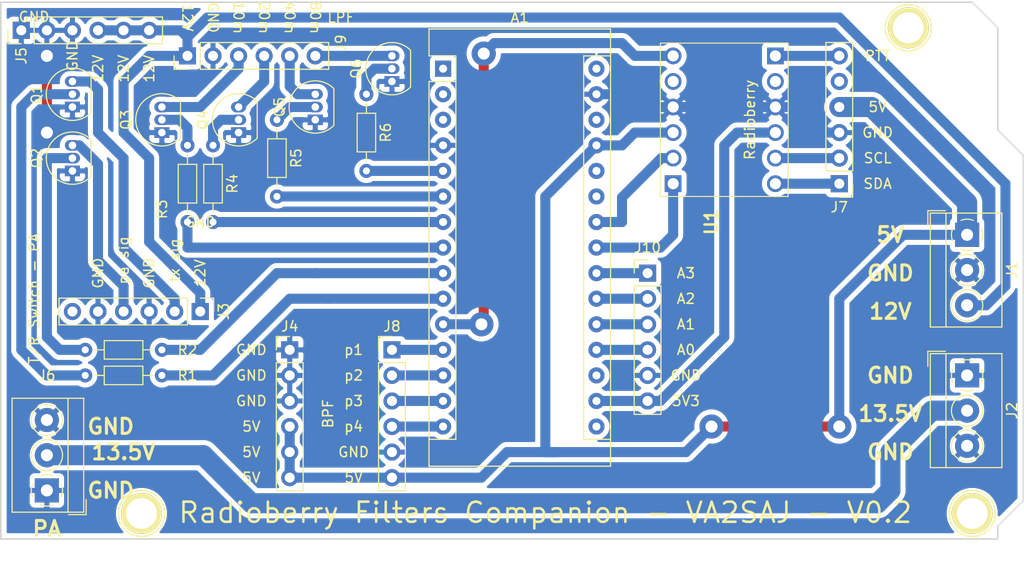
<source format=kicad_pcb>
(kicad_pcb (version 20171130) (host pcbnew "(5.1.5)-3")

  (general
    (thickness 1.6)
    (drawings 64)
    (tracks 147)
    (zones 0)
    (modules 27)
    (nets 54)
  )

  (page A4)
  (title_block
    (date "mar. 31 mars 2015")
  )

  (layers
    (0 F.Cu signal)
    (31 B.Cu signal hide)
    (32 B.Adhes user)
    (33 F.Adhes user)
    (34 B.Paste user)
    (35 F.Paste user)
    (36 B.SilkS user)
    (37 F.SilkS user)
    (38 B.Mask user)
    (39 F.Mask user)
    (40 Dwgs.User user)
    (41 Cmts.User user)
    (42 Eco1.User user)
    (43 Eco2.User user hide)
    (44 Edge.Cuts user)
    (45 Margin user)
    (46 B.CrtYd user)
    (47 F.CrtYd user)
    (48 B.Fab user)
    (49 F.Fab user)
  )

  (setup
    (last_trace_width 1)
    (user_trace_width 1)
    (user_trace_width 2)
    (trace_clearance 0.2)
    (zone_clearance 0.5)
    (zone_45_only no)
    (trace_min 0.2)
    (via_size 0.6)
    (via_drill 0.4)
    (via_min_size 0.4)
    (via_min_drill 0.3)
    (uvia_size 0.3)
    (uvia_drill 0.1)
    (uvias_allowed no)
    (uvia_min_size 0.2)
    (uvia_min_drill 0.1)
    (edge_width 0.15)
    (segment_width 0.15)
    (pcb_text_width 0.3)
    (pcb_text_size 1.5 1.5)
    (mod_edge_width 0.15)
    (mod_text_size 1 1)
    (mod_text_width 0.15)
    (pad_size 4.064 4.064)
    (pad_drill 3.048)
    (pad_to_mask_clearance 0)
    (aux_axis_origin 103.378 121.666)
    (visible_elements 7FFFFFFF)
    (pcbplotparams
      (layerselection 0x00030_80000001)
      (usegerberextensions false)
      (usegerberattributes false)
      (usegerberadvancedattributes false)
      (creategerberjobfile false)
      (excludeedgelayer true)
      (linewidth 0.100000)
      (plotframeref false)
      (viasonmask false)
      (mode 1)
      (useauxorigin false)
      (hpglpennumber 1)
      (hpglpenspeed 20)
      (hpglpendiameter 15.000000)
      (psnegative false)
      (psa4output false)
      (plotreference true)
      (plotvalue true)
      (plotinvisibletext false)
      (padsonsilk false)
      (subtractmaskfromsilk false)
      (outputformat 1)
      (mirror false)
      (drillshape 1)
      (scaleselection 1)
      (outputdirectory ""))
  )

  (net 0 "")
  (net 1 GND)
  (net 2 +5V)
  (net 3 "Net-(P8-Pad1)")
  (net 4 "Net-(P10-Pad1)")
  (net 5 "Net-(P13-Pad1)")
  (net 6 +3V3)
  (net 7 +15V)
  (net 8 +12V)
  (net 9 "Net-(A1-Pad30)")
  (net 10 "Net-(A1-Pad28)")
  (net 11 "Net-(A1-Pad26)")
  (net 12 "Net-(A1-Pad25)")
  (net 13 "Net-(A1-Pad3)")
  (net 14 "Net-(A1-Pad18)")
  (net 15 "Net-(A1-Pad2)")
  (net 16 /bpf-p4)
  (net 17 /bpf-p3)
  (net 18 /bpf-p2)
  (net 19 /bpf-p1)
  (net 20 /txmit)
  (net 21 /ptt)
  (net 22 /scl)
  (net 23 /lpf-80m)
  (net 24 /sda)
  (net 25 /lpf-40)
  (net 26 /lpf-20m)
  (net 27 /lpf-10m)
  (net 28 /rpi-scl)
  (net 29 /rpi-sda)
  (net 30 /rpi-ptt)
  (net 31 "Net-(J7-Pad5)")
  (net 32 "Net-(A1-Pad16)")
  (net 33 "Net-(J3-Pad6)")
  (net 34 "Net-(J3-Pad4)")
  (net 35 "Net-(J3-Pad2)")
  (net 36 "Net-(Q1-Pad2)")
  (net 37 /pa)
  (net 38 "Net-(Q2-Pad2)")
  (net 39 "Net-(A1-Pad1)")
  (net 40 "Net-(Q3-Pad2)")
  (net 41 "Net-(Q4-Pad2)")
  (net 42 "Net-(Q5-Pad2)")
  (net 43 "Net-(Q6-Pad2)")
  (net 44 "Net-(U1-Pad11)")
  (net 45 "Net-(U1-Pad2)")
  (net 46 /d5-10m)
  (net 47 /d4-20m)
  (net 48 /d3-40m)
  (net 49 /d2-80m)
  (net 50 /A3)
  (net 51 /A2)
  (net 52 /A1)
  (net 53 /A0)

  (net_class Default "This is the default net class."
    (clearance 0.2)
    (trace_width 0.25)
    (via_dia 0.6)
    (via_drill 0.4)
    (uvia_dia 0.3)
    (uvia_drill 0.1)
    (add_net +12V)
    (add_net +15V)
    (add_net +3V3)
    (add_net +5V)
    (add_net /A0)
    (add_net /A1)
    (add_net /A2)
    (add_net /A3)
    (add_net /bpf-p1)
    (add_net /bpf-p2)
    (add_net /bpf-p3)
    (add_net /bpf-p4)
    (add_net /d2-80m)
    (add_net /d3-40m)
    (add_net /d4-20m)
    (add_net /d5-10m)
    (add_net /lpf-10m)
    (add_net /lpf-20m)
    (add_net /lpf-40)
    (add_net /lpf-80m)
    (add_net /pa)
    (add_net /ptt)
    (add_net /rpi-ptt)
    (add_net /rpi-scl)
    (add_net /rpi-sda)
    (add_net /scl)
    (add_net /sda)
    (add_net /txmit)
    (add_net GND)
    (add_net "Net-(A1-Pad1)")
    (add_net "Net-(A1-Pad16)")
    (add_net "Net-(A1-Pad18)")
    (add_net "Net-(A1-Pad2)")
    (add_net "Net-(A1-Pad25)")
    (add_net "Net-(A1-Pad26)")
    (add_net "Net-(A1-Pad28)")
    (add_net "Net-(A1-Pad3)")
    (add_net "Net-(A1-Pad30)")
    (add_net "Net-(J3-Pad2)")
    (add_net "Net-(J3-Pad4)")
    (add_net "Net-(J3-Pad6)")
    (add_net "Net-(J7-Pad5)")
    (add_net "Net-(P10-Pad1)")
    (add_net "Net-(P13-Pad1)")
    (add_net "Net-(P8-Pad1)")
    (add_net "Net-(Q1-Pad2)")
    (add_net "Net-(Q2-Pad2)")
    (add_net "Net-(Q3-Pad2)")
    (add_net "Net-(Q4-Pad2)")
    (add_net "Net-(Q5-Pad2)")
    (add_net "Net-(Q6-Pad2)")
    (add_net "Net-(U1-Pad11)")
    (add_net "Net-(U1-Pad2)")
  )

  (module Connector_PinHeader_2.54mm:PinHeader_1x06_P2.54mm_Vertical (layer F.Cu) (tedit 59FED5CC) (tstamp 5E581673)
    (at 167.64 95.25)
    (descr "Through hole straight pin header, 1x06, 2.54mm pitch, single row")
    (tags "Through hole pin header THT 1x06 2.54mm single row")
    (path /5E5DAB43)
    (fp_text reference J10 (at 0 -2.54) (layer F.SilkS)
      (effects (font (size 1 1) (thickness 0.15)))
    )
    (fp_text value "analog pins" (at -2.54 6.35 90) (layer F.Fab)
      (effects (font (size 1 1) (thickness 0.15)))
    )
    (fp_text user %R (at 0 6.35 90) (layer F.Fab)
      (effects (font (size 1 1) (thickness 0.15)))
    )
    (fp_line (start 1.8 -1.8) (end -1.8 -1.8) (layer F.CrtYd) (width 0.05))
    (fp_line (start 1.8 14.5) (end 1.8 -1.8) (layer F.CrtYd) (width 0.05))
    (fp_line (start -1.8 14.5) (end 1.8 14.5) (layer F.CrtYd) (width 0.05))
    (fp_line (start -1.8 -1.8) (end -1.8 14.5) (layer F.CrtYd) (width 0.05))
    (fp_line (start -1.33 -1.33) (end 0 -1.33) (layer F.SilkS) (width 0.12))
    (fp_line (start -1.33 0) (end -1.33 -1.33) (layer F.SilkS) (width 0.12))
    (fp_line (start -1.33 1.27) (end 1.33 1.27) (layer F.SilkS) (width 0.12))
    (fp_line (start 1.33 1.27) (end 1.33 14.03) (layer F.SilkS) (width 0.12))
    (fp_line (start -1.33 1.27) (end -1.33 14.03) (layer F.SilkS) (width 0.12))
    (fp_line (start -1.33 14.03) (end 1.33 14.03) (layer F.SilkS) (width 0.12))
    (fp_line (start -1.27 -0.635) (end -0.635 -1.27) (layer F.Fab) (width 0.1))
    (fp_line (start -1.27 13.97) (end -1.27 -0.635) (layer F.Fab) (width 0.1))
    (fp_line (start 1.27 13.97) (end -1.27 13.97) (layer F.Fab) (width 0.1))
    (fp_line (start 1.27 -1.27) (end 1.27 13.97) (layer F.Fab) (width 0.1))
    (fp_line (start -0.635 -1.27) (end 1.27 -1.27) (layer F.Fab) (width 0.1))
    (pad 6 thru_hole oval (at 0 12.7) (size 1.7 1.7) (drill 1) (layers *.Cu *.Mask)
      (net 6 +3V3))
    (pad 5 thru_hole oval (at 0 10.16) (size 1.7 1.7) (drill 1) (layers *.Cu *.Mask)
      (net 1 GND))
    (pad 4 thru_hole oval (at 0 7.62) (size 1.7 1.7) (drill 1) (layers *.Cu *.Mask)
      (net 53 /A0))
    (pad 3 thru_hole oval (at 0 5.08) (size 1.7 1.7) (drill 1) (layers *.Cu *.Mask)
      (net 52 /A1))
    (pad 2 thru_hole oval (at 0 2.54) (size 1.7 1.7) (drill 1) (layers *.Cu *.Mask)
      (net 51 /A2))
    (pad 1 thru_hole rect (at 0 0) (size 1.7 1.7) (drill 1) (layers *.Cu *.Mask)
      (net 50 /A3))
    (model ${KISYS3DMOD}/Connector_PinHeader_2.54mm.3dshapes/PinHeader_1x06_P2.54mm_Vertical.wrl
      (at (xyz 0 0 0))
      (scale (xyz 1 1 1))
      (rotate (xyz 0 0 0))
    )
  )

  (module Connector_PinHeader_2.54mm:PinHeader_1x06_P2.54mm_Vertical (layer F.Cu) (tedit 59FED5CC) (tstamp 5E57FEF8)
    (at 105.41 71.12 90)
    (descr "Through hole straight pin header, 1x06, 2.54mm pitch, single row")
    (tags "Through hole pin header THT 1x06 2.54mm single row")
    (path /5E5B1BAB)
    (fp_text reference J5 (at -2.54 0 90) (layer F.SilkS)
      (effects (font (size 1 1) (thickness 0.15)))
    )
    (fp_text value "12V distribution" (at -7.62 -1.27 90) (layer F.Fab)
      (effects (font (size 1 1) (thickness 0.15)))
    )
    (fp_text user %R (at 0 6.35) (layer F.Fab)
      (effects (font (size 1 1) (thickness 0.15)))
    )
    (fp_line (start 1.8 -1.8) (end -1.8 -1.8) (layer F.CrtYd) (width 0.05))
    (fp_line (start 1.8 14.5) (end 1.8 -1.8) (layer F.CrtYd) (width 0.05))
    (fp_line (start -1.8 14.5) (end 1.8 14.5) (layer F.CrtYd) (width 0.05))
    (fp_line (start -1.8 -1.8) (end -1.8 14.5) (layer F.CrtYd) (width 0.05))
    (fp_line (start -1.33 -1.33) (end 0 -1.33) (layer F.SilkS) (width 0.12))
    (fp_line (start -1.33 0) (end -1.33 -1.33) (layer F.SilkS) (width 0.12))
    (fp_line (start -1.33 1.27) (end 1.33 1.27) (layer F.SilkS) (width 0.12))
    (fp_line (start 1.33 1.27) (end 1.33 14.03) (layer F.SilkS) (width 0.12))
    (fp_line (start -1.33 1.27) (end -1.33 14.03) (layer F.SilkS) (width 0.12))
    (fp_line (start -1.33 14.03) (end 1.33 14.03) (layer F.SilkS) (width 0.12))
    (fp_line (start -1.27 -0.635) (end -0.635 -1.27) (layer F.Fab) (width 0.1))
    (fp_line (start -1.27 13.97) (end -1.27 -0.635) (layer F.Fab) (width 0.1))
    (fp_line (start 1.27 13.97) (end -1.27 13.97) (layer F.Fab) (width 0.1))
    (fp_line (start 1.27 -1.27) (end 1.27 13.97) (layer F.Fab) (width 0.1))
    (fp_line (start -0.635 -1.27) (end 1.27 -1.27) (layer F.Fab) (width 0.1))
    (pad 6 thru_hole oval (at 0 12.7 90) (size 1.7 1.7) (drill 1) (layers *.Cu *.Mask)
      (net 8 +12V))
    (pad 5 thru_hole oval (at 0 10.16 90) (size 1.7 1.7) (drill 1) (layers *.Cu *.Mask)
      (net 8 +12V))
    (pad 4 thru_hole oval (at 0 7.62 90) (size 1.7 1.7) (drill 1) (layers *.Cu *.Mask)
      (net 8 +12V))
    (pad 3 thru_hole oval (at 0 5.08 90) (size 1.7 1.7) (drill 1) (layers *.Cu *.Mask)
      (net 1 GND))
    (pad 2 thru_hole oval (at 0 2.54 90) (size 1.7 1.7) (drill 1) (layers *.Cu *.Mask)
      (net 1 GND))
    (pad 1 thru_hole rect (at 0 0 90) (size 1.7 1.7) (drill 1) (layers *.Cu *.Mask)
      (net 1 GND))
    (model ${KISYS3DMOD}/Connector_PinHeader_2.54mm.3dshapes/PinHeader_1x06_P2.54mm_Vertical.wrl
      (at (xyz 0 0 0))
      (scale (xyz 1 1 1))
      (rotate (xyz 0 0 0))
    )
  )

  (module Connector_PinHeader_2.54mm:PinHeader_1x06_P2.54mm_Vertical (layer F.Cu) (tedit 59FED5CC) (tstamp 5E57FEDE)
    (at 132.08 102.87)
    (descr "Through hole straight pin header, 1x06, 2.54mm pitch, single row")
    (tags "Through hole pin header THT 1x06 2.54mm single row")
    (path /5E5ACDA0)
    (fp_text reference J4 (at 0 -2.33) (layer F.SilkS)
      (effects (font (size 1 1) (thickness 0.15)))
    )
    (fp_text value "5V distribution" (at -6.35 6.35 90) (layer F.Fab)
      (effects (font (size 1 1) (thickness 0.15)))
    )
    (fp_text user %R (at 0 6.35 90) (layer F.Fab)
      (effects (font (size 1 1) (thickness 0.15)))
    )
    (fp_line (start 1.8 -1.8) (end -1.8 -1.8) (layer F.CrtYd) (width 0.05))
    (fp_line (start 1.8 14.5) (end 1.8 -1.8) (layer F.CrtYd) (width 0.05))
    (fp_line (start -1.8 14.5) (end 1.8 14.5) (layer F.CrtYd) (width 0.05))
    (fp_line (start -1.8 -1.8) (end -1.8 14.5) (layer F.CrtYd) (width 0.05))
    (fp_line (start -1.33 -1.33) (end 0 -1.33) (layer F.SilkS) (width 0.12))
    (fp_line (start -1.33 0) (end -1.33 -1.33) (layer F.SilkS) (width 0.12))
    (fp_line (start -1.33 1.27) (end 1.33 1.27) (layer F.SilkS) (width 0.12))
    (fp_line (start 1.33 1.27) (end 1.33 14.03) (layer F.SilkS) (width 0.12))
    (fp_line (start -1.33 1.27) (end -1.33 14.03) (layer F.SilkS) (width 0.12))
    (fp_line (start -1.33 14.03) (end 1.33 14.03) (layer F.SilkS) (width 0.12))
    (fp_line (start -1.27 -0.635) (end -0.635 -1.27) (layer F.Fab) (width 0.1))
    (fp_line (start -1.27 13.97) (end -1.27 -0.635) (layer F.Fab) (width 0.1))
    (fp_line (start 1.27 13.97) (end -1.27 13.97) (layer F.Fab) (width 0.1))
    (fp_line (start 1.27 -1.27) (end 1.27 13.97) (layer F.Fab) (width 0.1))
    (fp_line (start -0.635 -1.27) (end 1.27 -1.27) (layer F.Fab) (width 0.1))
    (pad 6 thru_hole oval (at 0 12.7) (size 1.7 1.7) (drill 1) (layers *.Cu *.Mask)
      (net 2 +5V))
    (pad 5 thru_hole oval (at 0 10.16) (size 1.7 1.7) (drill 1) (layers *.Cu *.Mask)
      (net 2 +5V))
    (pad 4 thru_hole oval (at 0 7.62) (size 1.7 1.7) (drill 1) (layers *.Cu *.Mask)
      (net 2 +5V))
    (pad 3 thru_hole oval (at 0 5.08) (size 1.7 1.7) (drill 1) (layers *.Cu *.Mask)
      (net 1 GND))
    (pad 2 thru_hole oval (at 0 2.54) (size 1.7 1.7) (drill 1) (layers *.Cu *.Mask)
      (net 1 GND))
    (pad 1 thru_hole rect (at 0 0) (size 1.7 1.7) (drill 1) (layers *.Cu *.Mask)
      (net 1 GND))
    (model ${KISYS3DMOD}/Connector_PinHeader_2.54mm.3dshapes/PinHeader_1x06_P2.54mm_Vertical.wrl
      (at (xyz 0 0 0))
      (scale (xyz 1 1 1))
      (rotate (xyz 0 0 0))
    )
  )

  (module Module:Arduino_Nano (layer F.Cu) (tedit 58ACAF70) (tstamp 5E575077)
    (at 147.32 74.93)
    (descr "Arduino Nano, http://www.mouser.com/pdfdocs/Gravitech_Arduino_Nano3_0.pdf")
    (tags "Arduino Nano")
    (path /5E50624B)
    (fp_text reference A1 (at 7.62 -5.08) (layer F.SilkS)
      (effects (font (size 1 1) (thickness 0.15)))
    )
    (fp_text value Arduino_Nano_v3.x (at 8.89 19.05 90) (layer F.Fab)
      (effects (font (size 1 1) (thickness 0.15)))
    )
    (fp_line (start 16.75 42.16) (end -1.53 42.16) (layer F.CrtYd) (width 0.05))
    (fp_line (start 16.75 42.16) (end 16.75 -4.06) (layer F.CrtYd) (width 0.05))
    (fp_line (start -1.53 -4.06) (end -1.53 42.16) (layer F.CrtYd) (width 0.05))
    (fp_line (start -1.53 -4.06) (end 16.75 -4.06) (layer F.CrtYd) (width 0.05))
    (fp_line (start 16.51 -3.81) (end 16.51 39.37) (layer F.Fab) (width 0.1))
    (fp_line (start 0 -3.81) (end 16.51 -3.81) (layer F.Fab) (width 0.1))
    (fp_line (start -1.27 -2.54) (end 0 -3.81) (layer F.Fab) (width 0.1))
    (fp_line (start -1.27 39.37) (end -1.27 -2.54) (layer F.Fab) (width 0.1))
    (fp_line (start 16.51 39.37) (end -1.27 39.37) (layer F.Fab) (width 0.1))
    (fp_line (start 16.64 -3.94) (end -1.4 -3.94) (layer F.SilkS) (width 0.12))
    (fp_line (start 16.64 39.5) (end 16.64 -3.94) (layer F.SilkS) (width 0.12))
    (fp_line (start -1.4 39.5) (end 16.64 39.5) (layer F.SilkS) (width 0.12))
    (fp_line (start 3.81 41.91) (end 3.81 31.75) (layer F.Fab) (width 0.1))
    (fp_line (start 11.43 41.91) (end 3.81 41.91) (layer F.Fab) (width 0.1))
    (fp_line (start 11.43 31.75) (end 11.43 41.91) (layer F.Fab) (width 0.1))
    (fp_line (start 3.81 31.75) (end 11.43 31.75) (layer F.Fab) (width 0.1))
    (fp_line (start 1.27 36.83) (end -1.4 36.83) (layer F.SilkS) (width 0.12))
    (fp_line (start 1.27 1.27) (end 1.27 36.83) (layer F.SilkS) (width 0.12))
    (fp_line (start 1.27 1.27) (end -1.4 1.27) (layer F.SilkS) (width 0.12))
    (fp_line (start 13.97 36.83) (end 16.64 36.83) (layer F.SilkS) (width 0.12))
    (fp_line (start 13.97 -1.27) (end 13.97 36.83) (layer F.SilkS) (width 0.12))
    (fp_line (start 13.97 -1.27) (end 16.64 -1.27) (layer F.SilkS) (width 0.12))
    (fp_line (start -1.4 -3.94) (end -1.4 -1.27) (layer F.SilkS) (width 0.12))
    (fp_line (start -1.4 1.27) (end -1.4 39.5) (layer F.SilkS) (width 0.12))
    (fp_line (start 1.27 -1.27) (end -1.4 -1.27) (layer F.SilkS) (width 0.12))
    (fp_line (start 1.27 1.27) (end 1.27 -1.27) (layer F.SilkS) (width 0.12))
    (fp_text user %R (at 6.35 19.05 90) (layer F.Fab)
      (effects (font (size 1 1) (thickness 0.15)))
    )
    (pad 16 thru_hole oval (at 15.24 35.56) (size 1.6 1.6) (drill 0.8) (layers *.Cu *.Mask)
      (net 32 "Net-(A1-Pad16)"))
    (pad 15 thru_hole oval (at 0 35.56) (size 1.6 1.6) (drill 0.8) (layers *.Cu *.Mask)
      (net 16 /bpf-p4))
    (pad 30 thru_hole oval (at 15.24 0) (size 1.6 1.6) (drill 0.8) (layers *.Cu *.Mask)
      (net 9 "Net-(A1-Pad30)"))
    (pad 14 thru_hole oval (at 0 33.02) (size 1.6 1.6) (drill 0.8) (layers *.Cu *.Mask)
      (net 17 /bpf-p3))
    (pad 29 thru_hole oval (at 15.24 2.54) (size 1.6 1.6) (drill 0.8) (layers *.Cu *.Mask)
      (net 1 GND))
    (pad 13 thru_hole oval (at 0 30.48) (size 1.6 1.6) (drill 0.8) (layers *.Cu *.Mask)
      (net 18 /bpf-p2))
    (pad 28 thru_hole oval (at 15.24 5.08) (size 1.6 1.6) (drill 0.8) (layers *.Cu *.Mask)
      (net 10 "Net-(A1-Pad28)"))
    (pad 12 thru_hole oval (at 0 27.94) (size 1.6 1.6) (drill 0.8) (layers *.Cu *.Mask)
      (net 19 /bpf-p1))
    (pad 27 thru_hole oval (at 15.24 7.62) (size 1.6 1.6) (drill 0.8) (layers *.Cu *.Mask)
      (net 2 +5V))
    (pad 11 thru_hole oval (at 0 25.4) (size 1.6 1.6) (drill 0.8) (layers *.Cu *.Mask)
      (net 21 /ptt))
    (pad 26 thru_hole oval (at 15.24 10.16) (size 1.6 1.6) (drill 0.8) (layers *.Cu *.Mask)
      (net 11 "Net-(A1-Pad26)"))
    (pad 10 thru_hole oval (at 0 22.86) (size 1.6 1.6) (drill 0.8) (layers *.Cu *.Mask)
      (net 20 /txmit))
    (pad 25 thru_hole oval (at 15.24 12.7) (size 1.6 1.6) (drill 0.8) (layers *.Cu *.Mask)
      (net 12 "Net-(A1-Pad25)"))
    (pad 9 thru_hole oval (at 0 20.32) (size 1.6 1.6) (drill 0.8) (layers *.Cu *.Mask)
      (net 37 /pa))
    (pad 24 thru_hole oval (at 15.24 15.24) (size 1.6 1.6) (drill 0.8) (layers *.Cu *.Mask)
      (net 22 /scl))
    (pad 8 thru_hole oval (at 0 17.78) (size 1.6 1.6) (drill 0.8) (layers *.Cu *.Mask)
      (net 46 /d5-10m))
    (pad 23 thru_hole oval (at 15.24 17.78) (size 1.6 1.6) (drill 0.8) (layers *.Cu *.Mask)
      (net 24 /sda))
    (pad 7 thru_hole oval (at 0 15.24) (size 1.6 1.6) (drill 0.8) (layers *.Cu *.Mask)
      (net 47 /d4-20m))
    (pad 22 thru_hole oval (at 15.24 20.32) (size 1.6 1.6) (drill 0.8) (layers *.Cu *.Mask)
      (net 50 /A3))
    (pad 6 thru_hole oval (at 0 12.7) (size 1.6 1.6) (drill 0.8) (layers *.Cu *.Mask)
      (net 48 /d3-40m))
    (pad 21 thru_hole oval (at 15.24 22.86) (size 1.6 1.6) (drill 0.8) (layers *.Cu *.Mask)
      (net 51 /A2))
    (pad 5 thru_hole oval (at 0 10.16) (size 1.6 1.6) (drill 0.8) (layers *.Cu *.Mask)
      (net 49 /d2-80m))
    (pad 20 thru_hole oval (at 15.24 25.4) (size 1.6 1.6) (drill 0.8) (layers *.Cu *.Mask)
      (net 52 /A1))
    (pad 4 thru_hole oval (at 0 7.62) (size 1.6 1.6) (drill 0.8) (layers *.Cu *.Mask)
      (net 1 GND))
    (pad 19 thru_hole oval (at 15.24 27.94) (size 1.6 1.6) (drill 0.8) (layers *.Cu *.Mask)
      (net 53 /A0))
    (pad 3 thru_hole oval (at 0 5.08) (size 1.6 1.6) (drill 0.8) (layers *.Cu *.Mask)
      (net 13 "Net-(A1-Pad3)"))
    (pad 18 thru_hole oval (at 15.24 30.48) (size 1.6 1.6) (drill 0.8) (layers *.Cu *.Mask)
      (net 14 "Net-(A1-Pad18)"))
    (pad 2 thru_hole oval (at 0 2.54) (size 1.6 1.6) (drill 0.8) (layers *.Cu *.Mask)
      (net 15 "Net-(A1-Pad2)"))
    (pad 17 thru_hole oval (at 15.24 33.02) (size 1.6 1.6) (drill 0.8) (layers *.Cu *.Mask)
      (net 6 +3V3))
    (pad 1 thru_hole rect (at 0 0) (size 1.6 1.6) (drill 0.8) (layers *.Cu *.Mask)
      (net 39 "Net-(A1-Pad1)"))
    (model ${KISYS3DMOD}/Module.3dshapes/Arduino_Nano_WithMountingHoles.wrl
      (at (xyz 0 0 0))
      (scale (xyz 1 1 1))
      (rotate (xyz 0 0 0))
    )
  )

  (module Resistor_THT:R_Axial_DIN0204_L3.6mm_D1.6mm_P7.62mm_Horizontal (layer F.Cu) (tedit 5AE5139B) (tstamp 5E574530)
    (at 139.7 77.47 270)
    (descr "Resistor, Axial_DIN0204 series, Axial, Horizontal, pin pitch=7.62mm, 0.167W, length*diameter=3.6*1.6mm^2, http://cdn-reichelt.de/documents/datenblatt/B400/1_4W%23YAG.pdf")
    (tags "Resistor Axial_DIN0204 series Axial Horizontal pin pitch 7.62mm 0.167W length 3.6mm diameter 1.6mm")
    (path /5E573FBC)
    (fp_text reference R6 (at 3.81 -1.92 90) (layer F.SilkS)
      (effects (font (size 1 1) (thickness 0.15)))
    )
    (fp_text value 14k (at 7.62 -2.54 90) (layer F.Fab)
      (effects (font (size 1 1) (thickness 0.15)))
    )
    (fp_text user %R (at 3.81 0 90) (layer F.Fab)
      (effects (font (size 0.72 0.72) (thickness 0.108)))
    )
    (fp_line (start 8.57 -1.05) (end -0.95 -1.05) (layer F.CrtYd) (width 0.05))
    (fp_line (start 8.57 1.05) (end 8.57 -1.05) (layer F.CrtYd) (width 0.05))
    (fp_line (start -0.95 1.05) (end 8.57 1.05) (layer F.CrtYd) (width 0.05))
    (fp_line (start -0.95 -1.05) (end -0.95 1.05) (layer F.CrtYd) (width 0.05))
    (fp_line (start 6.68 0) (end 5.73 0) (layer F.SilkS) (width 0.12))
    (fp_line (start 0.94 0) (end 1.89 0) (layer F.SilkS) (width 0.12))
    (fp_line (start 5.73 -0.92) (end 1.89 -0.92) (layer F.SilkS) (width 0.12))
    (fp_line (start 5.73 0.92) (end 5.73 -0.92) (layer F.SilkS) (width 0.12))
    (fp_line (start 1.89 0.92) (end 5.73 0.92) (layer F.SilkS) (width 0.12))
    (fp_line (start 1.89 -0.92) (end 1.89 0.92) (layer F.SilkS) (width 0.12))
    (fp_line (start 7.62 0) (end 5.61 0) (layer F.Fab) (width 0.1))
    (fp_line (start 0 0) (end 2.01 0) (layer F.Fab) (width 0.1))
    (fp_line (start 5.61 -0.8) (end 2.01 -0.8) (layer F.Fab) (width 0.1))
    (fp_line (start 5.61 0.8) (end 5.61 -0.8) (layer F.Fab) (width 0.1))
    (fp_line (start 2.01 0.8) (end 5.61 0.8) (layer F.Fab) (width 0.1))
    (fp_line (start 2.01 -0.8) (end 2.01 0.8) (layer F.Fab) (width 0.1))
    (pad 2 thru_hole oval (at 7.62 0 270) (size 1.4 1.4) (drill 0.7) (layers *.Cu *.Mask)
      (net 49 /d2-80m))
    (pad 1 thru_hole circle (at 0 0 270) (size 1.4 1.4) (drill 0.7) (layers *.Cu *.Mask)
      (net 43 "Net-(Q6-Pad2)"))
    (model ${KISYS3DMOD}/Resistor_THT.3dshapes/R_Axial_DIN0204_L3.6mm_D1.6mm_P7.62mm_Horizontal.wrl
      (at (xyz 0 0 0))
      (scale (xyz 1 1 1))
      (rotate (xyz 0 0 0))
    )
  )

  (module Resistor_THT:R_Axial_DIN0204_L3.6mm_D1.6mm_P7.62mm_Horizontal (layer F.Cu) (tedit 5AE5139B) (tstamp 5E574519)
    (at 130.81 80.01 270)
    (descr "Resistor, Axial_DIN0204 series, Axial, Horizontal, pin pitch=7.62mm, 0.167W, length*diameter=3.6*1.6mm^2, http://cdn-reichelt.de/documents/datenblatt/B400/1_4W%23YAG.pdf")
    (tags "Resistor Axial_DIN0204 series Axial Horizontal pin pitch 7.62mm 0.167W length 3.6mm diameter 1.6mm")
    (path /5E573F9C)
    (fp_text reference R5 (at 3.81 -1.92 90) (layer F.SilkS)
      (effects (font (size 1 1) (thickness 0.15)))
    )
    (fp_text value 14k (at 6.35 -2.54 90) (layer F.Fab)
      (effects (font (size 1 1) (thickness 0.15)))
    )
    (fp_text user %R (at 3.81 0 90) (layer F.Fab)
      (effects (font (size 0.72 0.72) (thickness 0.108)))
    )
    (fp_line (start 8.57 -1.05) (end -0.95 -1.05) (layer F.CrtYd) (width 0.05))
    (fp_line (start 8.57 1.05) (end 8.57 -1.05) (layer F.CrtYd) (width 0.05))
    (fp_line (start -0.95 1.05) (end 8.57 1.05) (layer F.CrtYd) (width 0.05))
    (fp_line (start -0.95 -1.05) (end -0.95 1.05) (layer F.CrtYd) (width 0.05))
    (fp_line (start 6.68 0) (end 5.73 0) (layer F.SilkS) (width 0.12))
    (fp_line (start 0.94 0) (end 1.89 0) (layer F.SilkS) (width 0.12))
    (fp_line (start 5.73 -0.92) (end 1.89 -0.92) (layer F.SilkS) (width 0.12))
    (fp_line (start 5.73 0.92) (end 5.73 -0.92) (layer F.SilkS) (width 0.12))
    (fp_line (start 1.89 0.92) (end 5.73 0.92) (layer F.SilkS) (width 0.12))
    (fp_line (start 1.89 -0.92) (end 1.89 0.92) (layer F.SilkS) (width 0.12))
    (fp_line (start 7.62 0) (end 5.61 0) (layer F.Fab) (width 0.1))
    (fp_line (start 0 0) (end 2.01 0) (layer F.Fab) (width 0.1))
    (fp_line (start 5.61 -0.8) (end 2.01 -0.8) (layer F.Fab) (width 0.1))
    (fp_line (start 5.61 0.8) (end 5.61 -0.8) (layer F.Fab) (width 0.1))
    (fp_line (start 2.01 0.8) (end 5.61 0.8) (layer F.Fab) (width 0.1))
    (fp_line (start 2.01 -0.8) (end 2.01 0.8) (layer F.Fab) (width 0.1))
    (pad 2 thru_hole oval (at 7.62 0 270) (size 1.4 1.4) (drill 0.7) (layers *.Cu *.Mask)
      (net 48 /d3-40m))
    (pad 1 thru_hole circle (at 0 0 270) (size 1.4 1.4) (drill 0.7) (layers *.Cu *.Mask)
      (net 42 "Net-(Q5-Pad2)"))
    (model ${KISYS3DMOD}/Resistor_THT.3dshapes/R_Axial_DIN0204_L3.6mm_D1.6mm_P7.62mm_Horizontal.wrl
      (at (xyz 0 0 0))
      (scale (xyz 1 1 1))
      (rotate (xyz 0 0 0))
    )
  )

  (module Resistor_THT:R_Axial_DIN0204_L3.6mm_D1.6mm_P7.62mm_Horizontal (layer F.Cu) (tedit 5AE5139B) (tstamp 5E574502)
    (at 124.46 82.55 270)
    (descr "Resistor, Axial_DIN0204 series, Axial, Horizontal, pin pitch=7.62mm, 0.167W, length*diameter=3.6*1.6mm^2, http://cdn-reichelt.de/documents/datenblatt/B400/1_4W%23YAG.pdf")
    (tags "Resistor Axial_DIN0204 series Axial Horizontal pin pitch 7.62mm 0.167W length 3.6mm diameter 1.6mm")
    (path /5E57118A)
    (fp_text reference R4 (at 3.81 -1.92 90) (layer F.SilkS)
      (effects (font (size 1 1) (thickness 0.15)))
    )
    (fp_text value 14k (at 6.35 -2.54 90) (layer F.Fab)
      (effects (font (size 1 1) (thickness 0.15)))
    )
    (fp_text user %R (at 3.81 0 90) (layer F.Fab)
      (effects (font (size 0.72 0.72) (thickness 0.108)))
    )
    (fp_line (start 8.57 -1.05) (end -0.95 -1.05) (layer F.CrtYd) (width 0.05))
    (fp_line (start 8.57 1.05) (end 8.57 -1.05) (layer F.CrtYd) (width 0.05))
    (fp_line (start -0.95 1.05) (end 8.57 1.05) (layer F.CrtYd) (width 0.05))
    (fp_line (start -0.95 -1.05) (end -0.95 1.05) (layer F.CrtYd) (width 0.05))
    (fp_line (start 6.68 0) (end 5.73 0) (layer F.SilkS) (width 0.12))
    (fp_line (start 0.94 0) (end 1.89 0) (layer F.SilkS) (width 0.12))
    (fp_line (start 5.73 -0.92) (end 1.89 -0.92) (layer F.SilkS) (width 0.12))
    (fp_line (start 5.73 0.92) (end 5.73 -0.92) (layer F.SilkS) (width 0.12))
    (fp_line (start 1.89 0.92) (end 5.73 0.92) (layer F.SilkS) (width 0.12))
    (fp_line (start 1.89 -0.92) (end 1.89 0.92) (layer F.SilkS) (width 0.12))
    (fp_line (start 7.62 0) (end 5.61 0) (layer F.Fab) (width 0.1))
    (fp_line (start 0 0) (end 2.01 0) (layer F.Fab) (width 0.1))
    (fp_line (start 5.61 -0.8) (end 2.01 -0.8) (layer F.Fab) (width 0.1))
    (fp_line (start 5.61 0.8) (end 5.61 -0.8) (layer F.Fab) (width 0.1))
    (fp_line (start 2.01 0.8) (end 5.61 0.8) (layer F.Fab) (width 0.1))
    (fp_line (start 2.01 -0.8) (end 2.01 0.8) (layer F.Fab) (width 0.1))
    (pad 2 thru_hole oval (at 7.62 0 270) (size 1.4 1.4) (drill 0.7) (layers *.Cu *.Mask)
      (net 47 /d4-20m))
    (pad 1 thru_hole circle (at 0 0 270) (size 1.4 1.4) (drill 0.7) (layers *.Cu *.Mask)
      (net 41 "Net-(Q4-Pad2)"))
    (model ${KISYS3DMOD}/Resistor_THT.3dshapes/R_Axial_DIN0204_L3.6mm_D1.6mm_P7.62mm_Horizontal.wrl
      (at (xyz 0 0 0))
      (scale (xyz 1 1 1))
      (rotate (xyz 0 0 0))
    )
  )

  (module Resistor_THT:R_Axial_DIN0204_L3.6mm_D1.6mm_P7.62mm_Horizontal (layer F.Cu) (tedit 5AE5139B) (tstamp 5E5744EB)
    (at 121.92 82.55 270)
    (descr "Resistor, Axial_DIN0204 series, Axial, Horizontal, pin pitch=7.62mm, 0.167W, length*diameter=3.6*1.6mm^2, http://cdn-reichelt.de/documents/datenblatt/B400/1_4W%23YAG.pdf")
    (tags "Resistor Axial_DIN0204 series Axial Horizontal pin pitch 7.62mm 0.167W length 3.6mm diameter 1.6mm")
    (path /5E56BB27)
    (fp_text reference R3 (at 6.35 2.54 90) (layer F.SilkS)
      (effects (font (size 1 1) (thickness 0.15)))
    )
    (fp_text value 14k (at 3.81 1.92 90) (layer F.Fab)
      (effects (font (size 1 1) (thickness 0.15)))
    )
    (fp_text user %R (at 3.81 0 90) (layer F.Fab)
      (effects (font (size 0.72 0.72) (thickness 0.108)))
    )
    (fp_line (start 8.57 -1.05) (end -0.95 -1.05) (layer F.CrtYd) (width 0.05))
    (fp_line (start 8.57 1.05) (end 8.57 -1.05) (layer F.CrtYd) (width 0.05))
    (fp_line (start -0.95 1.05) (end 8.57 1.05) (layer F.CrtYd) (width 0.05))
    (fp_line (start -0.95 -1.05) (end -0.95 1.05) (layer F.CrtYd) (width 0.05))
    (fp_line (start 6.68 0) (end 5.73 0) (layer F.SilkS) (width 0.12))
    (fp_line (start 0.94 0) (end 1.89 0) (layer F.SilkS) (width 0.12))
    (fp_line (start 5.73 -0.92) (end 1.89 -0.92) (layer F.SilkS) (width 0.12))
    (fp_line (start 5.73 0.92) (end 5.73 -0.92) (layer F.SilkS) (width 0.12))
    (fp_line (start 1.89 0.92) (end 5.73 0.92) (layer F.SilkS) (width 0.12))
    (fp_line (start 1.89 -0.92) (end 1.89 0.92) (layer F.SilkS) (width 0.12))
    (fp_line (start 7.62 0) (end 5.61 0) (layer F.Fab) (width 0.1))
    (fp_line (start 0 0) (end 2.01 0) (layer F.Fab) (width 0.1))
    (fp_line (start 5.61 -0.8) (end 2.01 -0.8) (layer F.Fab) (width 0.1))
    (fp_line (start 5.61 0.8) (end 5.61 -0.8) (layer F.Fab) (width 0.1))
    (fp_line (start 2.01 0.8) (end 5.61 0.8) (layer F.Fab) (width 0.1))
    (fp_line (start 2.01 -0.8) (end 2.01 0.8) (layer F.Fab) (width 0.1))
    (pad 2 thru_hole oval (at 7.62 0 270) (size 1.4 1.4) (drill 0.7) (layers *.Cu *.Mask)
      (net 46 /d5-10m))
    (pad 1 thru_hole circle (at 0 0 270) (size 1.4 1.4) (drill 0.7) (layers *.Cu *.Mask)
      (net 40 "Net-(Q3-Pad2)"))
    (model ${KISYS3DMOD}/Resistor_THT.3dshapes/R_Axial_DIN0204_L3.6mm_D1.6mm_P7.62mm_Horizontal.wrl
      (at (xyz 0 0 0))
      (scale (xyz 1 1 1))
      (rotate (xyz 0 0 0))
    )
  )

  (module Package_TO_SOT_THT:TO-92_Inline (layer F.Cu) (tedit 5A1DD157) (tstamp 5E57447C)
    (at 142.24 76.2 90)
    (descr "TO-92 leads in-line, narrow, oval pads, drill 0.75mm (see NXP sot054_po.pdf)")
    (tags "to-92 sc-43 sc-43a sot54 PA33 transistor")
    (path /5E573FB2)
    (fp_text reference Q6 (at 1.27 -3.56 90) (layer F.SilkS)
      (effects (font (size 1 1) (thickness 0.15)))
    )
    (fp_text value PN2222A (at 1.27 2.79 90) (layer F.Fab)
      (effects (font (size 1 1) (thickness 0.15)))
    )
    (fp_arc (start 1.27 0) (end 1.27 -2.6) (angle 135) (layer F.SilkS) (width 0.12))
    (fp_arc (start 1.27 0) (end 1.27 -2.48) (angle -135) (layer F.Fab) (width 0.1))
    (fp_arc (start 1.27 0) (end 1.27 -2.6) (angle -135) (layer F.SilkS) (width 0.12))
    (fp_arc (start 1.27 0) (end 1.27 -2.48) (angle 135) (layer F.Fab) (width 0.1))
    (fp_line (start 4 2.01) (end -1.46 2.01) (layer F.CrtYd) (width 0.05))
    (fp_line (start 4 2.01) (end 4 -2.73) (layer F.CrtYd) (width 0.05))
    (fp_line (start -1.46 -2.73) (end -1.46 2.01) (layer F.CrtYd) (width 0.05))
    (fp_line (start -1.46 -2.73) (end 4 -2.73) (layer F.CrtYd) (width 0.05))
    (fp_line (start -0.5 1.75) (end 3 1.75) (layer F.Fab) (width 0.1))
    (fp_line (start -0.53 1.85) (end 3.07 1.85) (layer F.SilkS) (width 0.12))
    (fp_text user %R (at 1.27 -3.56 90) (layer F.Fab)
      (effects (font (size 1 1) (thickness 0.15)))
    )
    (pad 1 thru_hole rect (at 0 0 90) (size 1.05 1.5) (drill 0.75) (layers *.Cu *.Mask)
      (net 1 GND))
    (pad 3 thru_hole oval (at 2.54 0 90) (size 1.05 1.5) (drill 0.75) (layers *.Cu *.Mask)
      (net 23 /lpf-80m))
    (pad 2 thru_hole oval (at 1.27 0 90) (size 1.05 1.5) (drill 0.75) (layers *.Cu *.Mask)
      (net 43 "Net-(Q6-Pad2)"))
    (model ${KISYS3DMOD}/Package_TO_SOT_THT.3dshapes/TO-92_Inline.wrl
      (at (xyz 0 0 0))
      (scale (xyz 1 1 1))
      (rotate (xyz 0 0 0))
    )
  )

  (module Package_TO_SOT_THT:TO-92_Inline (layer F.Cu) (tedit 5A1DD157) (tstamp 5E57446A)
    (at 134.62 80.01 90)
    (descr "TO-92 leads in-line, narrow, oval pads, drill 0.75mm (see NXP sot054_po.pdf)")
    (tags "to-92 sc-43 sc-43a sot54 PA33 transistor")
    (path /5E573F92)
    (fp_text reference Q5 (at 1.27 -3.56 90) (layer F.SilkS)
      (effects (font (size 1 1) (thickness 0.15)))
    )
    (fp_text value PN2222A (at 1.27 2.79 90) (layer F.Fab)
      (effects (font (size 1 1) (thickness 0.15)))
    )
    (fp_arc (start 1.27 0) (end 1.27 -2.6) (angle 135) (layer F.SilkS) (width 0.12))
    (fp_arc (start 1.27 0) (end 1.27 -2.48) (angle -135) (layer F.Fab) (width 0.1))
    (fp_arc (start 1.27 0) (end 1.27 -2.6) (angle -135) (layer F.SilkS) (width 0.12))
    (fp_arc (start 1.27 0) (end 1.27 -2.48) (angle 135) (layer F.Fab) (width 0.1))
    (fp_line (start 4 2.01) (end -1.46 2.01) (layer F.CrtYd) (width 0.05))
    (fp_line (start 4 2.01) (end 4 -2.73) (layer F.CrtYd) (width 0.05))
    (fp_line (start -1.46 -2.73) (end -1.46 2.01) (layer F.CrtYd) (width 0.05))
    (fp_line (start -1.46 -2.73) (end 4 -2.73) (layer F.CrtYd) (width 0.05))
    (fp_line (start -0.5 1.75) (end 3 1.75) (layer F.Fab) (width 0.1))
    (fp_line (start -0.53 1.85) (end 3.07 1.85) (layer F.SilkS) (width 0.12))
    (fp_text user %R (at 1.27 -3.56 90) (layer F.Fab)
      (effects (font (size 1 1) (thickness 0.15)))
    )
    (pad 1 thru_hole rect (at 0 0 90) (size 1.05 1.5) (drill 0.75) (layers *.Cu *.Mask)
      (net 1 GND))
    (pad 3 thru_hole oval (at 2.54 0 90) (size 1.05 1.5) (drill 0.75) (layers *.Cu *.Mask)
      (net 25 /lpf-40))
    (pad 2 thru_hole oval (at 1.27 0 90) (size 1.05 1.5) (drill 0.75) (layers *.Cu *.Mask)
      (net 42 "Net-(Q5-Pad2)"))
    (model ${KISYS3DMOD}/Package_TO_SOT_THT.3dshapes/TO-92_Inline.wrl
      (at (xyz 0 0 0))
      (scale (xyz 1 1 1))
      (rotate (xyz 0 0 0))
    )
  )

  (module Package_TO_SOT_THT:TO-92_Inline (layer F.Cu) (tedit 5A1DD157) (tstamp 5E574458)
    (at 127 81.28 90)
    (descr "TO-92 leads in-line, narrow, oval pads, drill 0.75mm (see NXP sot054_po.pdf)")
    (tags "to-92 sc-43 sc-43a sot54 PA33 transistor")
    (path /5E571180)
    (fp_text reference Q4 (at 1.27 -3.56 90) (layer F.SilkS)
      (effects (font (size 1 1) (thickness 0.15)))
    )
    (fp_text value PN2222A (at -5.08 1.27 90) (layer F.Fab)
      (effects (font (size 1 1) (thickness 0.15)))
    )
    (fp_arc (start 1.27 0) (end 1.27 -2.6) (angle 135) (layer F.SilkS) (width 0.12))
    (fp_arc (start 1.27 0) (end 1.27 -2.48) (angle -135) (layer F.Fab) (width 0.1))
    (fp_arc (start 1.27 0) (end 1.27 -2.6) (angle -135) (layer F.SilkS) (width 0.12))
    (fp_arc (start 1.27 0) (end 1.27 -2.48) (angle 135) (layer F.Fab) (width 0.1))
    (fp_line (start 4 2.01) (end -1.46 2.01) (layer F.CrtYd) (width 0.05))
    (fp_line (start 4 2.01) (end 4 -2.73) (layer F.CrtYd) (width 0.05))
    (fp_line (start -1.46 -2.73) (end -1.46 2.01) (layer F.CrtYd) (width 0.05))
    (fp_line (start -1.46 -2.73) (end 4 -2.73) (layer F.CrtYd) (width 0.05))
    (fp_line (start -0.5 1.75) (end 3 1.75) (layer F.Fab) (width 0.1))
    (fp_line (start -0.53 1.85) (end 3.07 1.85) (layer F.SilkS) (width 0.12))
    (fp_text user %R (at 1.27 -3.56 90) (layer F.Fab)
      (effects (font (size 1 1) (thickness 0.15)))
    )
    (pad 1 thru_hole rect (at 0 0 90) (size 1.05 1.5) (drill 0.75) (layers *.Cu *.Mask)
      (net 1 GND))
    (pad 3 thru_hole oval (at 2.54 0 90) (size 1.05 1.5) (drill 0.75) (layers *.Cu *.Mask)
      (net 26 /lpf-20m))
    (pad 2 thru_hole oval (at 1.27 0 90) (size 1.05 1.5) (drill 0.75) (layers *.Cu *.Mask)
      (net 41 "Net-(Q4-Pad2)"))
    (model ${KISYS3DMOD}/Package_TO_SOT_THT.3dshapes/TO-92_Inline.wrl
      (at (xyz 0 0 0))
      (scale (xyz 1 1 1))
      (rotate (xyz 0 0 0))
    )
  )

  (module Package_TO_SOT_THT:TO-92_Inline (layer F.Cu) (tedit 5A1DD157) (tstamp 5E574446)
    (at 119.38 81.28 90)
    (descr "TO-92 leads in-line, narrow, oval pads, drill 0.75mm (see NXP sot054_po.pdf)")
    (tags "to-92 sc-43 sc-43a sot54 PA33 transistor")
    (path /5E56BB1D)
    (fp_text reference Q3 (at 1.27 -3.56 90) (layer F.SilkS)
      (effects (font (size 1 1) (thickness 0.15)))
    )
    (fp_text value PN2222A (at -5.08 -2.54 90) (layer F.Fab)
      (effects (font (size 1 1) (thickness 0.15)))
    )
    (fp_arc (start 1.27 0) (end 1.27 -2.6) (angle 135) (layer F.SilkS) (width 0.12))
    (fp_arc (start 1.27 0) (end 1.27 -2.48) (angle -135) (layer F.Fab) (width 0.1))
    (fp_arc (start 1.27 0) (end 1.27 -2.6) (angle -135) (layer F.SilkS) (width 0.12))
    (fp_arc (start 1.27 0) (end 1.27 -2.48) (angle 135) (layer F.Fab) (width 0.1))
    (fp_line (start 4 2.01) (end -1.46 2.01) (layer F.CrtYd) (width 0.05))
    (fp_line (start 4 2.01) (end 4 -2.73) (layer F.CrtYd) (width 0.05))
    (fp_line (start -1.46 -2.73) (end -1.46 2.01) (layer F.CrtYd) (width 0.05))
    (fp_line (start -1.46 -2.73) (end 4 -2.73) (layer F.CrtYd) (width 0.05))
    (fp_line (start -0.5 1.75) (end 3 1.75) (layer F.Fab) (width 0.1))
    (fp_line (start -0.53 1.85) (end 3.07 1.85) (layer F.SilkS) (width 0.12))
    (fp_text user %R (at 1.27 -3.56 90) (layer F.Fab)
      (effects (font (size 1 1) (thickness 0.15)))
    )
    (pad 1 thru_hole rect (at 0 0 90) (size 1.05 1.5) (drill 0.75) (layers *.Cu *.Mask)
      (net 1 GND))
    (pad 3 thru_hole oval (at 2.54 0 90) (size 1.05 1.5) (drill 0.75) (layers *.Cu *.Mask)
      (net 27 /lpf-10m))
    (pad 2 thru_hole oval (at 1.27 0 90) (size 1.05 1.5) (drill 0.75) (layers *.Cu *.Mask)
      (net 40 "Net-(Q3-Pad2)"))
    (model ${KISYS3DMOD}/Package_TO_SOT_THT.3dshapes/TO-92_Inline.wrl
      (at (xyz 0 0 0))
      (scale (xyz 1 1 1))
      (rotate (xyz 0 0 0))
    )
  )

  (module Package_TO_SOT_THT:TO-92_Inline (layer F.Cu) (tedit 5A1DD157) (tstamp 5E4E092D)
    (at 110.49 78.74 90)
    (descr "TO-92 leads in-line, narrow, oval pads, drill 0.75mm (see NXP sot054_po.pdf)")
    (tags "to-92 sc-43 sc-43a sot54 PA33 transistor")
    (path /5E4E27AE)
    (fp_text reference Q1 (at 1.27 -3.56 90) (layer F.SilkS)
      (effects (font (size 1 1) (thickness 0.15)))
    )
    (fp_text value PN2222A (at -1.27 2.79 90) (layer F.Fab)
      (effects (font (size 1 1) (thickness 0.15)))
    )
    (fp_arc (start 1.27 0) (end 1.27 -2.6) (angle 135) (layer F.SilkS) (width 0.12))
    (fp_arc (start 1.27 0) (end 1.27 -2.48) (angle -135) (layer F.Fab) (width 0.1))
    (fp_arc (start 1.27 0) (end 1.27 -2.6) (angle -135) (layer F.SilkS) (width 0.12))
    (fp_arc (start 1.27 0) (end 1.27 -2.48) (angle 135) (layer F.Fab) (width 0.1))
    (fp_line (start 4 2.01) (end -1.46 2.01) (layer F.CrtYd) (width 0.05))
    (fp_line (start 4 2.01) (end 4 -2.73) (layer F.CrtYd) (width 0.05))
    (fp_line (start -1.46 -2.73) (end -1.46 2.01) (layer F.CrtYd) (width 0.05))
    (fp_line (start -1.46 -2.73) (end 4 -2.73) (layer F.CrtYd) (width 0.05))
    (fp_line (start -0.5 1.75) (end 3 1.75) (layer F.Fab) (width 0.1))
    (fp_line (start -0.53 1.85) (end 3.07 1.85) (layer F.SilkS) (width 0.12))
    (fp_text user %R (at 1.27 -3.56 90) (layer F.Fab)
      (effects (font (size 1 1) (thickness 0.15)))
    )
    (pad 1 thru_hole rect (at 0 0 90) (size 1.05 1.5) (drill 0.75) (layers *.Cu *.Mask)
      (net 1 GND))
    (pad 3 thru_hole oval (at 2.54 0 90) (size 1.05 1.5) (drill 0.75) (layers *.Cu *.Mask)
      (net 35 "Net-(J3-Pad2)"))
    (pad 2 thru_hole oval (at 1.27 0 90) (size 1.05 1.5) (drill 0.75) (layers *.Cu *.Mask)
      (net 36 "Net-(Q1-Pad2)"))
    (model ${KISYS3DMOD}/Package_TO_SOT_THT.3dshapes/TO-92_Inline.wrl
      (at (xyz 0 0 0))
      (scale (xyz 1 1 1))
      (rotate (xyz 0 0 0))
    )
  )

  (module Resistor_THT:R_Axial_DIN0204_L3.6mm_D1.6mm_P7.62mm_Horizontal (layer F.Cu) (tedit 5AE5139B) (tstamp 5E50BF60)
    (at 111.76 102.87)
    (descr "Resistor, Axial_DIN0204 series, Axial, Horizontal, pin pitch=7.62mm, 0.167W, length*diameter=3.6*1.6mm^2, http://cdn-reichelt.de/documents/datenblatt/B400/1_4W%23YAG.pdf")
    (tags "Resistor Axial_DIN0204 series Axial Horizontal pin pitch 7.62mm 0.167W length 3.6mm diameter 1.6mm")
    (path /5E50D819)
    (fp_text reference R2 (at 10.16 0) (layer F.SilkS)
      (effects (font (size 1 1) (thickness 0.15)))
    )
    (fp_text value 14k (at 12.7 0) (layer F.Fab)
      (effects (font (size 1 1) (thickness 0.15)))
    )
    (fp_text user %R (at 3.81 0) (layer F.Fab)
      (effects (font (size 0.72 0.72) (thickness 0.108)))
    )
    (fp_line (start 8.57 -1.05) (end -0.95 -1.05) (layer F.CrtYd) (width 0.05))
    (fp_line (start 8.57 1.05) (end 8.57 -1.05) (layer F.CrtYd) (width 0.05))
    (fp_line (start -0.95 1.05) (end 8.57 1.05) (layer F.CrtYd) (width 0.05))
    (fp_line (start -0.95 -1.05) (end -0.95 1.05) (layer F.CrtYd) (width 0.05))
    (fp_line (start 6.68 0) (end 5.73 0) (layer F.SilkS) (width 0.12))
    (fp_line (start 0.94 0) (end 1.89 0) (layer F.SilkS) (width 0.12))
    (fp_line (start 5.73 -0.92) (end 1.89 -0.92) (layer F.SilkS) (width 0.12))
    (fp_line (start 5.73 0.92) (end 5.73 -0.92) (layer F.SilkS) (width 0.12))
    (fp_line (start 1.89 0.92) (end 5.73 0.92) (layer F.SilkS) (width 0.12))
    (fp_line (start 1.89 -0.92) (end 1.89 0.92) (layer F.SilkS) (width 0.12))
    (fp_line (start 7.62 0) (end 5.61 0) (layer F.Fab) (width 0.1))
    (fp_line (start 0 0) (end 2.01 0) (layer F.Fab) (width 0.1))
    (fp_line (start 5.61 -0.8) (end 2.01 -0.8) (layer F.Fab) (width 0.1))
    (fp_line (start 5.61 0.8) (end 5.61 -0.8) (layer F.Fab) (width 0.1))
    (fp_line (start 2.01 0.8) (end 5.61 0.8) (layer F.Fab) (width 0.1))
    (fp_line (start 2.01 -0.8) (end 2.01 0.8) (layer F.Fab) (width 0.1))
    (pad 2 thru_hole oval (at 7.62 0) (size 1.4 1.4) (drill 0.7) (layers *.Cu *.Mask)
      (net 37 /pa))
    (pad 1 thru_hole circle (at 0 0) (size 1.4 1.4) (drill 0.7) (layers *.Cu *.Mask)
      (net 38 "Net-(Q2-Pad2)"))
    (model ${KISYS3DMOD}/Resistor_THT.3dshapes/R_Axial_DIN0204_L3.6mm_D1.6mm_P7.62mm_Horizontal.wrl
      (at (xyz 0 0 0))
      (scale (xyz 1 1 1))
      (rotate (xyz 0 0 0))
    )
  )

  (module Package_TO_SOT_THT:TO-92_Inline (layer F.Cu) (tedit 5A1DD157) (tstamp 5E50BF1D)
    (at 110.49 85.09 90)
    (descr "TO-92 leads in-line, narrow, oval pads, drill 0.75mm (see NXP sot054_po.pdf)")
    (tags "to-92 sc-43 sc-43a sot54 PA33 transistor")
    (path /5E50D823)
    (fp_text reference Q2 (at 1.27 -3.56 90) (layer F.SilkS)
      (effects (font (size 1 1) (thickness 0.15)))
    )
    (fp_text value PN2222A (at -2.54 0) (layer F.Fab)
      (effects (font (size 1 1) (thickness 0.15)))
    )
    (fp_arc (start 1.27 0) (end 1.27 -2.6) (angle 135) (layer F.SilkS) (width 0.12))
    (fp_arc (start 1.27 0) (end 1.27 -2.48) (angle -135) (layer F.Fab) (width 0.1))
    (fp_arc (start 1.27 0) (end 1.27 -2.6) (angle -135) (layer F.SilkS) (width 0.12))
    (fp_arc (start 1.27 0) (end 1.27 -2.48) (angle 135) (layer F.Fab) (width 0.1))
    (fp_line (start 4 2.01) (end -1.46 2.01) (layer F.CrtYd) (width 0.05))
    (fp_line (start 4 2.01) (end 4 -2.73) (layer F.CrtYd) (width 0.05))
    (fp_line (start -1.46 -2.73) (end -1.46 2.01) (layer F.CrtYd) (width 0.05))
    (fp_line (start -1.46 -2.73) (end 4 -2.73) (layer F.CrtYd) (width 0.05))
    (fp_line (start -0.5 1.75) (end 3 1.75) (layer F.Fab) (width 0.1))
    (fp_line (start -0.53 1.85) (end 3.07 1.85) (layer F.SilkS) (width 0.12))
    (fp_text user %R (at 1.27 -3.56 90) (layer F.Fab)
      (effects (font (size 1 1) (thickness 0.15)))
    )
    (pad 1 thru_hole rect (at 0 0 90) (size 1.05 1.5) (drill 0.75) (layers *.Cu *.Mask)
      (net 1 GND))
    (pad 3 thru_hole oval (at 2.54 0 90) (size 1.05 1.5) (drill 0.75) (layers *.Cu *.Mask)
      (net 34 "Net-(J3-Pad4)"))
    (pad 2 thru_hole oval (at 1.27 0 90) (size 1.05 1.5) (drill 0.75) (layers *.Cu *.Mask)
      (net 38 "Net-(Q2-Pad2)"))
    (model ${KISYS3DMOD}/Package_TO_SOT_THT.3dshapes/TO-92_Inline.wrl
      (at (xyz 0 0 0))
      (scale (xyz 1 1 1))
      (rotate (xyz 0 0 0))
    )
  )

  (module Resistor_THT:R_Axial_DIN0204_L3.6mm_D1.6mm_P7.62mm_Horizontal (layer F.Cu) (tedit 5AE5139B) (tstamp 5E4E093B)
    (at 111.76 105.41)
    (descr "Resistor, Axial_DIN0204 series, Axial, Horizontal, pin pitch=7.62mm, 0.167W, length*diameter=3.6*1.6mm^2, http://cdn-reichelt.de/documents/datenblatt/B400/1_4W%23YAG.pdf")
    (tags "Resistor Axial_DIN0204 series Axial Horizontal pin pitch 7.62mm 0.167W length 3.6mm diameter 1.6mm")
    (path /5E4E14AD)
    (fp_text reference R1 (at 10.16 0) (layer F.SilkS)
      (effects (font (size 1 1) (thickness 0.15)))
    )
    (fp_text value 14k (at 3.81 1.92) (layer F.Fab)
      (effects (font (size 1 1) (thickness 0.15)))
    )
    (fp_text user %R (at 3.81 0) (layer F.Fab)
      (effects (font (size 0.72 0.72) (thickness 0.108)))
    )
    (fp_line (start 8.57 -1.05) (end -0.95 -1.05) (layer F.CrtYd) (width 0.05))
    (fp_line (start 8.57 1.05) (end 8.57 -1.05) (layer F.CrtYd) (width 0.05))
    (fp_line (start -0.95 1.05) (end 8.57 1.05) (layer F.CrtYd) (width 0.05))
    (fp_line (start -0.95 -1.05) (end -0.95 1.05) (layer F.CrtYd) (width 0.05))
    (fp_line (start 6.68 0) (end 5.73 0) (layer F.SilkS) (width 0.12))
    (fp_line (start 0.94 0) (end 1.89 0) (layer F.SilkS) (width 0.12))
    (fp_line (start 5.73 -0.92) (end 1.89 -0.92) (layer F.SilkS) (width 0.12))
    (fp_line (start 5.73 0.92) (end 5.73 -0.92) (layer F.SilkS) (width 0.12))
    (fp_line (start 1.89 0.92) (end 5.73 0.92) (layer F.SilkS) (width 0.12))
    (fp_line (start 1.89 -0.92) (end 1.89 0.92) (layer F.SilkS) (width 0.12))
    (fp_line (start 7.62 0) (end 5.61 0) (layer F.Fab) (width 0.1))
    (fp_line (start 0 0) (end 2.01 0) (layer F.Fab) (width 0.1))
    (fp_line (start 5.61 -0.8) (end 2.01 -0.8) (layer F.Fab) (width 0.1))
    (fp_line (start 5.61 0.8) (end 5.61 -0.8) (layer F.Fab) (width 0.1))
    (fp_line (start 2.01 0.8) (end 5.61 0.8) (layer F.Fab) (width 0.1))
    (fp_line (start 2.01 -0.8) (end 2.01 0.8) (layer F.Fab) (width 0.1))
    (pad 2 thru_hole oval (at 7.62 0) (size 1.4 1.4) (drill 0.7) (layers *.Cu *.Mask)
      (net 20 /txmit))
    (pad 1 thru_hole circle (at 0 0) (size 1.4 1.4) (drill 0.7) (layers *.Cu *.Mask)
      (net 36 "Net-(Q1-Pad2)"))
    (model ${KISYS3DMOD}/Resistor_THT.3dshapes/R_Axial_DIN0204_L3.6mm_D1.6mm_P7.62mm_Horizontal.wrl
      (at (xyz 0 0 0))
      (scale (xyz 1 1 1))
      (rotate (xyz 0 0 0))
    )
  )

  (module Connector_PinHeader_2.54mm:PinHeader_1x06_P2.54mm_Vertical (layer F.Cu) (tedit 59FED5CC) (tstamp 5E4CBF91)
    (at 123.19 99.06 270)
    (descr "Through hole straight pin header, 1x06, 2.54mm pitch, single row")
    (tags "Through hole pin header THT 1x06 2.54mm single row")
    (path /5E5186BE)
    (fp_text reference J3 (at 0 -2.33 90) (layer F.SilkS)
      (effects (font (size 1 1) (thickness 0.15)))
    )
    (fp_text value "TR switch Connector" (at -1.27 -10.16) (layer F.Fab)
      (effects (font (size 1 1) (thickness 0.15)))
    )
    (fp_text user %R (at 0 6.35) (layer F.Fab)
      (effects (font (size 1 1) (thickness 0.15)))
    )
    (fp_line (start 1.8 -1.8) (end -1.8 -1.8) (layer F.CrtYd) (width 0.05))
    (fp_line (start 1.8 14.5) (end 1.8 -1.8) (layer F.CrtYd) (width 0.05))
    (fp_line (start -1.8 14.5) (end 1.8 14.5) (layer F.CrtYd) (width 0.05))
    (fp_line (start -1.8 -1.8) (end -1.8 14.5) (layer F.CrtYd) (width 0.05))
    (fp_line (start -1.33 -1.33) (end 0 -1.33) (layer F.SilkS) (width 0.12))
    (fp_line (start -1.33 0) (end -1.33 -1.33) (layer F.SilkS) (width 0.12))
    (fp_line (start -1.33 1.27) (end 1.33 1.27) (layer F.SilkS) (width 0.12))
    (fp_line (start 1.33 1.27) (end 1.33 14.03) (layer F.SilkS) (width 0.12))
    (fp_line (start -1.33 1.27) (end -1.33 14.03) (layer F.SilkS) (width 0.12))
    (fp_line (start -1.33 14.03) (end 1.33 14.03) (layer F.SilkS) (width 0.12))
    (fp_line (start -1.27 -0.635) (end -0.635 -1.27) (layer F.Fab) (width 0.1))
    (fp_line (start -1.27 13.97) (end -1.27 -0.635) (layer F.Fab) (width 0.1))
    (fp_line (start 1.27 13.97) (end -1.27 13.97) (layer F.Fab) (width 0.1))
    (fp_line (start 1.27 -1.27) (end 1.27 13.97) (layer F.Fab) (width 0.1))
    (fp_line (start -0.635 -1.27) (end 1.27 -1.27) (layer F.Fab) (width 0.1))
    (pad 6 thru_hole oval (at 0 12.7 270) (size 1.7 1.7) (drill 1) (layers *.Cu *.Mask)
      (net 33 "Net-(J3-Pad6)"))
    (pad 5 thru_hole oval (at 0 10.16 270) (size 1.7 1.7) (drill 1) (layers *.Cu *.Mask)
      (net 1 GND))
    (pad 4 thru_hole oval (at 0 7.62 270) (size 1.7 1.7) (drill 1) (layers *.Cu *.Mask)
      (net 34 "Net-(J3-Pad4)"))
    (pad 3 thru_hole oval (at 0 5.08 270) (size 1.7 1.7) (drill 1) (layers *.Cu *.Mask)
      (net 1 GND))
    (pad 2 thru_hole oval (at 0 2.54 270) (size 1.7 1.7) (drill 1) (layers *.Cu *.Mask)
      (net 35 "Net-(J3-Pad2)"))
    (pad 1 thru_hole rect (at 0 0 270) (size 1.7 1.7) (drill 1) (layers *.Cu *.Mask)
      (net 8 +12V))
    (model ${KISYS3DMOD}/Connector_PinHeader_2.54mm.3dshapes/PinHeader_1x06_P2.54mm_Vertical.wrl
      (at (xyz 0 0 0))
      (scale (xyz 1 1 1))
      (rotate (xyz 0 0 0))
    )
  )

  (module SamacSys_Parts:BOB12009 (layer F.Cu) (tedit 0) (tstamp 5E4AF986)
    (at 175.26 80.01 90)
    (descr BOB12009)
    (tags "Undefined or Miscellaneous")
    (path /5E4BE34A)
    (fp_text reference U1 (at -10.16 -1.27 90) (layer F.SilkS)
      (effects (font (size 1.27 1.27) (thickness 0.254)))
    )
    (fp_text value BOB-12009 (at 0 0 270) (layer F.SilkS) hide
      (effects (font (size 1.27 1.27) (thickness 0.254)))
    )
    (fp_line (start -8.62 7.35) (end -8.62 -7.35) (layer F.CrtYd) (width 0.1))
    (fp_line (start 8.62 7.35) (end -8.62 7.35) (layer F.CrtYd) (width 0.1))
    (fp_line (start 8.62 -7.35) (end 8.62 7.35) (layer F.CrtYd) (width 0.1))
    (fp_line (start -8.62 -7.35) (end 8.62 -7.35) (layer F.CrtYd) (width 0.1))
    (fp_line (start -7.62 6.35) (end -7.62 -6.35) (layer F.SilkS) (width 0.1))
    (fp_line (start 7.62 6.35) (end -7.62 6.35) (layer F.SilkS) (width 0.1))
    (fp_line (start 7.62 -6.35) (end 7.62 6.35) (layer F.SilkS) (width 0.1))
    (fp_line (start -7.62 -6.35) (end 7.62 -6.35) (layer F.SilkS) (width 0.1))
    (fp_line (start -7.62 6.35) (end -7.62 -6.35) (layer F.Fab) (width 0.2))
    (fp_line (start 7.62 6.35) (end -7.62 6.35) (layer F.Fab) (width 0.2))
    (fp_line (start 7.62 -6.35) (end 7.62 6.35) (layer F.Fab) (width 0.2))
    (fp_line (start -7.62 -6.35) (end 7.62 -6.35) (layer F.Fab) (width 0.2))
    (fp_text user %R (at 0 0 90) (layer F.Fab)
      (effects (font (size 1.27 1.27) (thickness 0.254)))
    )
    (pad 12 thru_hole circle (at 6.35 -5.08 90) (size 1.665 1.665) (drill 1.11) (layers *.Cu *.Mask)
      (net 21 /ptt))
    (pad 11 thru_hole circle (at 3.81 -5.08 90) (size 1.665 1.665) (drill 1.11) (layers *.Cu *.Mask)
      (net 44 "Net-(U1-Pad11)"))
    (pad 10 thru_hole circle (at 1.27 -5.08 90) (size 1.665 1.665) (drill 1.11) (layers *.Cu *.Mask)
      (net 1 GND))
    (pad 9 thru_hole circle (at -1.27 -5.08 90) (size 1.665 1.665) (drill 1.11) (layers *.Cu *.Mask)
      (net 2 +5V))
    (pad 8 thru_hole circle (at -3.81 -5.08 90) (size 1.665 1.665) (drill 1.11) (layers *.Cu *.Mask)
      (net 22 /scl))
    (pad 7 thru_hole rect (at -6.35 -5.08 90) (size 1.665 1.665) (drill 1.11) (layers *.Cu *.Mask)
      (net 24 /sda))
    (pad 6 thru_hole circle (at -6.35 5.08 90) (size 1.665 1.665) (drill 1.11) (layers *.Cu *.Mask)
      (net 29 /rpi-sda))
    (pad 5 thru_hole circle (at -3.81 5.08 90) (size 1.665 1.665) (drill 1.11) (layers *.Cu *.Mask)
      (net 28 /rpi-scl))
    (pad 4 thru_hole circle (at -1.27 5.08 90) (size 1.665 1.665) (drill 1.11) (layers *.Cu *.Mask)
      (net 6 +3V3))
    (pad 3 thru_hole circle (at 1.27 5.08 90) (size 1.665 1.665) (drill 1.11) (layers *.Cu *.Mask)
      (net 1 GND))
    (pad 2 thru_hole circle (at 3.81 5.08 90) (size 1.665 1.665) (drill 1.11) (layers *.Cu *.Mask)
      (net 45 "Net-(U1-Pad2)"))
    (pad 1 thru_hole rect (at 6.35 5.08 90) (size 1.665 1.665) (drill 1.11) (layers *.Cu *.Mask)
      (net 30 /rpi-ptt))
    (model "C:\\Users\\Carl\\Documents\\kicad test\\SamacSys_Parts.3dshapes\\BOB-12009.stp"
      (at (xyz 0 0 0))
      (scale (xyz 1 1 1))
      (rotate (xyz 0 0 0))
    )
  )

  (module Connector_PinHeader_2.54mm:PinHeader_1x06_P2.54mm_Vertical (layer F.Cu) (tedit 59FED5CC) (tstamp 5E4B7A4B)
    (at 121.92 73.66 90)
    (descr "Through hole straight pin header, 1x06, 2.54mm pitch, single row")
    (tags "Through hole pin header THT 1x06 2.54mm single row")
    (path /5E5703F0)
    (fp_text reference J9 (at 1.27 15.24 90) (layer F.SilkS)
      (effects (font (size 1 1) (thickness 0.15)))
    )
    (fp_text value "LPF Connector" (at -2.54 5.08) (layer F.Fab)
      (effects (font (size 1 1) (thickness 0.15)))
    )
    (fp_text user %R (at 0 6.35) (layer F.Fab)
      (effects (font (size 1 1) (thickness 0.15)))
    )
    (fp_line (start 1.8 -1.8) (end -1.8 -1.8) (layer F.CrtYd) (width 0.05))
    (fp_line (start 1.8 14.5) (end 1.8 -1.8) (layer F.CrtYd) (width 0.05))
    (fp_line (start -1.8 14.5) (end 1.8 14.5) (layer F.CrtYd) (width 0.05))
    (fp_line (start -1.8 -1.8) (end -1.8 14.5) (layer F.CrtYd) (width 0.05))
    (fp_line (start -1.33 -1.33) (end 0 -1.33) (layer F.SilkS) (width 0.12))
    (fp_line (start -1.33 0) (end -1.33 -1.33) (layer F.SilkS) (width 0.12))
    (fp_line (start -1.33 1.27) (end 1.33 1.27) (layer F.SilkS) (width 0.12))
    (fp_line (start 1.33 1.27) (end 1.33 14.03) (layer F.SilkS) (width 0.12))
    (fp_line (start -1.33 1.27) (end -1.33 14.03) (layer F.SilkS) (width 0.12))
    (fp_line (start -1.33 14.03) (end 1.33 14.03) (layer F.SilkS) (width 0.12))
    (fp_line (start -1.27 -0.635) (end -0.635 -1.27) (layer F.Fab) (width 0.1))
    (fp_line (start -1.27 13.97) (end -1.27 -0.635) (layer F.Fab) (width 0.1))
    (fp_line (start 1.27 13.97) (end -1.27 13.97) (layer F.Fab) (width 0.1))
    (fp_line (start 1.27 -1.27) (end 1.27 13.97) (layer F.Fab) (width 0.1))
    (fp_line (start -0.635 -1.27) (end 1.27 -1.27) (layer F.Fab) (width 0.1))
    (pad 6 thru_hole oval (at 0 12.7 90) (size 1.7 1.7) (drill 1) (layers *.Cu *.Mask)
      (net 23 /lpf-80m))
    (pad 5 thru_hole oval (at 0 10.16 90) (size 1.7 1.7) (drill 1) (layers *.Cu *.Mask)
      (net 25 /lpf-40))
    (pad 4 thru_hole oval (at 0 7.62 90) (size 1.7 1.7) (drill 1) (layers *.Cu *.Mask)
      (net 26 /lpf-20m))
    (pad 3 thru_hole oval (at 0 5.08 90) (size 1.7 1.7) (drill 1) (layers *.Cu *.Mask)
      (net 27 /lpf-10m))
    (pad 2 thru_hole oval (at 0 2.54 90) (size 1.7 1.7) (drill 1) (layers *.Cu *.Mask)
      (net 1 GND))
    (pad 1 thru_hole rect (at 0 0 90) (size 1.7 1.7) (drill 1) (layers *.Cu *.Mask)
      (net 8 +12V))
    (model ${KISYS3DMOD}/Connector_PinHeader_2.54mm.3dshapes/PinHeader_1x06_P2.54mm_Vertical.wrl
      (at (xyz 0 0 0))
      (scale (xyz 1 1 1))
      (rotate (xyz 0 0 0))
    )
  )

  (module Connector_PinHeader_2.54mm:PinHeader_1x06_P2.54mm_Vertical (layer F.Cu) (tedit 59FED5CC) (tstamp 5E4B7A31)
    (at 142.24 102.87)
    (descr "Through hole straight pin header, 1x06, 2.54mm pitch, single row")
    (tags "Through hole pin header THT 1x06 2.54mm single row")
    (path /5E56EAC4)
    (fp_text reference J8 (at 0 -2.33) (layer F.SilkS)
      (effects (font (size 1 1) (thickness 0.15)))
    )
    (fp_text value "BPF Connector" (at 2.54 7.62 -270) (layer F.Fab)
      (effects (font (size 1 1) (thickness 0.15)))
    )
    (fp_text user %R (at 0 6.35 -270) (layer F.Fab)
      (effects (font (size 1 1) (thickness 0.15)))
    )
    (fp_line (start 1.8 -1.8) (end -1.8 -1.8) (layer F.CrtYd) (width 0.05))
    (fp_line (start 1.8 14.5) (end 1.8 -1.8) (layer F.CrtYd) (width 0.05))
    (fp_line (start -1.8 14.5) (end 1.8 14.5) (layer F.CrtYd) (width 0.05))
    (fp_line (start -1.8 -1.8) (end -1.8 14.5) (layer F.CrtYd) (width 0.05))
    (fp_line (start -1.33 -1.33) (end 0 -1.33) (layer F.SilkS) (width 0.12))
    (fp_line (start -1.33 0) (end -1.33 -1.33) (layer F.SilkS) (width 0.12))
    (fp_line (start -1.33 1.27) (end 1.33 1.27) (layer F.SilkS) (width 0.12))
    (fp_line (start 1.33 1.27) (end 1.33 14.03) (layer F.SilkS) (width 0.12))
    (fp_line (start -1.33 1.27) (end -1.33 14.03) (layer F.SilkS) (width 0.12))
    (fp_line (start -1.33 14.03) (end 1.33 14.03) (layer F.SilkS) (width 0.12))
    (fp_line (start -1.27 -0.635) (end -0.635 -1.27) (layer F.Fab) (width 0.1))
    (fp_line (start -1.27 13.97) (end -1.27 -0.635) (layer F.Fab) (width 0.1))
    (fp_line (start 1.27 13.97) (end -1.27 13.97) (layer F.Fab) (width 0.1))
    (fp_line (start 1.27 -1.27) (end 1.27 13.97) (layer F.Fab) (width 0.1))
    (fp_line (start -0.635 -1.27) (end 1.27 -1.27) (layer F.Fab) (width 0.1))
    (pad 6 thru_hole oval (at 0 12.7) (size 1.7 1.7) (drill 1) (layers *.Cu *.Mask)
      (net 2 +5V))
    (pad 5 thru_hole oval (at 0 10.16) (size 1.7 1.7) (drill 1) (layers *.Cu *.Mask)
      (net 1 GND))
    (pad 4 thru_hole oval (at 0 7.62) (size 1.7 1.7) (drill 1) (layers *.Cu *.Mask)
      (net 16 /bpf-p4))
    (pad 3 thru_hole oval (at 0 5.08) (size 1.7 1.7) (drill 1) (layers *.Cu *.Mask)
      (net 17 /bpf-p3))
    (pad 2 thru_hole oval (at 0 2.54) (size 1.7 1.7) (drill 1) (layers *.Cu *.Mask)
      (net 18 /bpf-p2))
    (pad 1 thru_hole rect (at 0 0) (size 1.7 1.7) (drill 1) (layers *.Cu *.Mask)
      (net 19 /bpf-p1))
    (model ${KISYS3DMOD}/Connector_PinHeader_2.54mm.3dshapes/PinHeader_1x06_P2.54mm_Vertical.wrl
      (at (xyz 0 0 0))
      (scale (xyz 1 1 1))
      (rotate (xyz 0 0 0))
    )
  )

  (module Connector_PinHeader_2.54mm:PinHeader_1x06_P2.54mm_Vertical (layer F.Cu) (tedit 59FED5CC) (tstamp 5E4B7A17)
    (at 186.69 86.36 180)
    (descr "Through hole straight pin header, 1x06, 2.54mm pitch, single row")
    (tags "Through hole pin header THT 1x06 2.54mm single row")
    (path /5E56B240)
    (fp_text reference J7 (at 0 -2.33) (layer F.SilkS)
      (effects (font (size 1 1) (thickness 0.15)))
    )
    (fp_text value "Radioberry Connector" (at 2.54 6.35 90) (layer F.Fab)
      (effects (font (size 1 1) (thickness 0.15)))
    )
    (fp_text user %R (at 0 6.35 90) (layer F.Fab)
      (effects (font (size 1 1) (thickness 0.15)))
    )
    (fp_line (start 1.8 -1.8) (end -1.8 -1.8) (layer F.CrtYd) (width 0.05))
    (fp_line (start 1.8 14.5) (end 1.8 -1.8) (layer F.CrtYd) (width 0.05))
    (fp_line (start -1.8 14.5) (end 1.8 14.5) (layer F.CrtYd) (width 0.05))
    (fp_line (start -1.8 -1.8) (end -1.8 14.5) (layer F.CrtYd) (width 0.05))
    (fp_line (start -1.33 -1.33) (end 0 -1.33) (layer F.SilkS) (width 0.12))
    (fp_line (start -1.33 0) (end -1.33 -1.33) (layer F.SilkS) (width 0.12))
    (fp_line (start -1.33 1.27) (end 1.33 1.27) (layer F.SilkS) (width 0.12))
    (fp_line (start 1.33 1.27) (end 1.33 14.03) (layer F.SilkS) (width 0.12))
    (fp_line (start -1.33 1.27) (end -1.33 14.03) (layer F.SilkS) (width 0.12))
    (fp_line (start -1.33 14.03) (end 1.33 14.03) (layer F.SilkS) (width 0.12))
    (fp_line (start -1.27 -0.635) (end -0.635 -1.27) (layer F.Fab) (width 0.1))
    (fp_line (start -1.27 13.97) (end -1.27 -0.635) (layer F.Fab) (width 0.1))
    (fp_line (start 1.27 13.97) (end -1.27 13.97) (layer F.Fab) (width 0.1))
    (fp_line (start 1.27 -1.27) (end 1.27 13.97) (layer F.Fab) (width 0.1))
    (fp_line (start -0.635 -1.27) (end 1.27 -1.27) (layer F.Fab) (width 0.1))
    (pad 6 thru_hole oval (at 0 12.7 180) (size 1.7 1.7) (drill 1) (layers *.Cu *.Mask)
      (net 30 /rpi-ptt))
    (pad 5 thru_hole oval (at 0 10.16 180) (size 1.7 1.7) (drill 1) (layers *.Cu *.Mask)
      (net 31 "Net-(J7-Pad5)"))
    (pad 4 thru_hole oval (at 0 7.62 180) (size 1.7 1.7) (drill 1) (layers *.Cu *.Mask)
      (net 2 +5V))
    (pad 3 thru_hole oval (at 0 5.08 180) (size 1.7 1.7) (drill 1) (layers *.Cu *.Mask)
      (net 1 GND))
    (pad 2 thru_hole oval (at 0 2.54 180) (size 1.7 1.7) (drill 1) (layers *.Cu *.Mask)
      (net 28 /rpi-scl))
    (pad 1 thru_hole rect (at 0 0 180) (size 1.7 1.7) (drill 1) (layers *.Cu *.Mask)
      (net 29 /rpi-sda))
    (model ${KISYS3DMOD}/Connector_PinHeader_2.54mm.3dshapes/PinHeader_1x06_P2.54mm_Vertical.wrl
      (at (xyz 0 0 0))
      (scale (xyz 1 1 1))
      (rotate (xyz 0 0 0))
    )
  )

  (module TerminalBlock_4Ucon:TerminalBlock_4Ucon_1x03_P3.50mm_Horizontal (layer F.Cu) (tedit 5B294E91) (tstamp 5E544075)
    (at 107.95 116.84 90)
    (descr "Terminal Block 4Ucon ItemNo. 20193, 3 pins, pitch 3.5mm, size 11.2x7mm^2, drill diamater 1.2mm, pad diameter 2.4mm, see http://www.4uconnector.com/online/object/4udrawing/20193.pdf, script-generated using https://github.com/pointhi/kicad-footprint-generator/scripts/TerminalBlock_4Ucon")
    (tags "THT Terminal Block 4Ucon ItemNo. 20193 pitch 3.5mm size 11.2x7mm^2 drill 1.2mm pad 2.4mm")
    (path /5E4C9E0F)
    (fp_text reference J6 (at 11.43 0) (layer F.SilkS)
      (effects (font (size 1 1) (thickness 0.15)))
    )
    (fp_text value Screw_Terminal_01x03 (at 17.78 -3.81 90) (layer F.Fab)
      (effects (font (size 1 1) (thickness 0.15)))
    )
    (fp_text user %R (at 3.5 2.9 90) (layer F.Fab)
      (effects (font (size 1 1) (thickness 0.15)))
    )
    (fp_line (start 9.6 -3.9) (end -2.6 -3.9) (layer F.CrtYd) (width 0.05))
    (fp_line (start 9.6 4.1) (end 9.6 -3.9) (layer F.CrtYd) (width 0.05))
    (fp_line (start -2.6 4.1) (end 9.6 4.1) (layer F.CrtYd) (width 0.05))
    (fp_line (start -2.6 -3.9) (end -2.6 4.1) (layer F.CrtYd) (width 0.05))
    (fp_line (start -2.4 3.9) (end -0.9 3.9) (layer F.SilkS) (width 0.12))
    (fp_line (start -2.4 2.16) (end -2.4 3.9) (layer F.SilkS) (width 0.12))
    (fp_line (start 5.9 0.069) (end 5.9 -0.069) (layer F.Fab) (width 0.1))
    (fp_line (start 6.931 0.069) (end 5.9 0.069) (layer F.Fab) (width 0.1))
    (fp_line (start 6.931 1.1) (end 6.931 0.069) (layer F.Fab) (width 0.1))
    (fp_line (start 7.069 1.1) (end 6.931 1.1) (layer F.Fab) (width 0.1))
    (fp_line (start 7.069 0.069) (end 7.069 1.1) (layer F.Fab) (width 0.1))
    (fp_line (start 8.1 0.069) (end 7.069 0.069) (layer F.Fab) (width 0.1))
    (fp_line (start 8.1 -0.069) (end 8.1 0.069) (layer F.Fab) (width 0.1))
    (fp_line (start 7.069 -0.069) (end 8.1 -0.069) (layer F.Fab) (width 0.1))
    (fp_line (start 7.069 -1.1) (end 7.069 -0.069) (layer F.Fab) (width 0.1))
    (fp_line (start 6.931 -1.1) (end 7.069 -1.1) (layer F.Fab) (width 0.1))
    (fp_line (start 6.931 -0.069) (end 6.931 -1.1) (layer F.Fab) (width 0.1))
    (fp_line (start 5.9 -0.069) (end 6.931 -0.069) (layer F.Fab) (width 0.1))
    (fp_line (start 2.4 0.069) (end 2.4 -0.069) (layer F.Fab) (width 0.1))
    (fp_line (start 3.431 0.069) (end 2.4 0.069) (layer F.Fab) (width 0.1))
    (fp_line (start 3.431 1.1) (end 3.431 0.069) (layer F.Fab) (width 0.1))
    (fp_line (start 3.569 1.1) (end 3.431 1.1) (layer F.Fab) (width 0.1))
    (fp_line (start 3.569 0.069) (end 3.569 1.1) (layer F.Fab) (width 0.1))
    (fp_line (start 4.6 0.069) (end 3.569 0.069) (layer F.Fab) (width 0.1))
    (fp_line (start 4.6 -0.069) (end 4.6 0.069) (layer F.Fab) (width 0.1))
    (fp_line (start 3.569 -0.069) (end 4.6 -0.069) (layer F.Fab) (width 0.1))
    (fp_line (start 3.569 -1.1) (end 3.569 -0.069) (layer F.Fab) (width 0.1))
    (fp_line (start 3.431 -1.1) (end 3.569 -1.1) (layer F.Fab) (width 0.1))
    (fp_line (start 3.431 -0.069) (end 3.431 -1.1) (layer F.Fab) (width 0.1))
    (fp_line (start 2.4 -0.069) (end 3.431 -0.069) (layer F.Fab) (width 0.1))
    (fp_line (start -1.1 0.069) (end -1.1 -0.069) (layer F.Fab) (width 0.1))
    (fp_line (start -0.069 0.069) (end -1.1 0.069) (layer F.Fab) (width 0.1))
    (fp_line (start -0.069 1.1) (end -0.069 0.069) (layer F.Fab) (width 0.1))
    (fp_line (start 0.069 1.1) (end -0.069 1.1) (layer F.Fab) (width 0.1))
    (fp_line (start 0.069 0.069) (end 0.069 1.1) (layer F.Fab) (width 0.1))
    (fp_line (start 1.1 0.069) (end 0.069 0.069) (layer F.Fab) (width 0.1))
    (fp_line (start 1.1 -0.069) (end 1.1 0.069) (layer F.Fab) (width 0.1))
    (fp_line (start 0.069 -0.069) (end 1.1 -0.069) (layer F.Fab) (width 0.1))
    (fp_line (start 0.069 -1.1) (end 0.069 -0.069) (layer F.Fab) (width 0.1))
    (fp_line (start -0.069 -1.1) (end 0.069 -1.1) (layer F.Fab) (width 0.1))
    (fp_line (start -0.069 -0.069) (end -0.069 -1.1) (layer F.Fab) (width 0.1))
    (fp_line (start -1.1 -0.069) (end -0.069 -0.069) (layer F.Fab) (width 0.1))
    (fp_line (start 9.16 -3.46) (end 9.16 3.66) (layer F.SilkS) (width 0.12))
    (fp_line (start -2.16 -3.46) (end -2.16 3.66) (layer F.SilkS) (width 0.12))
    (fp_line (start -2.16 3.66) (end 9.16 3.66) (layer F.SilkS) (width 0.12))
    (fp_line (start -2.16 -3.46) (end 9.16 -3.46) (layer F.SilkS) (width 0.12))
    (fp_line (start -2.16 2.1) (end 9.16 2.1) (layer F.SilkS) (width 0.12))
    (fp_line (start -2.1 2.1) (end 9.1 2.1) (layer F.Fab) (width 0.1))
    (fp_line (start -2.1 2.1) (end -2.1 -3.4) (layer F.Fab) (width 0.1))
    (fp_line (start -0.6 3.6) (end -2.1 2.1) (layer F.Fab) (width 0.1))
    (fp_line (start 9.1 3.6) (end -0.6 3.6) (layer F.Fab) (width 0.1))
    (fp_line (start 9.1 -3.4) (end 9.1 3.6) (layer F.Fab) (width 0.1))
    (fp_line (start -2.1 -3.4) (end 9.1 -3.4) (layer F.Fab) (width 0.1))
    (fp_circle (center 7 0) (end 8.555 0) (layer F.SilkS) (width 0.12))
    (fp_circle (center 7 0) (end 8.375 0) (layer F.Fab) (width 0.1))
    (fp_circle (center 3.5 0) (end 5.055 0) (layer F.SilkS) (width 0.12))
    (fp_circle (center 3.5 0) (end 4.875 0) (layer F.Fab) (width 0.1))
    (fp_circle (center 0 0) (end 1.375 0) (layer F.Fab) (width 0.1))
    (fp_arc (start 0 0) (end -0.608 1.432) (angle -24) (layer F.SilkS) (width 0.12))
    (fp_arc (start 0 0) (end -1.432 -0.608) (angle -46) (layer F.SilkS) (width 0.12))
    (fp_arc (start 0 0) (end 0.608 -1.432) (angle -46) (layer F.SilkS) (width 0.12))
    (fp_arc (start 0 0) (end 1.432 0.608) (angle -46) (layer F.SilkS) (width 0.12))
    (fp_arc (start 0 0) (end 0 1.555) (angle -23) (layer F.SilkS) (width 0.12))
    (pad 3 thru_hole circle (at 7 0 90) (size 2.4 2.4) (drill 1.2) (layers *.Cu *.Mask)
      (net 1 GND))
    (pad 2 thru_hole circle (at 3.5 0 90) (size 2.4 2.4) (drill 1.2) (layers *.Cu *.Mask)
      (net 7 +15V))
    (pad 1 thru_hole rect (at 0 0 90) (size 2.4 2.4) (drill 1.2) (layers *.Cu *.Mask)
      (net 1 GND))
    (model ${KISYS3DMOD}/TerminalBlock_4Ucon.3dshapes/TerminalBlock_4Ucon_1x03_P3.50mm_Horizontal.wrl
      (at (xyz 0 0 0))
      (scale (xyz 1 1 1))
      (rotate (xyz 0 0 0))
    )
  )

  (module TerminalBlock_4Ucon:TerminalBlock_4Ucon_1x03_P3.50mm_Horizontal (layer F.Cu) (tedit 5B294E91) (tstamp 5E4AF69F)
    (at 199.39 105.41 270)
    (descr "Terminal Block 4Ucon ItemNo. 20193, 3 pins, pitch 3.5mm, size 11.2x7mm^2, drill diamater 1.2mm, pad diameter 2.4mm, see http://www.4uconnector.com/online/object/4udrawing/20193.pdf, script-generated using https://github.com/pointhi/kicad-footprint-generator/scripts/TerminalBlock_4Ucon")
    (tags "THT Terminal Block 4Ucon ItemNo. 20193 pitch 3.5mm size 11.2x7mm^2 drill 1.2mm pad 2.4mm")
    (path /5E4C1E9E)
    (fp_text reference J2 (at 3.5 -4.46 90) (layer F.SilkS)
      (effects (font (size 1 1) (thickness 0.15)))
    )
    (fp_text value Screw_Terminal_01x03 (at 3.5 4.66 90) (layer F.Fab)
      (effects (font (size 1 1) (thickness 0.15)))
    )
    (fp_text user %R (at 3.5 2.9 90) (layer F.Fab)
      (effects (font (size 1 1) (thickness 0.15)))
    )
    (fp_line (start 9.6 -3.9) (end -2.6 -3.9) (layer F.CrtYd) (width 0.05))
    (fp_line (start 9.6 4.1) (end 9.6 -3.9) (layer F.CrtYd) (width 0.05))
    (fp_line (start -2.6 4.1) (end 9.6 4.1) (layer F.CrtYd) (width 0.05))
    (fp_line (start -2.6 -3.9) (end -2.6 4.1) (layer F.CrtYd) (width 0.05))
    (fp_line (start -2.4 3.9) (end -0.9 3.9) (layer F.SilkS) (width 0.12))
    (fp_line (start -2.4 2.16) (end -2.4 3.9) (layer F.SilkS) (width 0.12))
    (fp_line (start 5.9 0.069) (end 5.9 -0.069) (layer F.Fab) (width 0.1))
    (fp_line (start 6.931 0.069) (end 5.9 0.069) (layer F.Fab) (width 0.1))
    (fp_line (start 6.931 1.1) (end 6.931 0.069) (layer F.Fab) (width 0.1))
    (fp_line (start 7.069 1.1) (end 6.931 1.1) (layer F.Fab) (width 0.1))
    (fp_line (start 7.069 0.069) (end 7.069 1.1) (layer F.Fab) (width 0.1))
    (fp_line (start 8.1 0.069) (end 7.069 0.069) (layer F.Fab) (width 0.1))
    (fp_line (start 8.1 -0.069) (end 8.1 0.069) (layer F.Fab) (width 0.1))
    (fp_line (start 7.069 -0.069) (end 8.1 -0.069) (layer F.Fab) (width 0.1))
    (fp_line (start 7.069 -1.1) (end 7.069 -0.069) (layer F.Fab) (width 0.1))
    (fp_line (start 6.931 -1.1) (end 7.069 -1.1) (layer F.Fab) (width 0.1))
    (fp_line (start 6.931 -0.069) (end 6.931 -1.1) (layer F.Fab) (width 0.1))
    (fp_line (start 5.9 -0.069) (end 6.931 -0.069) (layer F.Fab) (width 0.1))
    (fp_line (start 2.4 0.069) (end 2.4 -0.069) (layer F.Fab) (width 0.1))
    (fp_line (start 3.431 0.069) (end 2.4 0.069) (layer F.Fab) (width 0.1))
    (fp_line (start 3.431 1.1) (end 3.431 0.069) (layer F.Fab) (width 0.1))
    (fp_line (start 3.569 1.1) (end 3.431 1.1) (layer F.Fab) (width 0.1))
    (fp_line (start 3.569 0.069) (end 3.569 1.1) (layer F.Fab) (width 0.1))
    (fp_line (start 4.6 0.069) (end 3.569 0.069) (layer F.Fab) (width 0.1))
    (fp_line (start 4.6 -0.069) (end 4.6 0.069) (layer F.Fab) (width 0.1))
    (fp_line (start 3.569 -0.069) (end 4.6 -0.069) (layer F.Fab) (width 0.1))
    (fp_line (start 3.569 -1.1) (end 3.569 -0.069) (layer F.Fab) (width 0.1))
    (fp_line (start 3.431 -1.1) (end 3.569 -1.1) (layer F.Fab) (width 0.1))
    (fp_line (start 3.431 -0.069) (end 3.431 -1.1) (layer F.Fab) (width 0.1))
    (fp_line (start 2.4 -0.069) (end 3.431 -0.069) (layer F.Fab) (width 0.1))
    (fp_line (start -1.1 0.069) (end -1.1 -0.069) (layer F.Fab) (width 0.1))
    (fp_line (start -0.069 0.069) (end -1.1 0.069) (layer F.Fab) (width 0.1))
    (fp_line (start -0.069 1.1) (end -0.069 0.069) (layer F.Fab) (width 0.1))
    (fp_line (start 0.069 1.1) (end -0.069 1.1) (layer F.Fab) (width 0.1))
    (fp_line (start 0.069 0.069) (end 0.069 1.1) (layer F.Fab) (width 0.1))
    (fp_line (start 1.1 0.069) (end 0.069 0.069) (layer F.Fab) (width 0.1))
    (fp_line (start 1.1 -0.069) (end 1.1 0.069) (layer F.Fab) (width 0.1))
    (fp_line (start 0.069 -0.069) (end 1.1 -0.069) (layer F.Fab) (width 0.1))
    (fp_line (start 0.069 -1.1) (end 0.069 -0.069) (layer F.Fab) (width 0.1))
    (fp_line (start -0.069 -1.1) (end 0.069 -1.1) (layer F.Fab) (width 0.1))
    (fp_line (start -0.069 -0.069) (end -0.069 -1.1) (layer F.Fab) (width 0.1))
    (fp_line (start -1.1 -0.069) (end -0.069 -0.069) (layer F.Fab) (width 0.1))
    (fp_line (start 9.16 -3.46) (end 9.16 3.66) (layer F.SilkS) (width 0.12))
    (fp_line (start -2.16 -3.46) (end -2.16 3.66) (layer F.SilkS) (width 0.12))
    (fp_line (start -2.16 3.66) (end 9.16 3.66) (layer F.SilkS) (width 0.12))
    (fp_line (start -2.16 -3.46) (end 9.16 -3.46) (layer F.SilkS) (width 0.12))
    (fp_line (start -2.16 2.1) (end 9.16 2.1) (layer F.SilkS) (width 0.12))
    (fp_line (start -2.1 2.1) (end 9.1 2.1) (layer F.Fab) (width 0.1))
    (fp_line (start -2.1 2.1) (end -2.1 -3.4) (layer F.Fab) (width 0.1))
    (fp_line (start -0.6 3.6) (end -2.1 2.1) (layer F.Fab) (width 0.1))
    (fp_line (start 9.1 3.6) (end -0.6 3.6) (layer F.Fab) (width 0.1))
    (fp_line (start 9.1 -3.4) (end 9.1 3.6) (layer F.Fab) (width 0.1))
    (fp_line (start -2.1 -3.4) (end 9.1 -3.4) (layer F.Fab) (width 0.1))
    (fp_circle (center 7 0) (end 8.555 0) (layer F.SilkS) (width 0.12))
    (fp_circle (center 7 0) (end 8.375 0) (layer F.Fab) (width 0.1))
    (fp_circle (center 3.5 0) (end 5.055 0) (layer F.SilkS) (width 0.12))
    (fp_circle (center 3.5 0) (end 4.875 0) (layer F.Fab) (width 0.1))
    (fp_circle (center 0 0) (end 1.375 0) (layer F.Fab) (width 0.1))
    (fp_arc (start 0 0) (end -0.608 1.432) (angle -24) (layer F.SilkS) (width 0.12))
    (fp_arc (start 0 0) (end -1.432 -0.608) (angle -46) (layer F.SilkS) (width 0.12))
    (fp_arc (start 0 0) (end 0.608 -1.432) (angle -46) (layer F.SilkS) (width 0.12))
    (fp_arc (start 0 0) (end 1.432 0.608) (angle -46) (layer F.SilkS) (width 0.12))
    (fp_arc (start 0 0) (end 0 1.555) (angle -23) (layer F.SilkS) (width 0.12))
    (pad 3 thru_hole circle (at 7 0 270) (size 2.4 2.4) (drill 1.2) (layers *.Cu *.Mask)
      (net 1 GND))
    (pad 2 thru_hole circle (at 3.5 0 270) (size 2.4 2.4) (drill 1.2) (layers *.Cu *.Mask)
      (net 7 +15V))
    (pad 1 thru_hole rect (at 0 0 270) (size 2.4 2.4) (drill 1.2) (layers *.Cu *.Mask)
      (net 1 GND))
    (model ${KISYS3DMOD}/TerminalBlock_4Ucon.3dshapes/TerminalBlock_4Ucon_1x03_P3.50mm_Horizontal.wrl
      (at (xyz 0 0 0))
      (scale (xyz 1 1 1))
      (rotate (xyz 0 0 0))
    )
  )

  (module TerminalBlock_4Ucon:TerminalBlock_4Ucon_1x03_P3.50mm_Horizontal (layer F.Cu) (tedit 5B294E91) (tstamp 5E4AF658)
    (at 199.39 91.44 270)
    (descr "Terminal Block 4Ucon ItemNo. 20193, 3 pins, pitch 3.5mm, size 11.2x7mm^2, drill diamater 1.2mm, pad diameter 2.4mm, see http://www.4uconnector.com/online/object/4udrawing/20193.pdf, script-generated using https://github.com/pointhi/kicad-footprint-generator/scripts/TerminalBlock_4Ucon")
    (tags "THT Terminal Block 4Ucon ItemNo. 20193 pitch 3.5mm size 11.2x7mm^2 drill 1.2mm pad 2.4mm")
    (path /5E4C059F)
    (fp_text reference J1 (at 3.5 -4.46 90) (layer F.SilkS)
      (effects (font (size 1 1) (thickness 0.15)))
    )
    (fp_text value Screw_Terminal_01x03 (at 3.5 4.66 90) (layer F.Fab)
      (effects (font (size 1 1) (thickness 0.15)))
    )
    (fp_text user %R (at 3.5 2.9 90) (layer F.Fab)
      (effects (font (size 1 1) (thickness 0.15)))
    )
    (fp_line (start 9.6 -3.9) (end -2.6 -3.9) (layer F.CrtYd) (width 0.05))
    (fp_line (start 9.6 4.1) (end 9.6 -3.9) (layer F.CrtYd) (width 0.05))
    (fp_line (start -2.6 4.1) (end 9.6 4.1) (layer F.CrtYd) (width 0.05))
    (fp_line (start -2.6 -3.9) (end -2.6 4.1) (layer F.CrtYd) (width 0.05))
    (fp_line (start -2.4 3.9) (end -0.9 3.9) (layer F.SilkS) (width 0.12))
    (fp_line (start -2.4 2.16) (end -2.4 3.9) (layer F.SilkS) (width 0.12))
    (fp_line (start 5.9 0.069) (end 5.9 -0.069) (layer F.Fab) (width 0.1))
    (fp_line (start 6.931 0.069) (end 5.9 0.069) (layer F.Fab) (width 0.1))
    (fp_line (start 6.931 1.1) (end 6.931 0.069) (layer F.Fab) (width 0.1))
    (fp_line (start 7.069 1.1) (end 6.931 1.1) (layer F.Fab) (width 0.1))
    (fp_line (start 7.069 0.069) (end 7.069 1.1) (layer F.Fab) (width 0.1))
    (fp_line (start 8.1 0.069) (end 7.069 0.069) (layer F.Fab) (width 0.1))
    (fp_line (start 8.1 -0.069) (end 8.1 0.069) (layer F.Fab) (width 0.1))
    (fp_line (start 7.069 -0.069) (end 8.1 -0.069) (layer F.Fab) (width 0.1))
    (fp_line (start 7.069 -1.1) (end 7.069 -0.069) (layer F.Fab) (width 0.1))
    (fp_line (start 6.931 -1.1) (end 7.069 -1.1) (layer F.Fab) (width 0.1))
    (fp_line (start 6.931 -0.069) (end 6.931 -1.1) (layer F.Fab) (width 0.1))
    (fp_line (start 5.9 -0.069) (end 6.931 -0.069) (layer F.Fab) (width 0.1))
    (fp_line (start 2.4 0.069) (end 2.4 -0.069) (layer F.Fab) (width 0.1))
    (fp_line (start 3.431 0.069) (end 2.4 0.069) (layer F.Fab) (width 0.1))
    (fp_line (start 3.431 1.1) (end 3.431 0.069) (layer F.Fab) (width 0.1))
    (fp_line (start 3.569 1.1) (end 3.431 1.1) (layer F.Fab) (width 0.1))
    (fp_line (start 3.569 0.069) (end 3.569 1.1) (layer F.Fab) (width 0.1))
    (fp_line (start 4.6 0.069) (end 3.569 0.069) (layer F.Fab) (width 0.1))
    (fp_line (start 4.6 -0.069) (end 4.6 0.069) (layer F.Fab) (width 0.1))
    (fp_line (start 3.569 -0.069) (end 4.6 -0.069) (layer F.Fab) (width 0.1))
    (fp_line (start 3.569 -1.1) (end 3.569 -0.069) (layer F.Fab) (width 0.1))
    (fp_line (start 3.431 -1.1) (end 3.569 -1.1) (layer F.Fab) (width 0.1))
    (fp_line (start 3.431 -0.069) (end 3.431 -1.1) (layer F.Fab) (width 0.1))
    (fp_line (start 2.4 -0.069) (end 3.431 -0.069) (layer F.Fab) (width 0.1))
    (fp_line (start -1.1 0.069) (end -1.1 -0.069) (layer F.Fab) (width 0.1))
    (fp_line (start -0.069 0.069) (end -1.1 0.069) (layer F.Fab) (width 0.1))
    (fp_line (start -0.069 1.1) (end -0.069 0.069) (layer F.Fab) (width 0.1))
    (fp_line (start 0.069 1.1) (end -0.069 1.1) (layer F.Fab) (width 0.1))
    (fp_line (start 0.069 0.069) (end 0.069 1.1) (layer F.Fab) (width 0.1))
    (fp_line (start 1.1 0.069) (end 0.069 0.069) (layer F.Fab) (width 0.1))
    (fp_line (start 1.1 -0.069) (end 1.1 0.069) (layer F.Fab) (width 0.1))
    (fp_line (start 0.069 -0.069) (end 1.1 -0.069) (layer F.Fab) (width 0.1))
    (fp_line (start 0.069 -1.1) (end 0.069 -0.069) (layer F.Fab) (width 0.1))
    (fp_line (start -0.069 -1.1) (end 0.069 -1.1) (layer F.Fab) (width 0.1))
    (fp_line (start -0.069 -0.069) (end -0.069 -1.1) (layer F.Fab) (width 0.1))
    (fp_line (start -1.1 -0.069) (end -0.069 -0.069) (layer F.Fab) (width 0.1))
    (fp_line (start 9.16 -3.46) (end 9.16 3.66) (layer F.SilkS) (width 0.12))
    (fp_line (start -2.16 -3.46) (end -2.16 3.66) (layer F.SilkS) (width 0.12))
    (fp_line (start -2.16 3.66) (end 9.16 3.66) (layer F.SilkS) (width 0.12))
    (fp_line (start -2.16 -3.46) (end 9.16 -3.46) (layer F.SilkS) (width 0.12))
    (fp_line (start -2.16 2.1) (end 9.16 2.1) (layer F.SilkS) (width 0.12))
    (fp_line (start -2.1 2.1) (end 9.1 2.1) (layer F.Fab) (width 0.1))
    (fp_line (start -2.1 2.1) (end -2.1 -3.4) (layer F.Fab) (width 0.1))
    (fp_line (start -0.6 3.6) (end -2.1 2.1) (layer F.Fab) (width 0.1))
    (fp_line (start 9.1 3.6) (end -0.6 3.6) (layer F.Fab) (width 0.1))
    (fp_line (start 9.1 -3.4) (end 9.1 3.6) (layer F.Fab) (width 0.1))
    (fp_line (start -2.1 -3.4) (end 9.1 -3.4) (layer F.Fab) (width 0.1))
    (fp_circle (center 7 0) (end 8.555 0) (layer F.SilkS) (width 0.12))
    (fp_circle (center 7 0) (end 8.375 0) (layer F.Fab) (width 0.1))
    (fp_circle (center 3.5 0) (end 5.055 0) (layer F.SilkS) (width 0.12))
    (fp_circle (center 3.5 0) (end 4.875 0) (layer F.Fab) (width 0.1))
    (fp_circle (center 0 0) (end 1.375 0) (layer F.Fab) (width 0.1))
    (fp_arc (start 0 0) (end -0.608 1.432) (angle -24) (layer F.SilkS) (width 0.12))
    (fp_arc (start 0 0) (end -1.432 -0.608) (angle -46) (layer F.SilkS) (width 0.12))
    (fp_arc (start 0 0) (end 0.608 -1.432) (angle -46) (layer F.SilkS) (width 0.12))
    (fp_arc (start 0 0) (end 1.432 0.608) (angle -46) (layer F.SilkS) (width 0.12))
    (fp_arc (start 0 0) (end 0 1.555) (angle -23) (layer F.SilkS) (width 0.12))
    (pad 3 thru_hole circle (at 7 0 270) (size 2.4 2.4) (drill 1.2) (layers *.Cu *.Mask)
      (net 8 +12V))
    (pad 2 thru_hole circle (at 3.5 0 270) (size 2.4 2.4) (drill 1.2) (layers *.Cu *.Mask)
      (net 1 GND))
    (pad 1 thru_hole rect (at 0 0 270) (size 2.4 2.4) (drill 1.2) (layers *.Cu *.Mask)
      (net 2 +5V))
    (model ${KISYS3DMOD}/TerminalBlock_4Ucon.3dshapes/TerminalBlock_4Ucon_1x03_P3.50mm_Horizontal.wrl
      (at (xyz 0 0 0))
      (scale (xyz 1 1 1))
      (rotate (xyz 0 0 0))
    )
  )

  (module Socket_Arduino_Mega:Arduino_1pin locked (layer F.Cu) (tedit 5524FDA7) (tstamp 5524FE07)
    (at 117.348 119.126)
    (descr "module 1 pin (ou trou mecanique de percage)")
    (tags DEV)
    (path /56D70B71)
    (fp_text reference P8 (at 0 -3.048) (layer F.SilkS) hide
      (effects (font (size 1 1) (thickness 0.15)))
    )
    (fp_text value CONN_01X01 (at 0 2.794) (layer F.Fab) hide
      (effects (font (size 1 1) (thickness 0.15)))
    )
    (fp_circle (center 0 0) (end 0 -2.286) (layer F.SilkS) (width 0.15))
    (pad 1 thru_hole circle (at 0 0) (size 4.064 4.064) (drill 3.048) (layers *.Cu *.Mask F.SilkS)
      (net 3 "Net-(P8-Pad1)"))
  )

  (module Socket_Arduino_Mega:Arduino_1pin locked (layer F.Cu) (tedit 5524FDBB) (tstamp 5524FE11)
    (at 199.898 119.126)
    (descr "module 1 pin (ou trou mecanique de percage)")
    (tags DEV)
    (path /56D70CE6)
    (fp_text reference P10 (at 0 -3.048) (layer F.SilkS) hide
      (effects (font (size 1 1) (thickness 0.15)))
    )
    (fp_text value CONN_01X01 (at 0 2.794) (layer F.Fab) hide
      (effects (font (size 1 1) (thickness 0.15)))
    )
    (fp_circle (center 0 0) (end 0 -2.286) (layer F.SilkS) (width 0.15))
    (pad 1 thru_hole circle (at 0 0) (size 4.064 4.064) (drill 3.048) (layers *.Cu *.Mask F.SilkS)
      (net 4 "Net-(P10-Pad1)"))
  )

  (module Socket_Arduino_Mega:Arduino_1pin locked (layer F.Cu) (tedit 5524FDC4) (tstamp 5524FE20)
    (at 193.548 70.866)
    (descr "module 1 pin (ou trou mecanique de percage)")
    (tags DEV)
    (path /56D711F0)
    (fp_text reference P13 (at 0 -3.048) (layer F.SilkS) hide
      (effects (font (size 1 1) (thickness 0.15)))
    )
    (fp_text value CONN_01X01 (at 3.302 2.794 -90) (layer F.Fab) hide
      (effects (font (size 1 1) (thickness 0.15)))
    )
    (fp_circle (center 0 0) (end 0 -2.286) (layer F.SilkS) (width 0.15))
    (pad 1 thru_hole circle (at 0 0) (size 4.064 4.064) (drill 3.048) (layers *.Cu *.Mask F.SilkS)
      (net 5 "Net-(P13-Pad1)"))
  )

  (gr_text A3 (at 171.45 95.25) (layer F.SilkS)
    (effects (font (size 1 1) (thickness 0.15)))
  )
  (gr_text A2 (at 171.45 97.79) (layer F.SilkS)
    (effects (font (size 1 1) (thickness 0.15)))
  )
  (gr_text A1 (at 171.45 100.33) (layer F.SilkS)
    (effects (font (size 1 1) (thickness 0.15)))
  )
  (gr_text A0 (at 171.45 102.87) (layer F.SilkS)
    (effects (font (size 1 1) (thickness 0.15)))
  )
  (gr_text GND (at 171.45 105.41) (layer F.SilkS)
    (effects (font (size 1 1) (thickness 0.15)))
  )
  (gr_text 3V3 (at 171.45 107.95) (layer F.SilkS)
    (effects (font (size 1 1) (thickness 0.15)))
  )
  (gr_text GND (at 106.68 69.79) (layer F.SilkS) (tstamp 5E581B39)
    (effects (font (size 1 1) (thickness 0.15)))
  )
  (gr_text GND (at 110.49 73.66 90) (layer F.SilkS) (tstamp 5E581B37)
    (effects (font (size 1 1) (thickness 0.15)))
  )
  (gr_text 12V (at 113.03 74.93 90) (layer F.SilkS) (tstamp 5E581B32)
    (effects (font (size 1 1) (thickness 0.15)))
  )
  (gr_text 12V (at 115.57 74.93 90) (layer F.SilkS) (tstamp 5E581B30)
    (effects (font (size 1 1) (thickness 0.15)))
  )
  (gr_text GND (at 113.03 95.25 90) (layer F.SilkS) (tstamp 5E581B07)
    (effects (font (size 1 1) (thickness 0.15)))
  )
  (gr_text 5V (at 128.27 115.57) (layer F.SilkS) (tstamp 5E581AF0)
    (effects (font (size 1 1) (thickness 0.15)))
  )
  (gr_text 5V (at 128.27 113.03) (layer F.SilkS) (tstamp 5E581AEE)
    (effects (font (size 1 1) (thickness 0.15)))
  )
  (gr_text 5V (at 128.27 110.49) (layer F.SilkS) (tstamp 5E581AEC)
    (effects (font (size 1 1) (thickness 0.15)))
  )
  (gr_text GND (at 128.27 107.95) (layer F.SilkS) (tstamp 5E581AE9)
    (effects (font (size 1 1) (thickness 0.15)))
  )
  (gr_text GND (at 128.27 105.41) (layer F.SilkS) (tstamp 5E581AE7)
    (effects (font (size 1 1) (thickness 0.15)))
  )
  (gr_text GND (at 128.27 102.87) (layer F.SilkS) (tstamp 5E581AE5)
    (effects (font (size 1 1) (thickness 0.15)))
  )
  (gr_text GND (at 114.3 110.49) (layer F.SilkS) (tstamp 5E58193F)
    (effects (font (size 1.5 1.5) (thickness 0.3)))
  )
  (gr_text "Radioberry Filters Companion - VA2SAJ - V0.2\n\n" (at 157.48 120.65) (layer F.SilkS)
    (effects (font (size 2 2) (thickness 0.25)))
  )
  (gr_text "pa sig" (at 115.57 93.98 90) (layer F.SilkS)
    (effects (font (size 1 1) (thickness 0.15)))
  )
  (gr_text "tx sig" (at 120.65 93.98 90) (layer F.SilkS)
    (effects (font (size 1 1) (thickness 0.15)))
  )
  (gr_text GND (at 123.19 90.17) (layer F.SilkS) (tstamp 5E545B73)
    (effects (font (size 1 1) (thickness 0.15)))
  )
  (gr_text 80m (at 134.62 69.85 -90) (layer F.SilkS)
    (effects (font (size 1 1) (thickness 0.15)))
  )
  (gr_text 40m (at 132.08 69.85 -90) (layer F.SilkS)
    (effects (font (size 1 1) (thickness 0.15)))
  )
  (gr_text 20m (at 129.54 69.85 -90) (layer F.SilkS)
    (effects (font (size 1 1) (thickness 0.15)))
  )
  (gr_text 10m (at 127 69.85 -90) (layer F.SilkS)
    (effects (font (size 1 1) (thickness 0.15)))
  )
  (gr_text p1 (at 138.43 102.87) (layer F.SilkS)
    (effects (font (size 1 1) (thickness 0.15)))
  )
  (gr_text p2 (at 138.43 105.41) (layer F.SilkS)
    (effects (font (size 1 1) (thickness 0.15)))
  )
  (gr_text p3 (at 138.43 107.95) (layer F.SilkS)
    (effects (font (size 1 1) (thickness 0.15)))
  )
  (gr_text p4 (at 138.43 110.49) (layer F.SilkS)
    (effects (font (size 1 1) (thickness 0.15)))
  )
  (gr_text GND (at 124.46 69.85 -90) (layer F.SilkS) (tstamp 5E54416C)
    (effects (font (size 1 1) (thickness 0.15)))
  )
  (gr_text 12V (at 121.92 69.85 -90) (layer F.SilkS) (tstamp 5E544169)
    (effects (font (size 1 1) (thickness 0.15)))
  )
  (gr_text "PA\n" (at 107.95 120.65) (layer F.SilkS) (tstamp 5E4CEEC3)
    (effects (font (size 1.5 1.5) (thickness 0.3)))
  )
  (gr_text GND (at 138.43 113.03) (layer F.SilkS)
    (effects (font (size 1 1) (thickness 0.15)))
  )
  (gr_text 5V (at 138.43 115.57) (layer F.SilkS)
    (effects (font (size 1 1) (thickness 0.15)))
  )
  (gr_text BPF (at 135.89 109.22 90) (layer F.SilkS)
    (effects (font (size 1 1) (thickness 0.15)))
  )
  (gr_text LPF (at 137.16 69.85) (layer F.SilkS)
    (effects (font (size 1 1) (thickness 0.15)))
  )
  (gr_text "T/R Switch - PA" (at 106.68 97.79 90) (layer F.SilkS)
    (effects (font (size 1 1) (thickness 0.15)))
  )
  (gr_text 12V (at 123.19 95.25 90) (layer F.SilkS) (tstamp 5E4CE85F)
    (effects (font (size 1 1) (thickness 0.15)))
  )
  (gr_text 12V (at 118.11 74.93 90) (layer F.SilkS)
    (effects (font (size 1 1) (thickness 0.15)))
  )
  (gr_text 13.5V (at 115.57 113.03) (layer F.SilkS) (tstamp 5E4CE1FB)
    (effects (font (size 1.5 1.5) (thickness 0.3)))
  )
  (gr_text GND (at 114.3 116.84) (layer F.SilkS) (tstamp 5E4CE1F8)
    (effects (font (size 1.5 1.5) (thickness 0.3)))
  )
  (gr_text GND (at 118.11 95.25 90) (layer F.SilkS) (tstamp 5E4CE1F2)
    (effects (font (size 1 1) (thickness 0.15)))
  )
  (gr_text Radioberry (at 177.8 80.01 90) (layer F.SilkS)
    (effects (font (size 1 1) (thickness 0.15)))
  )
  (gr_text SCL (at 190.5 83.82) (layer F.SilkS)
    (effects (font (size 1 1) (thickness 0.15)))
  )
  (gr_text SDA (at 190.5 86.36) (layer F.SilkS)
    (effects (font (size 1 1) (thickness 0.15)))
  )
  (gr_text GND (at 190.5 81.28) (layer F.SilkS)
    (effects (font (size 1 1) (thickness 0.15)))
  )
  (gr_text 5V (at 190.5 78.74) (layer F.SilkS)
    (effects (font (size 1 1) (thickness 0.15)))
  )
  (gr_text PTT (at 190.5 73.66) (layer F.SilkS)
    (effects (font (size 1 1) (thickness 0.15)))
  )
  (gr_text 5V (at 191.77 91.44) (layer F.SilkS)
    (effects (font (size 1.5 1.5) (thickness 0.3)))
  )
  (gr_text GND (at 191.77 95.25) (layer F.SilkS)
    (effects (font (size 1.5 1.5) (thickness 0.3)))
  )
  (gr_text 12V (at 191.77 99.06) (layer F.SilkS)
    (effects (font (size 1.5 1.5) (thickness 0.3)))
  )
  (gr_text GND (at 191.77 105.41) (layer F.SilkS)
    (effects (font (size 1.5 1.5) (thickness 0.3)))
  )
  (gr_text 13.5V (at 191.77 109.22) (layer F.SilkS)
    (effects (font (size 1.5 1.5) (thickness 0.3)))
  )
  (gr_text GND (at 191.77 113.03) (layer F.SilkS)
    (effects (font (size 1.5 1.5) (thickness 0.3)))
  )
  (gr_line (start 202.438 121.666) (end 103.378 121.666) (angle 90) (layer Edge.Cuts) (width 0.15))
  (gr_line (start 202.438 120.396) (end 202.438 121.666) (angle 90) (layer Edge.Cuts) (width 0.15))
  (gr_line (start 204.978 117.856) (end 202.438 120.396) (angle 90) (layer Edge.Cuts) (width 0.15))
  (gr_line (start 204.978 83.566) (end 204.978 117.856) (angle 90) (layer Edge.Cuts) (width 0.15))
  (gr_line (start 202.438 81.026) (end 204.978 83.566) (angle 90) (layer Edge.Cuts) (width 0.15))
  (gr_line (start 202.438 70.866) (end 202.438 81.026) (angle 90) (layer Edge.Cuts) (width 0.15))
  (gr_line (start 199.898 68.326) (end 202.438 70.866) (angle 90) (layer Edge.Cuts) (width 0.15))
  (gr_line (start 103.378 68.326) (end 199.898 68.326) (angle 90) (layer Edge.Cuts) (width 0.15))
  (gr_line (start 103.378 121.666) (end 103.378 68.326) (angle 90) (layer Edge.Cuts) (width 0.15))

  (segment (start 162.56 77.47) (end 165.1 77.47) (width 1) (layer B.Cu) (net 1))
  (segment (start 166.37 78.74) (end 170.18 78.74) (width 1) (layer B.Cu) (net 1))
  (segment (start 165.1 77.47) (end 166.37 78.74) (width 1) (layer B.Cu) (net 1))
  (segment (start 170.18 78.74) (end 180.34 78.74) (width 1) (layer B.Cu) (net 1))
  (segment (start 180.34 78.74) (end 182.88 78.74) (width 1) (layer B.Cu) (net 1))
  (segment (start 182.88 78.74) (end 185.42 81.28) (width 1) (layer B.Cu) (net 1))
  (segment (start 185.42 81.28) (end 186.69 81.28) (width 1) (layer B.Cu) (net 1))
  (via (at 107.95 81.28) (size 2.4) (drill 1.2) (layers F.Cu B.Cu) (net 1))
  (via (at 107.95 73.66) (size 2.4) (drill 1.2) (layers F.Cu B.Cu) (net 1) (tstamp 5E57EDF7))
  (segment (start 107.95 81.28) (end 107.95 73.66) (width 1) (layer F.Cu) (net 1))
  (via (at 186.69 110.49) (size 2.4) (drill 1.2) (layers F.Cu B.Cu) (net 2))
  (via (at 173.99 110.49) (size 2.4) (drill 1.2) (layers F.Cu B.Cu) (net 2))
  (segment (start 189.89 78.74) (end 187.892081 78.74) (width 2) (layer B.Cu) (net 2))
  (segment (start 187.892081 78.74) (end 186.69 78.74) (width 2) (layer B.Cu) (net 2))
  (segment (start 199.39 88.24) (end 189.89 78.74) (width 2) (layer B.Cu) (net 2))
  (segment (start 199.39 91.44) (end 199.39 88.24) (width 2) (layer B.Cu) (net 2))
  (segment (start 157.48 87.63) (end 162.56 82.55) (width 1) (layer B.Cu) (net 2))
  (segment (start 162.56 82.55) (end 165.1 82.55) (width 1) (layer B.Cu) (net 2))
  (segment (start 166.37 81.28) (end 170.18 81.28) (width 1) (layer B.Cu) (net 2))
  (segment (start 165.1 82.55) (end 166.37 81.28) (width 1) (layer B.Cu) (net 2))
  (segment (start 171.45 113.03) (end 173.99 110.49) (width 1) (layer B.Cu) (net 2))
  (segment (start 186.69 97.79) (end 186.69 110.49) (width 1) (layer B.Cu) (net 2))
  (segment (start 199.39 91.44) (end 193.04 91.44) (width 1) (layer B.Cu) (net 2))
  (segment (start 193.04 91.44) (end 186.69 97.79) (width 1) (layer B.Cu) (net 2))
  (segment (start 173.99 110.49) (end 186.69 110.49) (width 1) (layer F.Cu) (net 2))
  (segment (start 157.48 87.63) (end 157.48 113.03) (width 1) (layer B.Cu) (net 2))
  (segment (start 157.48 113.03) (end 171.45 113.03) (width 1) (layer B.Cu) (net 2))
  (segment (start 158.75 113.03) (end 157.48 113.03) (width 1) (layer B.Cu) (net 2))
  (segment (start 153.67 113.03) (end 158.75 113.03) (width 1) (layer B.Cu) (net 2))
  (segment (start 142.24 115.57) (end 151.13 115.57) (width 1) (layer B.Cu) (net 2))
  (segment (start 151.13 115.57) (end 153.67 113.03) (width 1) (layer B.Cu) (net 2))
  (segment (start 142.24 115.57) (end 132.08 115.57) (width 1) (layer B.Cu) (net 2))
  (segment (start 132.08 115.57) (end 132.08 113.03) (width 1) (layer B.Cu) (net 2))
  (segment (start 132.08 113.03) (end 132.08 110.49) (width 1) (layer B.Cu) (net 2))
  (segment (start 175.26 82.55) (end 176.53 81.28) (width 1) (layer B.Cu) (net 6))
  (segment (start 176.53 81.28) (end 180.34 81.28) (width 1) (layer B.Cu) (net 6))
  (segment (start 175.26 101.6) (end 175.26 82.55) (width 1) (layer B.Cu) (net 6))
  (segment (start 162.56 107.95) (end 168.91 107.95) (width 1) (layer B.Cu) (net 6))
  (segment (start 168.91 107.95) (end 175.26 101.6) (width 1) (layer B.Cu) (net 6))
  (segment (start 195.89 108.91) (end 191.77 113.03) (width 2) (layer B.Cu) (net 7))
  (segment (start 123.5 113.34) (end 107.95 113.34) (width 2) (layer B.Cu) (net 7))
  (segment (start 128.27 118.11) (end 123.5 113.34) (width 2) (layer B.Cu) (net 7))
  (segment (start 199.39 108.91) (end 195.89 108.91) (width 2) (layer B.Cu) (net 7))
  (segment (start 191.77 113.03) (end 191.77 116.84) (width 2) (layer B.Cu) (net 7))
  (segment (start 191.77 116.84) (end 190.5 118.11) (width 2) (layer B.Cu) (net 7))
  (segment (start 190.5 118.11) (end 128.27 118.11) (width 2) (layer B.Cu) (net 7))
  (segment (start 201.28 98.44) (end 199.39 98.44) (width 1) (layer B.Cu) (net 8))
  (segment (start 203.2 96.52) (end 201.28 98.44) (width 1) (layer B.Cu) (net 8))
  (segment (start 121.92 71.81) (end 123.88 69.85) (width 1) (layer B.Cu) (net 8))
  (segment (start 121.92 73.66) (end 121.92 71.81) (width 1) (layer B.Cu) (net 8))
  (segment (start 186.69 69.85) (end 203.2 86.36) (width 1) (layer B.Cu) (net 8))
  (segment (start 123.88 69.85) (end 186.69 69.85) (width 1) (layer B.Cu) (net 8))
  (segment (start 203.2 86.36) (end 203.2 96.52) (width 1) (layer B.Cu) (net 8))
  (segment (start 123.19 97.21) (end 123.19 99.06) (width 1) (layer B.Cu) (net 8))
  (segment (start 118.11 92.13) (end 123.19 97.21) (width 1) (layer B.Cu) (net 8))
  (segment (start 118.11 73.66) (end 115.57 76.2) (width 1) (layer B.Cu) (net 8))
  (segment (start 121.92 73.66) (end 118.11 73.66) (width 1) (layer B.Cu) (net 8))
  (segment (start 115.57 76.2) (end 115.57 81.28) (width 1) (layer B.Cu) (net 8))
  (segment (start 115.57 81.28) (end 118.11 83.82) (width 1) (layer B.Cu) (net 8))
  (segment (start 118.11 83.82) (end 118.11 92.13) (width 1) (layer B.Cu) (net 8))
  (segment (start 121.92 71.81) (end 121.23 71.12) (width 1) (layer B.Cu) (net 8))
  (segment (start 121.23 71.12) (end 118.11 71.12) (width 1) (layer B.Cu) (net 8))
  (segment (start 118.11 71.12) (end 115.57 71.12) (width 1) (layer B.Cu) (net 8))
  (segment (start 115.57 71.12) (end 113.03 71.12) (width 1) (layer B.Cu) (net 8))
  (segment (start 142.24 110.49) (end 147.32 110.49) (width 1) (layer B.Cu) (net 16))
  (segment (start 142.24 107.95) (end 147.32 107.95) (width 1) (layer B.Cu) (net 17))
  (segment (start 142.24 105.41) (end 147.32 105.41) (width 1) (layer B.Cu) (net 18))
  (segment (start 142.24 102.87) (end 147.32 102.87) (width 1) (layer B.Cu) (net 19))
  (segment (start 147.32 97.79) (end 135.89 97.79) (width 1) (layer B.Cu) (net 20))
  (segment (start 119.38 105.41) (end 124.46 105.41) (width 1) (layer B.Cu) (net 20))
  (segment (start 132.08 97.79) (end 135.89 97.79) (width 1) (layer B.Cu) (net 20))
  (segment (start 124.46 105.41) (end 132.08 97.79) (width 1) (layer B.Cu) (net 20))
  (segment (start 147.32 100.33) (end 151.13 100.33) (width 1) (layer B.Cu) (net 21))
  (segment (start 170.18 73.66) (end 166.37 73.66) (width 1) (layer B.Cu) (net 21))
  (segment (start 151.360001 73.429999) (end 151.360001 73.429999) (width 1) (layer B.Cu) (net 21) (tstamp 5E57E086))
  (via (at 151.360001 73.429999) (size 2.4) (drill 1.2) (layers F.Cu B.Cu) (net 21))
  (segment (start 151.13 100.33) (end 151.13 100.33) (width 1) (layer B.Cu) (net 21) (tstamp 5E57E088))
  (via (at 151.13 100.33) (size 2.4) (drill 1.2) (layers F.Cu B.Cu) (net 21))
  (segment (start 166.37 73.66) (end 165.1 72.39) (width 1) (layer B.Cu) (net 21))
  (segment (start 165.1 72.39) (end 152.4 72.39) (width 1) (layer B.Cu) (net 21))
  (segment (start 152.4 72.39) (end 151.360001 73.429999) (width 1) (layer B.Cu) (net 21))
  (segment (start 151.360001 100.099999) (end 151.13 100.33) (width 1) (layer F.Cu) (net 21))
  (segment (start 151.360001 73.429999) (end 151.360001 100.099999) (width 1) (layer F.Cu) (net 21))
  (segment (start 162.56 90.17) (end 165.1 90.17) (width 1) (layer B.Cu) (net 22))
  (segment (start 169.002668 83.82) (end 170.18 83.82) (width 1) (layer B.Cu) (net 22))
  (segment (start 165.1 87.722668) (end 169.002668 83.82) (width 1) (layer B.Cu) (net 22))
  (segment (start 165.1 90.17) (end 165.1 87.722668) (width 1) (layer B.Cu) (net 22))
  (segment (start 142.24 73.66) (end 134.62 73.66) (width 1) (layer B.Cu) (net 23))
  (segment (start 162.56 92.71) (end 168.91 92.71) (width 1) (layer B.Cu) (net 24))
  (segment (start 170.18 91.44) (end 170.18 86.36) (width 1) (layer B.Cu) (net 24))
  (segment (start 168.91 92.71) (end 170.18 91.44) (width 1) (layer B.Cu) (net 24))
  (segment (start 132.87 77.47) (end 132.08 76.68) (width 1) (layer B.Cu) (net 25))
  (segment (start 134.62 77.47) (end 132.87 77.47) (width 1) (layer B.Cu) (net 25))
  (segment (start 132.08 76.68) (end 132.08 73.66) (width 1) (layer B.Cu) (net 25))
  (segment (start 129.54 76.2) (end 129.54 73.66) (width 1) (layer B.Cu) (net 26))
  (segment (start 127 78.74) (end 129.54 76.2) (width 1) (layer B.Cu) (net 26))
  (segment (start 119.38 78.74) (end 123.19 78.74) (width 1) (layer B.Cu) (net 27))
  (segment (start 127 74.93) (end 127 73.66) (width 1) (layer B.Cu) (net 27))
  (segment (start 123.19 78.74) (end 127 74.93) (width 1) (layer B.Cu) (net 27))
  (segment (start 180.34 83.82) (end 186.69 83.82) (width 1) (layer B.Cu) (net 28))
  (segment (start 180.34 86.36) (end 186.69 86.36) (width 1) (layer B.Cu) (net 29))
  (segment (start 180.34 73.66) (end 186.69 73.66) (width 1) (layer B.Cu) (net 30))
  (segment (start 115.57 96.52) (end 115.57 99.06) (width 1) (layer B.Cu) (net 34))
  (segment (start 113.03 93.98) (end 115.57 96.52) (width 1) (layer B.Cu) (net 34))
  (segment (start 113.03 84.402575) (end 113.03 93.98) (width 1) (layer B.Cu) (net 34))
  (segment (start 110.49 82.55) (end 111.177425 82.55) (width 1) (layer B.Cu) (net 34))
  (segment (start 111.177425 82.55) (end 113.03 84.402575) (width 1) (layer B.Cu) (net 34))
  (segment (start 120.65 97.79) (end 120.65 99.06) (width 1) (layer B.Cu) (net 35))
  (segment (start 115.57 92.71) (end 120.65 97.79) (width 1) (layer B.Cu) (net 35))
  (segment (start 112.24 76.2) (end 113.03 76.99) (width 1) (layer B.Cu) (net 35))
  (segment (start 115.57 83.82) (end 115.57 92.71) (width 1) (layer B.Cu) (net 35))
  (segment (start 110.49 76.2) (end 112.24 76.2) (width 1) (layer B.Cu) (net 35))
  (segment (start 113.03 76.99) (end 113.03 81.28) (width 1) (layer B.Cu) (net 35))
  (segment (start 113.03 81.28) (end 115.57 83.82) (width 1) (layer B.Cu) (net 35))
  (segment (start 106.68 77.47) (end 110.49 77.47) (width 1) (layer B.Cu) (net 36))
  (segment (start 105.41 78.74) (end 106.68 77.47) (width 1) (layer B.Cu) (net 36))
  (segment (start 111.76 105.41) (end 107.95 105.41) (width 1) (layer B.Cu) (net 36))
  (segment (start 107.95 105.41) (end 105.41 102.87) (width 1) (layer B.Cu) (net 36))
  (segment (start 105.41 102.87) (end 105.41 78.74) (width 1) (layer B.Cu) (net 36))
  (segment (start 147.32 95.25) (end 134.62 95.25) (width 1) (layer B.Cu) (net 37))
  (segment (start 119.38 102.87) (end 123.19 102.87) (width 1) (layer B.Cu) (net 37))
  (segment (start 130.81 95.25) (end 134.62 95.25) (width 1) (layer B.Cu) (net 37))
  (segment (start 123.19 102.87) (end 130.81 95.25) (width 1) (layer B.Cu) (net 37))
  (segment (start 107.95 83.82) (end 110.49 83.82) (width 1) (layer B.Cu) (net 38))
  (segment (start 111.76 102.87) (end 109.22 102.87) (width 1) (layer B.Cu) (net 38))
  (segment (start 109.22 102.87) (end 107.95 101.6) (width 1) (layer B.Cu) (net 38))
  (segment (start 107.95 101.6) (end 107.95 83.82) (width 1) (layer B.Cu) (net 38))
  (segment (start 139.7 85.09) (end 147.32 85.09) (width 1) (layer B.Cu) (net 49))
  (segment (start 130.81 87.63) (end 147.32 87.63) (width 1) (layer B.Cu) (net 48))
  (segment (start 124.46 90.17) (end 147.32 90.17) (width 1) (layer B.Cu) (net 47))
  (segment (start 121.92 92.71) (end 147.32 92.71) (width 1) (layer B.Cu) (net 46))
  (segment (start 121.92 90.17) (end 121.92 92.71) (width 1) (layer B.Cu) (net 46))
  (segment (start 121.13 80.01) (end 119.38 80.01) (width 1) (layer B.Cu) (net 40))
  (segment (start 121.92 80.8) (end 121.13 80.01) (width 1) (layer B.Cu) (net 40))
  (segment (start 121.92 80.8) (end 121.92 82.55) (width 1) (layer B.Cu) (net 40))
  (segment (start 125.25 80.01) (end 127 80.01) (width 1) (layer B.Cu) (net 41))
  (segment (start 124.46 80.8) (end 125.25 80.01) (width 1) (layer B.Cu) (net 41))
  (segment (start 124.46 82.55) (end 124.46 80.8) (width 1) (layer B.Cu) (net 41))
  (segment (start 132.08 78.74) (end 130.81 80.01) (width 1) (layer B.Cu) (net 42))
  (segment (start 134.62 78.74) (end 132.08 78.74) (width 1) (layer B.Cu) (net 42))
  (segment (start 140.49 74.93) (end 142.24 74.93) (width 1) (layer B.Cu) (net 43))
  (segment (start 139.7 75.72) (end 140.49 74.93) (width 1) (layer B.Cu) (net 43))
  (segment (start 139.7 77.47) (end 139.7 75.72) (width 1) (layer B.Cu) (net 43))
  (segment (start 162.56 95.25) (end 167.64 95.25) (width 1) (layer B.Cu) (net 50))
  (segment (start 162.56 97.79) (end 167.64 97.79) (width 1) (layer B.Cu) (net 51))
  (segment (start 162.56 100.33) (end 167.64 100.33) (width 1) (layer B.Cu) (net 52))
  (segment (start 162.56 102.87) (end 167.64 102.87) (width 1) (layer B.Cu) (net 53))

  (zone (net 1) (net_name GND) (layer B.Cu) (tstamp 0) (hatch edge 0.508)
    (connect_pads (clearance 0.5))
    (min_thickness 0.254)
    (fill yes (arc_segments 32) (thermal_gap 0.508) (thermal_bridge_width 0.508))
    (polygon
      (pts
        (xy 207.01 125.73) (xy 101.6 124.46) (xy 101.6 67.31) (xy 205.74 67.31)
      )
    )
    (filled_polygon
      (pts
        (xy 123.079235 69.049235) (xy 123.043945 69.092236) (xy 121.913326 70.222855) (xy 121.859157 70.1784) (xy 121.663371 70.07375)
        (xy 121.450931 70.009307) (xy 121.285365 69.993) (xy 121.285354 69.993) (xy 121.23 69.987548) (xy 121.174646 69.993)
        (xy 119.071794 69.993) (xy 119.051533 69.972739) (xy 118.809622 69.811099) (xy 118.540825 69.69976) (xy 118.255472 69.643)
        (xy 117.964528 69.643) (xy 117.679175 69.69976) (xy 117.410378 69.811099) (xy 117.168467 69.972739) (xy 117.148206 69.993)
        (xy 116.531794 69.993) (xy 116.511533 69.972739) (xy 116.269622 69.811099) (xy 116.000825 69.69976) (xy 115.715472 69.643)
        (xy 115.424528 69.643) (xy 115.139175 69.69976) (xy 114.870378 69.811099) (xy 114.628467 69.972739) (xy 114.608206 69.993)
        (xy 113.991794 69.993) (xy 113.971533 69.972739) (xy 113.729622 69.811099) (xy 113.460825 69.69976) (xy 113.175472 69.643)
        (xy 112.884528 69.643) (xy 112.599175 69.69976) (xy 112.330378 69.811099) (xy 112.088467 69.972739) (xy 111.882739 70.178467)
        (xy 111.75934 70.363147) (xy 111.685178 70.238645) (xy 111.490269 70.022412) (xy 111.25692 69.848359) (xy 110.994099 69.723175)
        (xy 110.84689 69.678524) (xy 110.617 69.799845) (xy 110.617 70.993) (xy 110.637 70.993) (xy 110.637 71.247)
        (xy 110.617 71.247) (xy 110.617 72.440155) (xy 110.84689 72.561476) (xy 110.994099 72.516825) (xy 111.25692 72.391641)
        (xy 111.490269 72.217588) (xy 111.685178 72.001355) (xy 111.75934 71.876853) (xy 111.882739 72.061533) (xy 112.088467 72.267261)
        (xy 112.330378 72.428901) (xy 112.599175 72.54024) (xy 112.884528 72.597) (xy 113.175472 72.597) (xy 113.460825 72.54024)
        (xy 113.729622 72.428901) (xy 113.971533 72.267261) (xy 113.991794 72.247) (xy 114.608206 72.247) (xy 114.628467 72.267261)
        (xy 114.870378 72.428901) (xy 115.139175 72.54024) (xy 115.424528 72.597) (xy 115.715472 72.597) (xy 116.000825 72.54024)
        (xy 116.269622 72.428901) (xy 116.511533 72.267261) (xy 116.531794 72.247) (xy 117.148206 72.247) (xy 117.168467 72.267261)
        (xy 117.410378 72.428901) (xy 117.679175 72.54024) (xy 117.823996 72.569047) (xy 117.676629 72.61375) (xy 117.647661 72.629234)
        (xy 117.480842 72.7184) (xy 117.407434 72.778645) (xy 117.309235 72.859235) (xy 117.273943 72.902239) (xy 114.812242 75.36394)
        (xy 114.769235 75.399235) (xy 114.6284 75.570843) (xy 114.52375 75.76663) (xy 114.459307 75.97907) (xy 114.443 76.144636)
        (xy 114.443 76.144646) (xy 114.437548 76.2) (xy 114.443 76.255355) (xy 114.443001 81.099183) (xy 114.157 80.813182)
        (xy 114.157 77.045357) (xy 114.162452 76.99) (xy 114.157 76.934643) (xy 114.157 76.934635) (xy 114.140693 76.769069)
        (xy 114.07625 76.556629) (xy 113.9716 76.360843) (xy 113.923442 76.302162) (xy 113.866058 76.232239) (xy 113.866055 76.232236)
        (xy 113.830765 76.189235) (xy 113.787764 76.153945) (xy 113.076058 75.44224) (xy 113.040765 75.399235) (xy 112.869157 75.2584)
        (xy 112.673371 75.15375) (xy 112.460931 75.089307) (xy 112.295365 75.073) (xy 112.295354 75.073) (xy 112.24 75.067548)
        (xy 112.184646 75.073) (xy 110.968298 75.073) (xy 110.940831 75.064668) (xy 110.771595 75.048) (xy 110.208405 75.048)
        (xy 110.039169 75.064668) (xy 109.822016 75.130541) (xy 109.621886 75.237512) (xy 109.446472 75.381472) (xy 109.302512 75.556886)
        (xy 109.195541 75.757016) (xy 109.129668 75.974169) (xy 109.107426 76.2) (xy 109.12151 76.343) (xy 106.735354 76.343)
        (xy 106.679999 76.337548) (xy 106.624645 76.343) (xy 106.624635 76.343) (xy 106.459069 76.359307) (xy 106.246629 76.42375)
        (xy 106.091654 76.506586) (xy 106.050843 76.5284) (xy 105.922239 76.633942) (xy 105.922236 76.633945) (xy 105.879235 76.669235)
        (xy 105.843945 76.712236) (xy 104.652237 77.903945) (xy 104.609236 77.939235) (xy 104.573946 77.982236) (xy 104.573942 77.98224)
        (xy 104.4684 78.110844) (xy 104.36375 78.30663) (xy 104.341597 78.37966) (xy 104.300795 78.514169) (xy 104.299308 78.51907)
        (xy 104.277548 78.74) (xy 104.283001 78.795364) (xy 104.283 102.814646) (xy 104.277548 102.87) (xy 104.283 102.925354)
        (xy 104.283 102.925364) (xy 104.299307 103.09093) (xy 104.36375 103.30337) (xy 104.4684 103.499157) (xy 104.609235 103.670765)
        (xy 104.65224 103.706058) (xy 107.11394 106.167758) (xy 107.149235 106.210765) (xy 107.19224 106.246058) (xy 107.320842 106.3516)
        (xy 107.425492 106.407536) (xy 107.516629 106.45625) (xy 107.729069 106.520693) (xy 107.894635 106.537) (xy 107.894645 106.537)
        (xy 107.949999 106.542452) (xy 108.005354 106.537) (xy 111.058138 106.537) (xy 111.13143 106.585972) (xy 111.372928 106.686004)
        (xy 111.629302 106.737) (xy 111.890698 106.737) (xy 112.147072 106.686004) (xy 112.38857 106.585972) (xy 112.605913 106.440748)
        (xy 112.790748 106.255913) (xy 112.935972 106.03857) (xy 113.036004 105.797072) (xy 113.087 105.540698) (xy 113.087 105.279302)
        (xy 113.036004 105.022928) (xy 112.935972 104.78143) (xy 112.790748 104.564087) (xy 112.605913 104.379252) (xy 112.38857 104.234028)
        (xy 112.161567 104.14) (xy 112.38857 104.045972) (xy 112.605913 103.900748) (xy 112.790748 103.715913) (xy 112.935972 103.49857)
        (xy 113.036004 103.257072) (xy 113.087 103.000698) (xy 113.087 102.739302) (xy 113.036004 102.482928) (xy 112.935972 102.24143)
        (xy 112.790748 102.024087) (xy 112.605913 101.839252) (xy 112.38857 101.694028) (xy 112.147072 101.593996) (xy 111.890698 101.543)
        (xy 111.629302 101.543) (xy 111.372928 101.593996) (xy 111.13143 101.694028) (xy 111.058138 101.743) (xy 109.686819 101.743)
        (xy 109.077 101.133182) (xy 109.077 99.508304) (xy 109.181099 99.759622) (xy 109.342739 100.001533) (xy 109.548467 100.207261)
        (xy 109.790378 100.368901) (xy 110.059175 100.48024) (xy 110.344528 100.537) (xy 110.635472 100.537) (xy 110.920825 100.48024)
        (xy 111.189622 100.368901) (xy 111.431533 100.207261) (xy 111.637261 100.001533) (xy 111.76066 99.816853) (xy 111.834822 99.941355)
        (xy 112.029731 100.157588) (xy 112.26308 100.331641) (xy 112.525901 100.456825) (xy 112.67311 100.501476) (xy 112.903 100.380155)
        (xy 112.903 99.187) (xy 112.883 99.187) (xy 112.883 98.933) (xy 112.903 98.933) (xy 112.903 97.739845)
        (xy 112.67311 97.618524) (xy 112.525901 97.663175) (xy 112.26308 97.788359) (xy 112.029731 97.962412) (xy 111.834822 98.178645)
        (xy 111.76066 98.303147) (xy 111.637261 98.118467) (xy 111.431533 97.912739) (xy 111.189622 97.751099) (xy 110.920825 97.63976)
        (xy 110.635472 97.583) (xy 110.344528 97.583) (xy 110.059175 97.63976) (xy 109.790378 97.751099) (xy 109.548467 97.912739)
        (xy 109.342739 98.118467) (xy 109.181099 98.360378) (xy 109.077 98.611696) (xy 109.077 85.615) (xy 109.101928 85.615)
        (xy 109.114188 85.739482) (xy 109.150498 85.85918) (xy 109.209463 85.969494) (xy 109.288815 86.066185) (xy 109.385506 86.145537)
        (xy 109.49582 86.204502) (xy 109.615518 86.240812) (xy 109.74 86.253072) (xy 110.20425 86.25) (xy 110.363 86.09125)
        (xy 110.363 85.217) (xy 110.617 85.217) (xy 110.617 86.09125) (xy 110.77575 86.25) (xy 111.24 86.253072)
        (xy 111.364482 86.240812) (xy 111.48418 86.204502) (xy 111.594494 86.145537) (xy 111.691185 86.066185) (xy 111.770537 85.969494)
        (xy 111.829502 85.85918) (xy 111.865812 85.739482) (xy 111.878072 85.615) (xy 111.875 85.37575) (xy 111.71625 85.217)
        (xy 110.617 85.217) (xy 110.363 85.217) (xy 109.26375 85.217) (xy 109.105 85.37575) (xy 109.101928 85.615)
        (xy 109.077 85.615) (xy 109.077 84.947) (xy 109.24775 84.947) (xy 109.26375 84.963) (xy 110.117025 84.963)
        (xy 110.208405 84.972) (xy 110.771595 84.972) (xy 110.862975 84.963) (xy 111.71625 84.963) (xy 111.856428 84.822822)
        (xy 111.903 84.869394) (xy 111.903001 93.924636) (xy 111.897548 93.98) (xy 111.903001 94.035364) (xy 111.903001 94.035365)
        (xy 111.919308 94.200931) (xy 111.938856 94.265373) (xy 111.98375 94.41337) (xy 112.0884 94.609156) (xy 112.193942 94.73776)
        (xy 112.193946 94.737764) (xy 112.229236 94.780765) (xy 112.272237 94.816055) (xy 114.443 96.986818) (xy 114.443001 98.098205)
        (xy 114.422739 98.118467) (xy 114.29934 98.303147) (xy 114.225178 98.178645) (xy 114.030269 97.962412) (xy 113.79692 97.788359)
        (xy 113.534099 97.663175) (xy 113.38689 97.618524) (xy 113.157 97.739845) (xy 113.157 98.933) (xy 113.177 98.933)
        (xy 113.177 99.187) (xy 113.157 99.187) (xy 113.157 100.380155) (xy 113.38689 100.501476) (xy 113.534099 100.456825)
        (xy 113.79692 100.331641) (xy 114.030269 100.157588) (xy 114.225178 99.941355) (xy 114.29934 99.816853) (xy 114.422739 100.001533)
        (xy 114.628467 100.207261) (xy 114.870378 100.368901) (xy 115.139175 100.48024) (xy 115.424528 100.537) (xy 115.715472 100.537)
        (xy 116.000825 100.48024) (xy 116.269622 100.368901) (xy 116.511533 100.207261) (xy 116.717261 100.001533) (xy 116.84066 99.816853)
        (xy 116.914822 99.941355) (xy 117.109731 100.157588) (xy 117.34308 100.331641) (xy 117.605901 100.456825) (xy 117.75311 100.501476)
        (xy 117.983 100.380155) (xy 117.983 99.187) (xy 117.963 99.187) (xy 117.963 98.933) (xy 117.983 98.933)
        (xy 117.983 97.739845) (xy 117.75311 97.618524) (xy 117.605901 97.663175) (xy 117.34308 97.788359) (xy 117.109731 97.962412)
        (xy 116.914822 98.178645) (xy 116.84066 98.303147) (xy 116.717261 98.118467) (xy 116.697 98.098206) (xy 116.697 96.575354)
        (xy 116.702452 96.519999) (xy 116.697 96.464645) (xy 116.697 96.464635) (xy 116.680693 96.299069) (xy 116.61625 96.086629)
        (xy 116.511601 95.890844) (xy 116.5116 95.890842) (xy 116.406057 95.762239) (xy 116.370765 95.719235) (xy 116.327758 95.68394)
        (xy 114.157 93.513182) (xy 114.157 84.457932) (xy 114.162452 84.402575) (xy 114.157 84.347218) (xy 114.157 84.34721)
        (xy 114.140693 84.181644) (xy 114.07625 83.969204) (xy 114.019828 83.863646) (xy 114.443 84.286818) (xy 114.443001 92.654636)
        (xy 114.437548 92.71) (xy 114.443001 92.765364) (xy 114.443001 92.765365) (xy 114.459308 92.930931) (xy 114.477235 92.990028)
        (xy 114.52375 93.14337) (xy 114.6284 93.339156) (xy 114.733942 93.46776) (xy 114.733946 93.467764) (xy 114.769236 93.510765)
        (xy 114.812237 93.546055) (xy 119.455438 98.189257) (xy 119.37934 98.303147) (xy 119.305178 98.178645) (xy 119.110269 97.962412)
        (xy 118.87692 97.788359) (xy 118.614099 97.663175) (xy 118.46689 97.618524) (xy 118.237 97.739845) (xy 118.237 98.933)
        (xy 118.257 98.933) (xy 118.257 99.187) (xy 118.237 99.187) (xy 118.237 100.380155) (xy 118.46689 100.501476)
        (xy 118.614099 100.456825) (xy 118.87692 100.331641) (xy 119.110269 100.157588) (xy 119.305178 99.941355) (xy 119.37934 99.816853)
        (xy 119.502739 100.001533) (xy 119.708467 100.207261) (xy 119.950378 100.368901) (xy 120.219175 100.48024) (xy 120.504528 100.537)
        (xy 120.795472 100.537) (xy 121.080825 100.48024) (xy 121.349622 100.368901) (xy 121.591533 100.207261) (xy 121.732269 100.066525)
        (xy 121.757925 100.151103) (xy 121.816147 100.260028) (xy 121.894499 100.355501) (xy 121.989972 100.433853) (xy 122.098897 100.492075)
        (xy 122.217087 100.527927) (xy 122.34 100.540033) (xy 123.926149 100.540033) (xy 122.723182 101.743) (xy 120.081862 101.743)
        (xy 120.00857 101.694028) (xy 119.767072 101.593996) (xy 119.510698 101.543) (xy 119.249302 101.543) (xy 118.992928 101.593996)
        (xy 118.75143 101.694028) (xy 118.534087 101.839252) (xy 118.349252 102.024087) (xy 118.204028 102.24143) (xy 118.103996 102.482928)
        (xy 118.053 102.739302) (xy 118.053 103.000698) (xy 118.103996 103.257072) (xy 118.204028 103.49857) (xy 118.349252 103.715913)
        (xy 118.534087 103.900748) (xy 118.75143 104.045972) (xy 118.978433 104.14) (xy 118.75143 104.234028) (xy 118.534087 104.379252)
        (xy 118.349252 104.564087) (xy 118.204028 104.78143) (xy 118.103996 105.022928) (xy 118.053 105.279302) (xy 118.053 105.540698)
        (xy 118.103996 105.797072) (xy 118.204028 106.03857) (xy 118.349252 106.255913) (xy 118.534087 106.440748) (xy 118.75143 106.585972)
        (xy 118.992928 106.686004) (xy 119.249302 106.737) (xy 119.510698 106.737) (xy 119.767072 106.686004) (xy 120.00857 106.585972)
        (xy 120.081862 106.537) (xy 124.404646 106.537) (xy 124.46 106.542452) (xy 124.515354 106.537) (xy 124.515365 106.537)
        (xy 124.680931 106.520693) (xy 124.893371 106.45625) (xy 125.089157 106.3516) (xy 125.260765 106.210765) (xy 125.29606 106.167758)
        (xy 125.696928 105.76689) (xy 130.638524 105.76689) (xy 130.683175 105.914099) (xy 130.808359 106.17692) (xy 130.982412 106.410269)
        (xy 131.198645 106.605178) (xy 131.324255 106.68) (xy 131.198645 106.754822) (xy 130.982412 106.949731) (xy 130.808359 107.18308)
        (xy 130.683175 107.445901) (xy 130.638524 107.59311) (xy 130.759845 107.823) (xy 131.953 107.823) (xy 131.953 105.537)
        (xy 132.207 105.537) (xy 132.207 107.823) (xy 133.400155 107.823) (xy 133.521476 107.59311) (xy 133.476825 107.445901)
        (xy 133.351641 107.18308) (xy 133.177588 106.949731) (xy 132.961355 106.754822) (xy 132.835745 106.68) (xy 132.961355 106.605178)
        (xy 133.177588 106.410269) (xy 133.351641 106.17692) (xy 133.476825 105.914099) (xy 133.521476 105.76689) (xy 133.400155 105.537)
        (xy 132.207 105.537) (xy 131.953 105.537) (xy 130.759845 105.537) (xy 130.638524 105.76689) (xy 125.696928 105.76689)
        (xy 127.743818 103.72) (xy 130.591928 103.72) (xy 130.604188 103.844482) (xy 130.640498 103.96418) (xy 130.699463 104.074494)
        (xy 130.778815 104.171185) (xy 130.875506 104.250537) (xy 130.98582 104.309502) (xy 131.066466 104.333966) (xy 130.982412 104.409731)
        (xy 130.808359 104.64308) (xy 130.683175 104.905901) (xy 130.638524 105.05311) (xy 130.759845 105.283) (xy 131.953 105.283)
        (xy 131.953 102.997) (xy 132.207 102.997) (xy 132.207 105.283) (xy 133.400155 105.283) (xy 133.521476 105.05311)
        (xy 133.476825 104.905901) (xy 133.351641 104.64308) (xy 133.177588 104.409731) (xy 133.093534 104.333966) (xy 133.17418 104.309502)
        (xy 133.284494 104.250537) (xy 133.381185 104.171185) (xy 133.460537 104.074494) (xy 133.519502 103.96418) (xy 133.555812 103.844482)
        (xy 133.568072 103.72) (xy 133.565 103.15575) (xy 133.40625 102.997) (xy 132.207 102.997) (xy 131.953 102.997)
        (xy 130.75375 102.997) (xy 130.595 103.15575) (xy 130.591928 103.72) (xy 127.743818 103.72) (xy 129.443818 102.02)
        (xy 130.591928 102.02) (xy 130.595 102.58425) (xy 130.75375 102.743) (xy 131.953 102.743) (xy 131.953 101.54375)
        (xy 132.207 101.54375) (xy 132.207 102.743) (xy 133.40625 102.743) (xy 133.565 102.58425) (xy 133.568072 102.02)
        (xy 133.555812 101.895518) (xy 133.519502 101.77582) (xy 133.460537 101.665506) (xy 133.381185 101.568815) (xy 133.284494 101.489463)
        (xy 133.17418 101.430498) (xy 133.054482 101.394188) (xy 132.93 101.381928) (xy 132.36575 101.385) (xy 132.207 101.54375)
        (xy 131.953 101.54375) (xy 131.79425 101.385) (xy 131.23 101.381928) (xy 131.105518 101.394188) (xy 130.98582 101.430498)
        (xy 130.875506 101.489463) (xy 130.778815 101.568815) (xy 130.699463 101.665506) (xy 130.640498 101.77582) (xy 130.604188 101.895518)
        (xy 130.591928 102.02) (xy 129.443818 102.02) (xy 132.546819 98.917) (xy 146.438141 98.917) (xy 146.644062 99.054591)
        (xy 146.65712 99.06) (xy 146.644062 99.065409) (xy 146.41034 99.221576) (xy 146.211576 99.42034) (xy 146.055409 99.654062)
        (xy 145.947838 99.913759) (xy 145.893 100.189453) (xy 145.893 100.470547) (xy 145.947838 100.746241) (xy 146.055409 101.005938)
        (xy 146.211576 101.23966) (xy 146.41034 101.438424) (xy 146.644062 101.594591) (xy 146.65712 101.6) (xy 146.644062 101.605409)
        (xy 146.438141 101.743) (xy 143.652888 101.743) (xy 143.613853 101.669972) (xy 143.535501 101.574499) (xy 143.440028 101.496147)
        (xy 143.331103 101.437925) (xy 143.212913 101.402073) (xy 143.09 101.389967) (xy 141.39 101.389967) (xy 141.267087 101.402073)
        (xy 141.148897 101.437925) (xy 141.039972 101.496147) (xy 140.944499 101.574499) (xy 140.866147 101.669972) (xy 140.807925 101.778897)
        (xy 140.772073 101.897087) (xy 140.759967 102.02) (xy 140.759967 103.72) (xy 140.772073 103.842913) (xy 140.807925 103.961103)
        (xy 140.866147 104.070028) (xy 140.944499 104.165501) (xy 141.039972 104.243853) (xy 141.148897 104.302075) (xy 141.233475 104.327731)
        (xy 141.092739 104.468467) (xy 140.931099 104.710378) (xy 140.81976 104.979175) (xy 140.763 105.264528) (xy 140.763 105.555472)
        (xy 140.81976 105.840825) (xy 140.931099 106.109622) (xy 141.092739 106.351533) (xy 141.298467 106.557261) (xy 141.482159 106.68)
        (xy 141.298467 106.802739) (xy 141.092739 107.008467) (xy 140.931099 107.250378) (xy 140.81976 107.519175) (xy 140.763 107.804528)
        (xy 140.763 108.095472) (xy 140.81976 108.380825) (xy 140.931099 108.649622) (xy 141.092739 108.891533) (xy 141.298467 109.097261)
        (xy 141.482159 109.22) (xy 141.298467 109.342739) (xy 141.092739 109.548467) (xy 140.931099 109.790378) (xy 140.81976 110.059175)
        (xy 140.763 110.344528) (xy 140.763 110.635472) (xy 140.81976 110.920825) (xy 140.931099 111.189622) (xy 141.092739 111.431533)
        (xy 141.298467 111.637261) (xy 141.483147 111.76066) (xy 141.358645 111.834822) (xy 141.142412 112.029731) (xy 140.968359 112.26308)
        (xy 140.843175 112.525901) (xy 140.798524 112.67311) (xy 140.919845 112.903) (xy 142.113 112.903) (xy 142.113 112.883)
        (xy 142.367 112.883) (xy 142.367 112.903) (xy 143.560155 112.903) (xy 143.681476 112.67311) (xy 143.636825 112.525901)
        (xy 143.511641 112.26308) (xy 143.337588 112.029731) (xy 143.121355 111.834822) (xy 142.996853 111.76066) (xy 143.181533 111.637261)
        (xy 143.201794 111.617) (xy 146.438141 111.617) (xy 146.644062 111.754591) (xy 146.903759 111.862162) (xy 147.179453 111.917)
        (xy 147.460547 111.917) (xy 147.736241 111.862162) (xy 147.995938 111.754591) (xy 148.22966 111.598424) (xy 148.428424 111.39966)
        (xy 148.584591 111.165938) (xy 148.692162 110.906241) (xy 148.747 110.630547) (xy 148.747 110.349453) (xy 148.692162 110.073759)
        (xy 148.584591 109.814062) (xy 148.428424 109.58034) (xy 148.22966 109.381576) (xy 147.995938 109.225409) (xy 147.98288 109.22)
        (xy 147.995938 109.214591) (xy 148.22966 109.058424) (xy 148.428424 108.85966) (xy 148.584591 108.625938) (xy 148.692162 108.366241)
        (xy 148.747 108.090547) (xy 148.747 107.809453) (xy 148.692162 107.533759) (xy 148.584591 107.274062) (xy 148.428424 107.04034)
        (xy 148.22966 106.841576) (xy 147.995938 106.685409) (xy 147.98288 106.68) (xy 147.995938 106.674591) (xy 148.22966 106.518424)
        (xy 148.428424 106.31966) (xy 148.584591 106.085938) (xy 148.692162 105.826241) (xy 148.747 105.550547) (xy 148.747 105.269453)
        (xy 148.692162 104.993759) (xy 148.584591 104.734062) (xy 148.428424 104.50034) (xy 148.22966 104.301576) (xy 147.995938 104.145409)
        (xy 147.98288 104.14) (xy 147.995938 104.134591) (xy 148.22966 103.978424) (xy 148.428424 103.77966) (xy 148.584591 103.545938)
        (xy 148.692162 103.286241) (xy 148.747 103.010547) (xy 148.747 102.729453) (xy 148.692162 102.453759) (xy 148.584591 102.194062)
        (xy 148.428424 101.96034) (xy 148.22966 101.761576) (xy 147.995938 101.605409) (xy 147.98288 101.6) (xy 147.995938 101.594591)
        (xy 148.201859 101.457) (xy 149.685723 101.457) (xy 149.710876 101.494645) (xy 149.965355 101.749124) (xy 150.264591 101.949066)
        (xy 150.597084 102.086789) (xy 150.950056 102.157) (xy 151.309944 102.157) (xy 151.662916 102.086789) (xy 151.995409 101.949066)
        (xy 152.294645 101.749124) (xy 152.549124 101.494645) (xy 152.749066 101.195409) (xy 152.886789 100.862916) (xy 152.957 100.509944)
        (xy 152.957 100.150056) (xy 152.886789 99.797084) (xy 152.749066 99.464591) (xy 152.549124 99.165355) (xy 152.294645 98.910876)
        (xy 151.995409 98.710934) (xy 151.662916 98.573211) (xy 151.309944 98.503) (xy 150.950056 98.503) (xy 150.597084 98.573211)
        (xy 150.264591 98.710934) (xy 149.965355 98.910876) (xy 149.710876 99.165355) (xy 149.685723 99.203) (xy 148.201859 99.203)
        (xy 147.995938 99.065409) (xy 147.98288 99.06) (xy 147.995938 99.054591) (xy 148.22966 98.898424) (xy 148.428424 98.69966)
        (xy 148.584591 98.465938) (xy 148.692162 98.206241) (xy 148.747 97.930547) (xy 148.747 97.649453) (xy 148.692162 97.373759)
        (xy 148.584591 97.114062) (xy 148.428424 96.88034) (xy 148.22966 96.681576) (xy 147.995938 96.525409) (xy 147.98288 96.52)
        (xy 147.995938 96.514591) (xy 148.22966 96.358424) (xy 148.428424 96.15966) (xy 148.584591 95.925938) (xy 148.692162 95.666241)
        (xy 148.747 95.390547) (xy 148.747 95.109453) (xy 148.692162 94.833759) (xy 148.584591 94.574062) (xy 148.428424 94.34034)
        (xy 148.22966 94.141576) (xy 147.995938 93.985409) (xy 147.98288 93.98) (xy 147.995938 93.974591) (xy 148.22966 93.818424)
        (xy 148.428424 93.61966) (xy 148.584591 93.385938) (xy 148.692162 93.126241) (xy 148.747 92.850547) (xy 148.747 92.569453)
        (xy 148.692162 92.293759) (xy 148.584591 92.034062) (xy 148.428424 91.80034) (xy 148.22966 91.601576) (xy 147.995938 91.445409)
        (xy 147.98288 91.44) (xy 147.995938 91.434591) (xy 148.22966 91.278424) (xy 148.428424 91.07966) (xy 148.584591 90.845938)
        (xy 148.692162 90.586241) (xy 148.747 90.310547) (xy 148.747 90.029453) (xy 148.692162 89.753759) (xy 148.584591 89.494062)
        (xy 148.428424 89.26034) (xy 148.22966 89.061576) (xy 147.995938 88.905409) (xy 147.98288 88.9) (xy 147.995938 88.894591)
        (xy 148.22966 88.738424) (xy 148.428424 88.53966) (xy 148.584591 88.305938) (xy 148.692162 88.046241) (xy 148.747 87.770547)
        (xy 148.747 87.489453) (xy 148.692162 87.213759) (xy 148.584591 86.954062) (xy 148.428424 86.72034) (xy 148.22966 86.521576)
        (xy 147.995938 86.365409) (xy 147.98288 86.36) (xy 147.995938 86.354591) (xy 148.22966 86.198424) (xy 148.428424 85.99966)
        (xy 148.584591 85.765938) (xy 148.692162 85.506241) (xy 148.747 85.230547) (xy 148.747 84.949453) (xy 148.692162 84.673759)
        (xy 148.584591 84.414062) (xy 148.428424 84.18034) (xy 148.22966 83.981576) (xy 147.995938 83.825409) (xy 147.980596 83.819054)
        (xy 148.175131 83.702385) (xy 148.383519 83.513414) (xy 148.551037 83.28742) (xy 148.671246 83.033087) (xy 148.711904 82.899039)
        (xy 148.589915 82.677) (xy 147.447 82.677) (xy 147.447 82.697) (xy 147.193 82.697) (xy 147.193 82.677)
        (xy 146.050085 82.677) (xy 145.928096 82.899039) (xy 145.968754 83.033087) (xy 146.088963 83.28742) (xy 146.256481 83.513414)
        (xy 146.464869 83.702385) (xy 146.659404 83.819054) (xy 146.644062 83.825409) (xy 146.438141 83.963) (xy 140.401862 83.963)
        (xy 140.32857 83.914028) (xy 140.087072 83.813996) (xy 139.830698 83.763) (xy 139.569302 83.763) (xy 139.312928 83.813996)
        (xy 139.07143 83.914028) (xy 138.854087 84.059252) (xy 138.669252 84.244087) (xy 138.524028 84.46143) (xy 138.423996 84.702928)
        (xy 138.373 84.959302) (xy 138.373 85.220698) (xy 138.423996 85.477072) (xy 138.524028 85.71857) (xy 138.669252 85.935913)
        (xy 138.854087 86.120748) (xy 139.07143 86.265972) (xy 139.312928 86.366004) (xy 139.569302 86.417) (xy 139.830698 86.417)
        (xy 140.087072 86.366004) (xy 140.32857 86.265972) (xy 140.401862 86.217) (xy 146.438141 86.217) (xy 146.644062 86.354591)
        (xy 146.65712 86.36) (xy 146.644062 86.365409) (xy 146.438141 86.503) (xy 131.511862 86.503) (xy 131.43857 86.454028)
        (xy 131.197072 86.353996) (xy 130.940698 86.303) (xy 130.679302 86.303) (xy 130.422928 86.353996) (xy 130.18143 86.454028)
        (xy 129.964087 86.599252) (xy 129.779252 86.784087) (xy 129.634028 87.00143) (xy 129.533996 87.242928) (xy 129.483 87.499302)
        (xy 129.483 87.760698) (xy 129.533996 88.017072) (xy 129.634028 88.25857) (xy 129.779252 88.475913) (xy 129.964087 88.660748)
        (xy 130.18143 88.805972) (xy 130.422928 88.906004) (xy 130.679302 88.957) (xy 130.940698 88.957) (xy 131.197072 88.906004)
        (xy 131.43857 88.805972) (xy 131.511862 88.757) (xy 146.438141 88.757) (xy 146.644062 88.894591) (xy 146.65712 88.9)
        (xy 146.644062 88.905409) (xy 146.438141 89.043) (xy 125.161862 89.043) (xy 125.08857 88.994028) (xy 124.847072 88.893996)
        (xy 124.590698 88.843) (xy 124.329302 88.843) (xy 124.072928 88.893996) (xy 123.83143 88.994028) (xy 123.614087 89.139252)
        (xy 123.429252 89.324087) (xy 123.284028 89.54143) (xy 123.19 89.768433) (xy 123.095972 89.54143) (xy 122.950748 89.324087)
        (xy 122.765913 89.139252) (xy 122.54857 88.994028) (xy 122.307072 88.893996) (xy 122.050698 88.843) (xy 121.789302 88.843)
        (xy 121.532928 88.893996) (xy 121.29143 88.994028) (xy 121.074087 89.139252) (xy 120.889252 89.324087) (xy 120.744028 89.54143)
        (xy 120.643996 89.782928) (xy 120.593 90.039302) (xy 120.593 90.300698) (xy 120.643996 90.557072) (xy 120.744028 90.79857)
        (xy 120.793 90.871862) (xy 120.793001 92.654626) (xy 120.787547 92.71) (xy 120.809307 92.930931) (xy 120.87375 93.143371)
        (xy 120.9784 93.339157) (xy 121.119235 93.510765) (xy 121.290843 93.6516) (xy 121.486629 93.75625) (xy 121.699069 93.820693)
        (xy 121.864635 93.837) (xy 121.864636 93.837) (xy 121.92 93.842453) (xy 121.975365 93.837) (xy 146.438141 93.837)
        (xy 146.644062 93.974591) (xy 146.65712 93.98) (xy 146.644062 93.985409) (xy 146.438141 94.123) (xy 130.865354 94.123)
        (xy 130.809999 94.117548) (xy 130.754645 94.123) (xy 130.754635 94.123) (xy 130.589069 94.139307) (xy 130.376629 94.20375)
        (xy 130.180843 94.3084) (xy 130.052239 94.413942) (xy 130.052236 94.413945) (xy 130.009235 94.449235) (xy 129.973945 94.492236)
        (xy 124.670033 99.796149) (xy 124.670033 98.21) (xy 124.657927 98.087087) (xy 124.622075 97.968897) (xy 124.563853 97.859972)
        (xy 124.485501 97.764499) (xy 124.390028 97.686147) (xy 124.317 97.647112) (xy 124.317 97.265354) (xy 124.322452 97.21)
        (xy 124.317 97.154645) (xy 124.317 97.154635) (xy 124.300693 96.989069) (xy 124.23625 96.776629) (xy 124.1316 96.580843)
        (xy 124.086107 96.525409) (xy 124.026058 96.452239) (xy 124.026055 96.452236) (xy 123.990765 96.409235) (xy 123.947764 96.373945)
        (xy 119.237 91.663182) (xy 119.237 83.875354) (xy 119.242452 83.819999) (xy 119.237 83.764645) (xy 119.237 83.764635)
        (xy 119.220693 83.599069) (xy 119.15625 83.386629) (xy 119.051601 83.190844) (xy 119.0516 83.190842) (xy 118.972116 83.093991)
        (xy 118.910765 83.019235) (xy 118.867758 82.98394) (xy 117.688818 81.805) (xy 117.991928 81.805) (xy 118.004188 81.929482)
        (xy 118.040498 82.04918) (xy 118.099463 82.159494) (xy 118.178815 82.256185) (xy 118.275506 82.335537) (xy 118.38582 82.394502)
        (xy 118.505518 82.430812) (xy 118.63 82.443072) (xy 119.09425 82.44) (xy 119.253 82.28125) (xy 119.253 81.407)
        (xy 118.15375 81.407) (xy 117.995 81.56575) (xy 117.991928 81.805) (xy 117.688818 81.805) (xy 116.697 80.813182)
        (xy 116.697 80.755) (xy 117.991928 80.755) (xy 117.995 80.99425) (xy 118.15375 81.153) (xy 119.007025 81.153)
        (xy 119.098405 81.162) (xy 119.661595 81.162) (xy 119.752975 81.153) (xy 120.60625 81.153) (xy 120.62225 81.137)
        (xy 120.663182 81.137) (xy 120.793 81.266819) (xy 120.793 81.848138) (xy 120.758779 81.899353) (xy 120.768072 81.805)
        (xy 120.765 81.56575) (xy 120.60625 81.407) (xy 119.507 81.407) (xy 119.507 82.28125) (xy 119.66575 82.44)
        (xy 120.13 82.443072) (xy 120.254482 82.430812) (xy 120.37418 82.394502) (xy 120.484494 82.335537) (xy 120.581185 82.256185)
        (xy 120.639606 82.184999) (xy 120.593 82.419302) (xy 120.593 82.680698) (xy 120.643996 82.937072) (xy 120.744028 83.17857)
        (xy 120.889252 83.395913) (xy 121.074087 83.580748) (xy 121.29143 83.725972) (xy 121.532928 83.826004) (xy 121.789302 83.877)
        (xy 122.050698 83.877) (xy 122.307072 83.826004) (xy 122.54857 83.725972) (xy 122.765913 83.580748) (xy 122.950748 83.395913)
        (xy 123.095972 83.17857) (xy 123.19 82.951567) (xy 123.284028 83.17857) (xy 123.429252 83.395913) (xy 123.614087 83.580748)
        (xy 123.83143 83.725972) (xy 124.072928 83.826004) (xy 124.329302 83.877) (xy 124.590698 83.877) (xy 124.847072 83.826004)
        (xy 125.08857 83.725972) (xy 125.305913 83.580748) (xy 125.490748 83.395913) (xy 125.635972 83.17857) (xy 125.736004 82.937072)
        (xy 125.787 82.680698) (xy 125.787 82.419302) (xy 125.740394 82.184999) (xy 125.798815 82.256185) (xy 125.895506 82.335537)
        (xy 126.00582 82.394502) (xy 126.125518 82.430812) (xy 126.25 82.443072) (xy 126.71425 82.44) (xy 126.873 82.28125)
        (xy 126.873 81.407) (xy 127.127 81.407) (xy 127.127 82.28125) (xy 127.28575 82.44) (xy 127.75 82.443072)
        (xy 127.874482 82.430812) (xy 127.99418 82.394502) (xy 128.104494 82.335537) (xy 128.201185 82.256185) (xy 128.280537 82.159494)
        (xy 128.339502 82.04918) (xy 128.375812 81.929482) (xy 128.388072 81.805) (xy 128.385 81.56575) (xy 128.22625 81.407)
        (xy 127.127 81.407) (xy 126.873 81.407) (xy 125.77375 81.407) (xy 125.615 81.56575) (xy 125.611928 81.805)
        (xy 125.621221 81.899353) (xy 125.587 81.848138) (xy 125.587 81.266818) (xy 125.716819 81.137) (xy 125.75775 81.137)
        (xy 125.77375 81.153) (xy 126.627025 81.153) (xy 126.718405 81.162) (xy 127.281595 81.162) (xy 127.372975 81.153)
        (xy 128.22625 81.153) (xy 128.385 80.99425) (xy 128.388072 80.755) (xy 128.375812 80.630518) (xy 128.339502 80.51082)
        (xy 128.299574 80.436122) (xy 128.360332 80.235831) (xy 128.382574 80.01) (xy 128.360332 79.784169) (xy 128.294459 79.567016)
        (xy 128.191825 79.375) (xy 128.294459 79.182984) (xy 128.356999 78.976819) (xy 130.29776 77.036058) (xy 130.340765 77.000765)
        (xy 130.422697 76.900931) (xy 130.4816 76.829158) (xy 130.571161 76.6616) (xy 130.58625 76.633371) (xy 130.650693 76.420931)
        (xy 130.667 76.255365) (xy 130.667 76.255355) (xy 130.672452 76.200001) (xy 130.667 76.144646) (xy 130.667 74.621794)
        (xy 130.687261 74.601533) (xy 130.81 74.417841) (xy 130.932739 74.601533) (xy 130.953001 74.621795) (xy 130.953 76.624645)
        (xy 130.947548 76.68) (xy 130.953 76.735354) (xy 130.953 76.735364) (xy 130.969307 76.90093) (xy 131.03375 77.11337)
        (xy 131.1384 77.309157) (xy 131.279235 77.480765) (xy 131.322241 77.516059) (xy 131.55103 77.744849) (xy 131.515547 77.763815)
        (xy 131.450843 77.7984) (xy 131.322239 77.903942) (xy 131.322236 77.903945) (xy 131.279235 77.939235) (xy 131.243945 77.982236)
        (xy 130.509382 78.716799) (xy 130.422928 78.733996) (xy 130.18143 78.834028) (xy 129.964087 78.979252) (xy 129.779252 79.164087)
        (xy 129.634028 79.38143) (xy 129.533996 79.622928) (xy 129.483 79.879302) (xy 129.483 80.140698) (xy 129.533996 80.397072)
        (xy 129.634028 80.63857) (xy 129.779252 80.855913) (xy 129.964087 81.040748) (xy 130.18143 81.185972) (xy 130.422928 81.286004)
        (xy 130.679302 81.337) (xy 130.940698 81.337) (xy 131.197072 81.286004) (xy 131.43857 81.185972) (xy 131.655913 81.040748)
        (xy 131.840748 80.855913) (xy 131.985972 80.63857) (xy 132.028872 80.535) (xy 133.231928 80.535) (xy 133.244188 80.659482)
        (xy 133.280498 80.77918) (xy 133.339463 80.889494) (xy 133.418815 80.986185) (xy 133.515506 81.065537) (xy 133.62582 81.124502)
        (xy 133.745518 81.160812) (xy 133.87 81.173072) (xy 134.33425 81.17) (xy 134.493 81.01125) (xy 134.493 80.137)
        (xy 134.747 80.137) (xy 134.747 81.01125) (xy 134.90575 81.17) (xy 135.37 81.173072) (xy 135.494482 81.160812)
        (xy 135.61418 81.124502) (xy 135.724494 81.065537) (xy 135.821185 80.986185) (xy 135.900537 80.889494) (xy 135.959502 80.77918)
        (xy 135.995812 80.659482) (xy 136.008072 80.535) (xy 136.005 80.29575) (xy 135.84625 80.137) (xy 134.747 80.137)
        (xy 134.493 80.137) (xy 133.39375 80.137) (xy 133.235 80.29575) (xy 133.231928 80.535) (xy 132.028872 80.535)
        (xy 132.086004 80.397072) (xy 132.103201 80.310618) (xy 132.546819 79.867) (xy 133.37775 79.867) (xy 133.39375 79.883)
        (xy 134.247025 79.883) (xy 134.338405 79.892) (xy 134.901595 79.892) (xy 134.992975 79.883) (xy 135.84625 79.883)
        (xy 136.005 79.72425) (xy 136.008072 79.485) (xy 135.995812 79.360518) (xy 135.959502 79.24082) (xy 135.919574 79.166122)
        (xy 135.980332 78.965831) (xy 136.002574 78.74) (xy 135.980332 78.514169) (xy 135.914459 78.297016) (xy 135.811825 78.105)
        (xy 135.914459 77.912984) (xy 135.980332 77.695831) (xy 136.002574 77.47) (xy 135.980332 77.244169) (xy 135.914459 77.027016)
        (xy 135.807488 76.826886) (xy 135.663528 76.651472) (xy 135.488114 76.507512) (xy 135.287984 76.400541) (xy 135.070831 76.334668)
        (xy 134.901595 76.318) (xy 134.338405 76.318) (xy 134.169169 76.334668) (xy 134.141702 76.343) (xy 133.336819 76.343)
        (xy 133.207 76.213182) (xy 133.207 74.621794) (xy 133.227261 74.601533) (xy 133.35 74.417841) (xy 133.472739 74.601533)
        (xy 133.678467 74.807261) (xy 133.920378 74.968901) (xy 134.189175 75.08024) (xy 134.474528 75.137) (xy 134.765472 75.137)
        (xy 135.050825 75.08024) (xy 135.319622 74.968901) (xy 135.561533 74.807261) (xy 135.581794 74.787) (xy 139.039182 74.787)
        (xy 138.942236 74.883945) (xy 138.899236 74.919235) (xy 138.863946 74.962236) (xy 138.863942 74.96224) (xy 138.7584 75.090844)
        (xy 138.65375 75.28663) (xy 138.619592 75.399235) (xy 138.589308 75.499069) (xy 138.573 75.664635) (xy 138.573 75.664646)
        (xy 138.567548 75.72) (xy 138.573 75.775354) (xy 138.573 76.768138) (xy 138.524028 76.84143) (xy 138.423996 77.082928)
        (xy 138.373 77.339302) (xy 138.373 77.600698) (xy 138.423996 77.857072) (xy 138.524028 78.09857) (xy 138.669252 78.315913)
        (xy 138.854087 78.500748) (xy 139.07143 78.645972) (xy 139.312928 78.746004) (xy 139.569302 78.797) (xy 139.830698 78.797)
        (xy 140.087072 78.746004) (xy 140.32857 78.645972) (xy 140.545913 78.500748) (xy 140.730748 78.315913) (xy 140.875972 78.09857)
        (xy 140.976004 77.857072) (xy 141.027 77.600698) (xy 141.027 77.339302) (xy 140.980394 77.104999) (xy 141.038815 77.176185)
        (xy 141.135506 77.255537) (xy 141.24582 77.314502) (xy 141.365518 77.350812) (xy 141.49 77.363072) (xy 141.95425 77.36)
        (xy 142.113 77.20125) (xy 142.113 76.327) (xy 142.367 76.327) (xy 142.367 77.20125) (xy 142.52575 77.36)
        (xy 142.99 77.363072) (xy 143.114482 77.350812) (xy 143.23418 77.314502) (xy 143.344494 77.255537) (xy 143.441185 77.176185)
        (xy 143.520537 77.079494) (xy 143.579502 76.96918) (xy 143.615812 76.849482) (xy 143.628072 76.725) (xy 143.625 76.48575)
        (xy 143.46625 76.327) (xy 142.367 76.327) (xy 142.113 76.327) (xy 141.01375 76.327) (xy 140.855 76.48575)
        (xy 140.851928 76.725) (xy 140.861221 76.819353) (xy 140.827 76.768138) (xy 140.827 76.186818) (xy 140.956819 76.057)
        (xy 140.99775 76.057) (xy 141.01375 76.073) (xy 141.867025 76.073) (xy 141.958405 76.082) (xy 142.521595 76.082)
        (xy 142.612975 76.073) (xy 143.46625 76.073) (xy 143.625 75.91425) (xy 143.628072 75.675) (xy 143.615812 75.550518)
        (xy 143.579502 75.43082) (xy 143.539574 75.356122) (xy 143.600332 75.155831) (xy 143.622574 74.93) (xy 143.600332 74.704169)
        (xy 143.534459 74.487016) (xy 143.431825 74.295) (xy 143.520018 74.13) (xy 145.889967 74.13) (xy 145.889967 75.73)
        (xy 145.902073 75.852913) (xy 145.937925 75.971103) (xy 145.996147 76.080028) (xy 146.074499 76.175501) (xy 146.169972 76.253853)
        (xy 146.278897 76.312075) (xy 146.397087 76.347927) (xy 146.42644 76.350818) (xy 146.41034 76.361576) (xy 146.211576 76.56034)
        (xy 146.055409 76.794062) (xy 145.947838 77.053759) (xy 145.893 77.329453) (xy 145.893 77.610547) (xy 145.947838 77.886241)
        (xy 146.055409 78.145938) (xy 146.211576 78.37966) (xy 146.41034 78.578424) (xy 146.644062 78.734591) (xy 146.65712 78.74)
        (xy 146.644062 78.745409) (xy 146.41034 78.901576) (xy 146.211576 79.10034) (xy 146.055409 79.334062) (xy 145.947838 79.593759)
        (xy 145.893 79.869453) (xy 145.893 80.150547) (xy 145.947838 80.426241) (xy 146.055409 80.685938) (xy 146.211576 80.91966)
        (xy 146.41034 81.118424) (xy 146.644062 81.274591) (xy 146.659404 81.280946) (xy 146.464869 81.397615) (xy 146.256481 81.586586)
        (xy 146.088963 81.81258) (xy 145.968754 82.066913) (xy 145.928096 82.200961) (xy 146.050085 82.423) (xy 147.193 82.423)
        (xy 147.193 82.403) (xy 147.447 82.403) (xy 147.447 82.423) (xy 148.589915 82.423) (xy 148.711904 82.200961)
        (xy 148.671246 82.066913) (xy 148.551037 81.81258) (xy 148.383519 81.586586) (xy 148.175131 81.397615) (xy 147.980596 81.280946)
        (xy 147.995938 81.274591) (xy 148.22966 81.118424) (xy 148.428424 80.91966) (xy 148.584591 80.685938) (xy 148.692162 80.426241)
        (xy 148.747 80.150547) (xy 148.747 79.869453) (xy 148.692162 79.593759) (xy 148.584591 79.334062) (xy 148.428424 79.10034)
        (xy 148.22966 78.901576) (xy 147.995938 78.745409) (xy 147.98288 78.74) (xy 147.995938 78.734591) (xy 148.22966 78.578424)
        (xy 148.428424 78.37966) (xy 148.584591 78.145938) (xy 148.692162 77.886241) (xy 148.747 77.610547) (xy 148.747 77.329453)
        (xy 148.692162 77.053759) (xy 148.584591 76.794062) (xy 148.428424 76.56034) (xy 148.22966 76.361576) (xy 148.21356 76.350818)
        (xy 148.242913 76.347927) (xy 148.361103 76.312075) (xy 148.470028 76.253853) (xy 148.565501 76.175501) (xy 148.643853 76.080028)
        (xy 148.702075 75.971103) (xy 148.737927 75.852913) (xy 148.750033 75.73) (xy 148.750033 74.13) (xy 148.737927 74.007087)
        (xy 148.702075 73.888897) (xy 148.643853 73.779972) (xy 148.565501 73.684499) (xy 148.470028 73.606147) (xy 148.361103 73.547925)
        (xy 148.242913 73.512073) (xy 148.12 73.499967) (xy 146.52 73.499967) (xy 146.397087 73.512073) (xy 146.278897 73.547925)
        (xy 146.169972 73.606147) (xy 146.074499 73.684499) (xy 145.996147 73.779972) (xy 145.937925 73.888897) (xy 145.902073 74.007087)
        (xy 145.889967 74.13) (xy 143.520018 74.13) (xy 143.534459 74.102984) (xy 143.600332 73.885831) (xy 143.622574 73.66)
        (xy 143.600332 73.434169) (xy 143.544482 73.250055) (xy 149.533001 73.250055) (xy 149.533001 73.609943) (xy 149.603212 73.962915)
        (xy 149.740935 74.295408) (xy 149.940877 74.594644) (xy 150.195356 74.849123) (xy 150.494592 75.049065) (xy 150.827085 75.186788)
        (xy 151.180057 75.256999) (xy 151.539945 75.256999) (xy 151.892917 75.186788) (xy 152.22541 75.049065) (xy 152.524646 74.849123)
        (xy 152.779125 74.594644) (xy 152.979067 74.295408) (xy 153.11679 73.962915) (xy 153.187001 73.609943) (xy 153.187001 73.517)
        (xy 162.349069 73.517) (xy 162.143759 73.557838) (xy 161.884062 73.665409) (xy 161.65034 73.821576) (xy 161.451576 74.02034)
        (xy 161.295409 74.254062) (xy 161.187838 74.513759) (xy 161.133 74.789453) (xy 161.133 75.070547) (xy 161.187838 75.346241)
        (xy 161.295409 75.605938) (xy 161.451576 75.83966) (xy 161.65034 76.038424) (xy 161.884062 76.194591) (xy 161.899404 76.200946)
        (xy 161.704869 76.317615) (xy 161.496481 76.506586) (xy 161.328963 76.73258) (xy 161.208754 76.986913) (xy 161.168096 77.120961)
        (xy 161.290085 77.343) (xy 162.433 77.343) (xy 162.433 77.323) (xy 162.687 77.323) (xy 162.687 77.343)
        (xy 163.829915 77.343) (xy 163.951904 77.120961) (xy 163.911246 76.986913) (xy 163.791037 76.73258) (xy 163.623519 76.506586)
        (xy 163.415131 76.317615) (xy 163.220596 76.200946) (xy 163.235938 76.194591) (xy 163.46966 76.038424) (xy 163.668424 75.83966)
        (xy 163.824591 75.605938) (xy 163.932162 75.346241) (xy 163.987 75.070547) (xy 163.987 74.789453) (xy 163.932162 74.513759)
        (xy 163.824591 74.254062) (xy 163.668424 74.02034) (xy 163.46966 73.821576) (xy 163.235938 73.665409) (xy 162.976241 73.557838)
        (xy 162.770931 73.517) (xy 164.633182 73.517) (xy 165.533945 74.417764) (xy 165.569235 74.460765) (xy 165.612236 74.496055)
        (xy 165.612239 74.496058) (xy 165.69314 74.562451) (xy 165.740843 74.6016) (xy 165.936629 74.70625) (xy 166.149069 74.770693)
        (xy 166.314635 74.787) (xy 166.314645 74.787) (xy 166.369999 74.792452) (xy 166.425354 74.787) (xy 169.242955 74.787)
        (xy 169.249623 74.793668) (xy 169.453658 74.93) (xy 169.249623 75.066332) (xy 169.046332 75.269623) (xy 168.886608 75.508667)
        (xy 168.776588 75.77428) (xy 168.7205 76.056252) (xy 168.7205 76.343748) (xy 168.776588 76.62572) (xy 168.886608 76.891333)
        (xy 169.046332 77.130377) (xy 169.249623 77.333668) (xy 169.444012 77.463554) (xy 169.419217 77.476807) (xy 169.343699 77.724094)
        (xy 170.18 78.560395) (xy 171.016301 77.724094) (xy 170.940783 77.476807) (xy 170.914711 77.464408) (xy 171.110377 77.333668)
        (xy 171.313668 77.130377) (xy 171.473392 76.891333) (xy 171.583412 76.62572) (xy 171.6395 76.343748) (xy 171.6395 76.056252)
        (xy 171.583412 75.77428) (xy 171.473392 75.508667) (xy 171.313668 75.269623) (xy 171.110377 75.066332) (xy 170.906342 74.93)
        (xy 171.110377 74.793668) (xy 171.313668 74.590377) (xy 171.473392 74.351333) (xy 171.583412 74.08572) (xy 171.6395 73.803748)
        (xy 171.6395 73.516252) (xy 171.583412 73.23428) (xy 171.473392 72.968667) (xy 171.379068 72.8275) (xy 178.877467 72.8275)
        (xy 178.877467 74.4925) (xy 178.889573 74.615413) (xy 178.925425 74.733603) (xy 178.983647 74.842528) (xy 179.061999 74.938001)
        (xy 179.157472 75.016353) (xy 179.266397 75.074575) (xy 179.369964 75.105991) (xy 179.206332 75.269623) (xy 179.046608 75.508667)
        (xy 178.936588 75.77428) (xy 178.8805 76.056252) (xy 178.8805 76.343748) (xy 178.936588 76.62572) (xy 179.046608 76.891333)
        (xy 179.206332 77.130377) (xy 179.409623 77.333668) (xy 179.604012 77.463554) (xy 179.579217 77.476807) (xy 179.503699 77.724094)
        (xy 180.34 78.560395) (xy 181.176301 77.724094) (xy 181.100783 77.476807) (xy 181.074711 77.464408) (xy 181.270377 77.333668)
        (xy 181.473668 77.130377) (xy 181.633392 76.891333) (xy 181.743412 76.62572) (xy 181.7995 76.343748) (xy 181.7995 76.056252)
        (xy 181.743412 75.77428) (xy 181.633392 75.508667) (xy 181.473668 75.269623) (xy 181.310036 75.105991) (xy 181.413603 75.074575)
        (xy 181.522528 75.016353) (xy 181.618001 74.938001) (xy 181.696353 74.842528) (xy 181.726034 74.787) (xy 185.728206 74.787)
        (xy 185.748467 74.807261) (xy 185.932159 74.93) (xy 185.748467 75.052739) (xy 185.542739 75.258467) (xy 185.381099 75.500378)
        (xy 185.26976 75.769175) (xy 185.213 76.054528) (xy 185.213 76.345472) (xy 185.26976 76.630825) (xy 185.381099 76.899622)
        (xy 185.542739 77.141533) (xy 185.748467 77.347261) (xy 185.791008 77.375686) (xy 185.781714 77.380654) (xy 185.533971 77.583971)
        (xy 185.330654 77.831714) (xy 185.179575 78.114362) (xy 185.086542 78.421052) (xy 185.055128 78.74) (xy 185.086542 79.058948)
        (xy 185.179575 79.365638) (xy 185.330654 79.648286) (xy 185.533971 79.896029) (xy 185.781714 80.099346) (xy 185.788505 80.102976)
        (xy 185.592412 80.279731) (xy 185.418359 80.51308) (xy 185.293175 80.775901) (xy 185.248524 80.92311) (xy 185.369845 81.153)
        (xy 186.563 81.153) (xy 186.563 81.133) (xy 186.817 81.133) (xy 186.817 81.153) (xy 188.010155 81.153)
        (xy 188.131476 80.92311) (xy 188.086825 80.775901) (xy 187.961641 80.51308) (xy 187.852681 80.367) (xy 189.216075 80.367)
        (xy 197.763001 88.913927) (xy 197.763001 89.779315) (xy 197.744499 89.794499) (xy 197.666147 89.889972) (xy 197.607925 89.998897)
        (xy 197.572073 90.117087) (xy 197.559967 90.24) (xy 197.559967 90.313) (xy 193.095354 90.313) (xy 193.039999 90.307548)
        (xy 192.984645 90.313) (xy 192.984635 90.313) (xy 192.819069 90.329307) (xy 192.606629 90.39375) (xy 192.410843 90.4984)
        (xy 192.282239 90.603942) (xy 192.282236 90.603945) (xy 192.239235 90.639235) (xy 192.203945 90.682236) (xy 185.932241 96.95394)
        (xy 185.889235 96.989235) (xy 185.7484 97.160843) (xy 185.64375 97.35663) (xy 185.579307 97.56907) (xy 185.563 97.734636)
        (xy 185.563 97.734646) (xy 185.557548 97.79) (xy 185.563 97.845354) (xy 185.563001 109.045722) (xy 185.525355 109.070876)
        (xy 185.270876 109.325355) (xy 185.070934 109.624591) (xy 184.933211 109.957084) (xy 184.863 110.310056) (xy 184.863 110.669944)
        (xy 184.933211 111.022916) (xy 185.070934 111.355409) (xy 185.270876 111.654645) (xy 185.525355 111.909124) (xy 185.824591 112.109066)
        (xy 186.157084 112.246789) (xy 186.510056 112.317) (xy 186.869944 112.317) (xy 187.222916 112.246789) (xy 187.555409 112.109066)
        (xy 187.854645 111.909124) (xy 188.109124 111.654645) (xy 188.309066 111.355409) (xy 188.446789 111.022916) (xy 188.517 110.669944)
        (xy 188.517 110.310056) (xy 188.446789 109.957084) (xy 188.309066 109.624591) (xy 188.109124 109.325355) (xy 187.854645 109.070876)
        (xy 187.817 109.045723) (xy 187.817 104.21) (xy 197.551928 104.21) (xy 197.555 105.12425) (xy 197.71375 105.283)
        (xy 199.263 105.283) (xy 199.263 103.73375) (xy 199.517 103.73375) (xy 199.517 105.283) (xy 201.06625 105.283)
        (xy 201.225 105.12425) (xy 201.228072 104.21) (xy 201.215812 104.085518) (xy 201.179502 103.96582) (xy 201.120537 103.855506)
        (xy 201.041185 103.758815) (xy 200.944494 103.679463) (xy 200.83418 103.620498) (xy 200.714482 103.584188) (xy 200.59 103.571928)
        (xy 199.67575 103.575) (xy 199.517 103.73375) (xy 199.263 103.73375) (xy 199.10425 103.575) (xy 198.19 103.571928)
        (xy 198.065518 103.584188) (xy 197.94582 103.620498) (xy 197.835506 103.679463) (xy 197.738815 103.758815) (xy 197.659463 103.855506)
        (xy 197.600498 103.96582) (xy 197.564188 104.085518) (xy 197.551928 104.21) (xy 187.817 104.21) (xy 187.817 98.256818)
        (xy 191.079134 94.994684) (xy 197.546933 94.994684) (xy 197.593015 95.353198) (xy 197.708154 95.695833) (xy 197.827164 95.918486)
        (xy 198.11202 96.038374) (xy 199.210395 94.94) (xy 199.569605 94.94) (xy 200.66798 96.038374) (xy 200.952836 95.918486)
        (xy 201.113699 95.59479) (xy 201.208322 95.245931) (xy 201.233067 94.885316) (xy 201.186985 94.526802) (xy 201.071846 94.184167)
        (xy 200.952836 93.961514) (xy 200.66798 93.841626) (xy 199.569605 94.94) (xy 199.210395 94.94) (xy 198.11202 93.841626)
        (xy 197.827164 93.961514) (xy 197.666301 94.28521) (xy 197.571678 94.634069) (xy 197.546933 94.994684) (xy 191.079134 94.994684)
        (xy 193.506819 92.567) (xy 197.559967 92.567) (xy 197.559967 92.64) (xy 197.572073 92.762913) (xy 197.607925 92.881103)
        (xy 197.666147 92.990028) (xy 197.744499 93.085501) (xy 197.839972 93.163853) (xy 197.948897 93.222075) (xy 198.067087 93.257927)
        (xy 198.19 93.270033) (xy 198.611943 93.270033) (xy 198.411514 93.377164) (xy 198.291626 93.66202) (xy 199.39 94.760395)
        (xy 200.488374 93.66202) (xy 200.368486 93.377164) (xy 200.152912 93.270033) (xy 200.59 93.270033) (xy 200.712913 93.257927)
        (xy 200.831103 93.222075) (xy 200.940028 93.163853) (xy 201.035501 93.085501) (xy 201.113853 92.990028) (xy 201.172075 92.881103)
        (xy 201.207927 92.762913) (xy 201.220033 92.64) (xy 201.220033 90.24) (xy 201.207927 90.117087) (xy 201.172075 89.998897)
        (xy 201.113853 89.889972) (xy 201.035501 89.794499) (xy 201.017 89.779316) (xy 201.017 88.319925) (xy 201.024872 88.24)
        (xy 200.993458 87.921052) (xy 200.965209 87.827927) (xy 200.900425 87.614362) (xy 200.749346 87.331714) (xy 200.714535 87.289297)
        (xy 200.596978 87.146052) (xy 200.596975 87.146049) (xy 200.546029 87.083971) (xy 200.483951 87.033025) (xy 191.096979 77.646054)
        (xy 191.046029 77.583971) (xy 190.798286 77.380654) (xy 190.515638 77.229575) (xy 190.208948 77.136542) (xy 189.969925 77.113)
        (xy 189.969914 77.113) (xy 189.89 77.105129) (xy 189.810086 77.113) (xy 187.856326 77.113) (xy 187.998901 76.899622)
        (xy 188.11024 76.630825) (xy 188.167 76.345472) (xy 188.167 76.054528) (xy 188.11024 75.769175) (xy 187.998901 75.500378)
        (xy 187.837261 75.258467) (xy 187.631533 75.052739) (xy 187.447841 74.93) (xy 187.631533 74.807261) (xy 187.837261 74.601533)
        (xy 187.998901 74.359622) (xy 188.11024 74.090825) (xy 188.167 73.805472) (xy 188.167 73.514528) (xy 188.11024 73.229175)
        (xy 187.998901 72.960378) (xy 187.837261 72.718467) (xy 187.631533 72.512739) (xy 187.389622 72.351099) (xy 187.120825 72.23976)
        (xy 186.835472 72.183) (xy 186.544528 72.183) (xy 186.259175 72.23976) (xy 185.990378 72.351099) (xy 185.748467 72.512739)
        (xy 185.728206 72.533) (xy 181.726034 72.533) (xy 181.696353 72.477472) (xy 181.618001 72.381999) (xy 181.522528 72.303647)
        (xy 181.413603 72.245425) (xy 181.295413 72.209573) (xy 181.1725 72.197467) (xy 179.5075 72.197467) (xy 179.384587 72.209573)
        (xy 179.266397 72.245425) (xy 179.157472 72.303647) (xy 179.061999 72.381999) (xy 178.983647 72.477472) (xy 178.925425 72.586397)
        (xy 178.889573 72.704587) (xy 178.877467 72.8275) (xy 171.379068 72.8275) (xy 171.313668 72.729623) (xy 171.110377 72.526332)
        (xy 170.871333 72.366608) (xy 170.60572 72.256588) (xy 170.323748 72.2005) (xy 170.036252 72.2005) (xy 169.75428 72.256588)
        (xy 169.488667 72.366608) (xy 169.249623 72.526332) (xy 169.242955 72.533) (xy 166.836819 72.533) (xy 165.936059 71.632241)
        (xy 165.900765 71.589235) (xy 165.729157 71.4484) (xy 165.533371 71.34375) (xy 165.320931 71.279307) (xy 165.155365 71.263)
        (xy 165.155354 71.263) (xy 165.1 71.257548) (xy 165.044646 71.263) (xy 152.455357 71.263) (xy 152.4 71.257548)
        (xy 152.344643 71.263) (xy 152.344635 71.263) (xy 152.179069 71.279307) (xy 151.966629 71.34375) (xy 151.770843 71.4484)
        (xy 151.642239 71.553942) (xy 151.642236 71.553945) (xy 151.599235 71.589235) (xy 151.581204 71.611206) (xy 151.539945 71.602999)
        (xy 151.180057 71.602999) (xy 150.827085 71.67321) (xy 150.494592 71.810933) (xy 150.195356 72.010875) (xy 149.940877 72.265354)
        (xy 149.740935 72.56459) (xy 149.603212 72.897083) (xy 149.533001 73.250055) (xy 143.544482 73.250055) (xy 143.534459 73.217016)
        (xy 143.427488 73.016886) (xy 143.283528 72.841472) (xy 143.108114 72.697512) (xy 142.907984 72.590541) (xy 142.690831 72.524668)
        (xy 142.521595 72.508) (xy 141.958405 72.508) (xy 141.789169 72.524668) (xy 141.761702 72.533) (xy 135.581794 72.533)
        (xy 135.561533 72.512739) (xy 135.319622 72.351099) (xy 135.050825 72.23976) (xy 134.765472 72.183) (xy 134.474528 72.183)
        (xy 134.189175 72.23976) (xy 133.920378 72.351099) (xy 133.678467 72.512739) (xy 133.472739 72.718467) (xy 133.35 72.902159)
        (xy 133.227261 72.718467) (xy 133.021533 72.512739) (xy 132.779622 72.351099) (xy 132.510825 72.23976) (xy 132.225472 72.183)
        (xy 131.934528 72.183) (xy 131.649175 72.23976) (xy 131.380378 72.351099) (xy 131.138467 72.512739) (xy 130.932739 72.718467)
        (xy 130.81 72.902159) (xy 130.687261 72.718467) (xy 130.481533 72.512739) (xy 130.239622 72.351099) (xy 129.970825 72.23976)
        (xy 129.685472 72.183) (xy 129.394528 72.183) (xy 129.109175 72.23976) (xy 128.840378 72.351099) (xy 128.598467 72.512739)
        (xy 128.392739 72.718467) (xy 128.27 72.902159) (xy 128.147261 72.718467) (xy 127.941533 72.512739) (xy 127.699622 72.351099)
        (xy 127.430825 72.23976) (xy 127.145472 72.183) (xy 126.854528 72.183) (xy 126.569175 72.23976) (xy 126.300378 72.351099)
        (xy 126.058467 72.512739) (xy 125.852739 72.718467) (xy 125.72934 72.903147) (xy 125.655178 72.778645) (xy 125.460269 72.562412)
        (xy 125.22692 72.388359) (xy 124.964099 72.263175) (xy 124.81689 72.218524) (xy 124.587 72.339845) (xy 124.587 73.533)
        (xy 124.607 73.533) (xy 124.607 73.787) (xy 124.587 73.787) (xy 124.587 74.980155) (xy 124.81689 75.101476)
        (xy 124.964099 75.056825) (xy 125.22692 74.931641) (xy 125.460269 74.757588) (xy 125.655178 74.541355) (xy 125.72934 74.416853)
        (xy 125.805438 74.530743) (xy 122.723182 77.613) (xy 119.858298 77.613) (xy 119.830831 77.604668) (xy 119.661595 77.588)
        (xy 119.098405 77.588) (xy 118.929169 77.604668) (xy 118.712016 77.670541) (xy 118.511886 77.777512) (xy 118.336472 77.921472)
        (xy 118.192512 78.096886) (xy 118.085541 78.297016) (xy 118.019668 78.514169) (xy 117.997426 78.74) (xy 118.019668 78.965831)
        (xy 118.085541 79.182984) (xy 118.188175 79.375) (xy 118.085541 79.567016) (xy 118.019668 79.784169) (xy 117.997426 80.01)
        (xy 118.019668 80.235831) (xy 118.080426 80.436122) (xy 118.040498 80.51082) (xy 118.004188 80.630518) (xy 117.991928 80.755)
        (xy 116.697 80.755) (xy 116.697 76.666818) (xy 118.576818 74.787) (xy 120.507112 74.787) (xy 120.546147 74.860028)
        (xy 120.624499 74.955501) (xy 120.719972 75.033853) (xy 120.828897 75.092075) (xy 120.947087 75.127927) (xy 121.07 75.140033)
        (xy 122.77 75.140033) (xy 122.892913 75.127927) (xy 123.011103 75.092075) (xy 123.120028 75.033853) (xy 123.215501 74.955501)
        (xy 123.293853 74.860028) (xy 123.352075 74.751103) (xy 123.37771 74.666594) (xy 123.459731 74.757588) (xy 123.69308 74.931641)
        (xy 123.955901 75.056825) (xy 124.10311 75.101476) (xy 124.333 74.980155) (xy 124.333 73.787) (xy 124.313 73.787)
        (xy 124.313 73.533) (xy 124.333 73.533) (xy 124.333 72.339845) (xy 124.10311 72.218524) (xy 123.955901 72.263175)
        (xy 123.69308 72.388359) (xy 123.459731 72.562412) (xy 123.37771 72.653406) (xy 123.352075 72.568897) (xy 123.293853 72.459972)
        (xy 123.215501 72.364499) (xy 123.120028 72.286147) (xy 123.066358 72.25746) (xy 124.346819 70.977) (xy 186.223182 70.977)
        (xy 202.073 86.826819) (xy 202.073001 96.05318) (xy 200.825828 97.300354) (xy 200.809124 97.275355) (xy 200.554645 97.020876)
        (xy 200.255409 96.820934) (xy 199.940969 96.690689) (xy 200.145833 96.621846) (xy 200.368486 96.502836) (xy 200.488374 96.21798)
        (xy 199.39 95.119605) (xy 198.291626 96.21798) (xy 198.411514 96.502836) (xy 198.73521 96.663699) (xy 198.837324 96.691396)
        (xy 198.524591 96.820934) (xy 198.225355 97.020876) (xy 197.970876 97.275355) (xy 197.770934 97.574591) (xy 197.633211 97.907084)
        (xy 197.563 98.260056) (xy 197.563 98.619944) (xy 197.633211 98.972916) (xy 197.770934 99.305409) (xy 197.970876 99.604645)
        (xy 198.225355 99.859124) (xy 198.524591 100.059066) (xy 198.857084 100.196789) (xy 199.210056 100.267) (xy 199.569944 100.267)
        (xy 199.922916 100.196789) (xy 200.255409 100.059066) (xy 200.554645 99.859124) (xy 200.809124 99.604645) (xy 200.834277 99.567)
        (xy 201.224646 99.567) (xy 201.28 99.572452) (xy 201.335354 99.567) (xy 201.335365 99.567) (xy 201.500931 99.550693)
        (xy 201.713371 99.48625) (xy 201.909157 99.3816) (xy 202.080765 99.240765) (xy 202.116059 99.197759) (xy 203.957764 97.356055)
        (xy 204.000765 97.320765) (xy 204.036055 97.277764) (xy 204.036058 97.277761) (xy 204.1416 97.149157) (xy 204.24625 96.953371)
        (xy 204.24625 96.95337) (xy 204.276 96.855297) (xy 204.276001 117.565221) (xy 202.557 119.284223) (xy 202.557 118.864111)
        (xy 202.454816 118.350398) (xy 202.254375 117.866491) (xy 201.96338 117.430986) (xy 201.593014 117.06062) (xy 201.157509 116.769625)
        (xy 200.673602 116.569184) (xy 200.159889 116.467) (xy 199.636111 116.467) (xy 199.122398 116.569184) (xy 198.638491 116.769625)
        (xy 198.202986 117.06062) (xy 197.83262 117.430986) (xy 197.541625 117.866491) (xy 197.341184 118.350398) (xy 197.239 118.864111)
        (xy 197.239 119.387889) (xy 197.341184 119.901602) (xy 197.541625 120.385509) (xy 197.83262 120.821014) (xy 197.975606 120.964)
        (xy 119.270394 120.964) (xy 119.41338 120.821014) (xy 119.704375 120.385509) (xy 119.904816 119.901602) (xy 120.007 119.387889)
        (xy 120.007 118.864111) (xy 119.904816 118.350398) (xy 119.704375 117.866491) (xy 119.41338 117.430986) (xy 119.043014 117.06062)
        (xy 118.607509 116.769625) (xy 118.123602 116.569184) (xy 117.609889 116.467) (xy 117.086111 116.467) (xy 116.572398 116.569184)
        (xy 116.088491 116.769625) (xy 115.652986 117.06062) (xy 115.28262 117.430986) (xy 114.991625 117.866491) (xy 114.791184 118.350398)
        (xy 114.689 118.864111) (xy 114.689 119.387889) (xy 114.791184 119.901602) (xy 114.991625 120.385509) (xy 115.28262 120.821014)
        (xy 115.425606 120.964) (xy 104.08 120.964) (xy 104.08 118.04) (xy 106.111928 118.04) (xy 106.124188 118.164482)
        (xy 106.160498 118.28418) (xy 106.219463 118.394494) (xy 106.298815 118.491185) (xy 106.395506 118.570537) (xy 106.50582 118.629502)
        (xy 106.625518 118.665812) (xy 106.75 118.678072) (xy 107.66425 118.675) (xy 107.823 118.51625) (xy 107.823 116.967)
        (xy 108.077 116.967) (xy 108.077 118.51625) (xy 108.23575 118.675) (xy 109.15 118.678072) (xy 109.274482 118.665812)
        (xy 109.39418 118.629502) (xy 109.504494 118.570537) (xy 109.601185 118.491185) (xy 109.680537 118.394494) (xy 109.739502 118.28418)
        (xy 109.775812 118.164482) (xy 109.788072 118.04) (xy 109.785 117.12575) (xy 109.62625 116.967) (xy 108.077 116.967)
        (xy 107.823 116.967) (xy 106.27375 116.967) (xy 106.115 117.12575) (xy 106.111928 118.04) (xy 104.08 118.04)
        (xy 104.08 115.64) (xy 106.111928 115.64) (xy 106.115 116.55425) (xy 106.27375 116.713) (xy 107.823 116.713)
        (xy 107.823 116.693) (xy 108.077 116.693) (xy 108.077 116.713) (xy 109.62625 116.713) (xy 109.785 116.55425)
        (xy 109.788072 115.64) (xy 109.775812 115.515518) (xy 109.739502 115.39582) (xy 109.680537 115.285506) (xy 109.601185 115.188815)
        (xy 109.504494 115.109463) (xy 109.39418 115.050498) (xy 109.274482 115.014188) (xy 109.15 115.001928) (xy 108.708348 115.003412)
        (xy 108.796255 114.967) (xy 122.826075 114.967) (xy 127.063025 119.203951) (xy 127.113971 119.266029) (xy 127.176049 119.316975)
        (xy 127.176052 119.316978) (xy 127.262458 119.387889) (xy 127.361714 119.469346) (xy 127.644362 119.620425) (xy 127.920394 119.704158)
        (xy 127.951052 119.713458) (xy 128.27 119.744872) (xy 128.349925 119.737) (xy 190.420086 119.737) (xy 190.5 119.744871)
        (xy 190.579914 119.737) (xy 190.579925 119.737) (xy 190.818948 119.713458) (xy 191.125638 119.620425) (xy 191.408286 119.469346)
        (xy 191.656029 119.266029) (xy 191.706979 119.203946) (xy 192.863951 118.046975) (xy 192.926029 117.996029) (xy 192.976975 117.933951)
        (xy 192.976978 117.933948) (xy 193.129346 117.748286) (xy 193.280424 117.46564) (xy 193.28089 117.464104) (xy 193.373458 117.158948)
        (xy 193.397 116.919925) (xy 193.397 116.919915) (xy 193.404871 116.840001) (xy 193.397 116.760086) (xy 193.397 113.703925)
        (xy 193.412945 113.68798) (xy 198.291626 113.68798) (xy 198.411514 113.972836) (xy 198.73521 114.133699) (xy 199.084069 114.228322)
        (xy 199.444684 114.253067) (xy 199.803198 114.206985) (xy 200.145833 114.091846) (xy 200.368486 113.972836) (xy 200.488374 113.68798)
        (xy 199.39 112.589605) (xy 198.291626 113.68798) (xy 193.412945 113.68798) (xy 194.636241 112.464684) (xy 197.546933 112.464684)
        (xy 197.593015 112.823198) (xy 197.708154 113.165833) (xy 197.827164 113.388486) (xy 198.11202 113.508374) (xy 199.210395 112.41)
        (xy 199.569605 112.41) (xy 200.66798 113.508374) (xy 200.952836 113.388486) (xy 201.113699 113.06479) (xy 201.208322 112.715931)
        (xy 201.233067 112.355316) (xy 201.186985 111.996802) (xy 201.071846 111.654167) (xy 200.952836 111.431514) (xy 200.66798 111.311626)
        (xy 199.569605 112.41) (xy 199.210395 112.41) (xy 198.11202 111.311626) (xy 197.827164 111.431514) (xy 197.666301 111.75521)
        (xy 197.571678 112.104069) (xy 197.546933 112.464684) (xy 194.636241 112.464684) (xy 196.563926 110.537) (xy 198.543745 110.537)
        (xy 198.839031 110.659311) (xy 198.634167 110.728154) (xy 198.411514 110.847164) (xy 198.291626 111.13202) (xy 199.39 112.230395)
        (xy 200.488374 111.13202) (xy 200.368486 110.847164) (xy 200.04479 110.686301) (xy 199.942676 110.658604) (xy 200.255409 110.529066)
        (xy 200.554645 110.329124) (xy 200.809124 110.074645) (xy 201.009066 109.775409) (xy 201.146789 109.442916) (xy 201.217 109.089944)
        (xy 201.217 108.730056) (xy 201.146789 108.377084) (xy 201.009066 108.044591) (xy 200.809124 107.745355) (xy 200.554645 107.490876)
        (xy 200.255409 107.290934) (xy 200.148348 107.246588) (xy 200.59 107.248072) (xy 200.714482 107.235812) (xy 200.83418 107.199502)
        (xy 200.944494 107.140537) (xy 201.041185 107.061185) (xy 201.120537 106.964494) (xy 201.179502 106.85418) (xy 201.215812 106.734482)
        (xy 201.228072 106.61) (xy 201.225 105.69575) (xy 201.06625 105.537) (xy 199.517 105.537) (xy 199.517 105.557)
        (xy 199.263 105.557) (xy 199.263 105.537) (xy 197.71375 105.537) (xy 197.555 105.69575) (xy 197.551928 106.61)
        (xy 197.564188 106.734482) (xy 197.600498 106.85418) (xy 197.659463 106.964494) (xy 197.738815 107.061185) (xy 197.835506 107.140537)
        (xy 197.94582 107.199502) (xy 198.065518 107.235812) (xy 198.19 107.248072) (xy 198.631652 107.246588) (xy 198.543745 107.283)
        (xy 195.969917 107.283) (xy 195.89 107.275129) (xy 195.810083 107.283) (xy 195.810075 107.283) (xy 195.571052 107.306542)
        (xy 195.264362 107.399575) (xy 195.04537 107.516629) (xy 194.981714 107.550654) (xy 194.796052 107.703022) (xy 194.796049 107.703025)
        (xy 194.733971 107.753971) (xy 194.683025 107.816049) (xy 190.676054 111.823021) (xy 190.613971 111.873971) (xy 190.410654 112.121715)
        (xy 190.259575 112.404363) (xy 190.166542 112.711053) (xy 190.143 112.950076) (xy 190.143 112.950086) (xy 190.135129 113.03)
        (xy 190.143 113.109915) (xy 190.143001 116.166074) (xy 189.826075 116.483) (xy 151.794006 116.483) (xy 151.930765 116.370765)
        (xy 151.96606 116.327758) (xy 154.136818 114.157) (xy 157.424636 114.157) (xy 157.48 114.162453) (xy 157.535365 114.157)
        (xy 171.394646 114.157) (xy 171.45 114.162452) (xy 171.505354 114.157) (xy 171.505365 114.157) (xy 171.670931 114.140693)
        (xy 171.883371 114.07625) (xy 172.079157 113.9716) (xy 172.250765 113.830765) (xy 172.28606 113.787758) (xy 173.765651 112.308167)
        (xy 173.810056 112.317) (xy 174.169944 112.317) (xy 174.522916 112.246789) (xy 174.855409 112.109066) (xy 175.154645 111.909124)
        (xy 175.409124 111.654645) (xy 175.609066 111.355409) (xy 175.746789 111.022916) (xy 175.817 110.669944) (xy 175.817 110.310056)
        (xy 175.746789 109.957084) (xy 175.609066 109.624591) (xy 175.409124 109.325355) (xy 175.154645 109.070876) (xy 174.855409 108.870934)
        (xy 174.522916 108.733211) (xy 174.169944 108.663) (xy 173.810056 108.663) (xy 173.457084 108.733211) (xy 173.124591 108.870934)
        (xy 172.825355 109.070876) (xy 172.570876 109.325355) (xy 172.370934 109.624591) (xy 172.233211 109.957084) (xy 172.163 110.310056)
        (xy 172.163 110.669944) (xy 172.171833 110.714349) (xy 170.983182 111.903) (xy 162.770931 111.903) (xy 162.976241 111.862162)
        (xy 163.235938 111.754591) (xy 163.46966 111.598424) (xy 163.668424 111.39966) (xy 163.824591 111.165938) (xy 163.932162 110.906241)
        (xy 163.987 110.630547) (xy 163.987 110.349453) (xy 163.932162 110.073759) (xy 163.824591 109.814062) (xy 163.668424 109.58034)
        (xy 163.46966 109.381576) (xy 163.235938 109.225409) (xy 163.22288 109.22) (xy 163.235938 109.214591) (xy 163.441859 109.077)
        (xy 166.678206 109.077) (xy 166.698467 109.097261) (xy 166.940378 109.258901) (xy 167.209175 109.37024) (xy 167.494528 109.427)
        (xy 167.785472 109.427) (xy 168.070825 109.37024) (xy 168.339622 109.258901) (xy 168.581533 109.097261) (xy 168.601794 109.077)
        (xy 168.854646 109.077) (xy 168.91 109.082452) (xy 168.965354 109.077) (xy 168.965365 109.077) (xy 169.130931 109.060693)
        (xy 169.343371 108.99625) (xy 169.539157 108.8916) (xy 169.710765 108.750765) (xy 169.74606 108.707759) (xy 176.017764 102.436055)
        (xy 176.060765 102.400765) (xy 176.096055 102.357764) (xy 176.096058 102.357761) (xy 176.2016 102.229157) (xy 176.233018 102.170378)
        (xy 176.30625 102.033371) (xy 176.370693 101.820931) (xy 176.387 101.655365) (xy 176.387 101.655355) (xy 176.392452 101.600001)
        (xy 176.387 101.544646) (xy 176.387 83.016818) (xy 176.996819 82.407) (xy 179.402955 82.407) (xy 179.409623 82.413668)
        (xy 179.613658 82.55) (xy 179.409623 82.686332) (xy 179.206332 82.889623) (xy 179.046608 83.128667) (xy 178.936588 83.39428)
        (xy 178.8805 83.676252) (xy 178.8805 83.963748) (xy 178.936588 84.24572) (xy 179.046608 84.511333) (xy 179.206332 84.750377)
        (xy 179.409623 84.953668) (xy 179.613658 85.09) (xy 179.409623 85.226332) (xy 179.206332 85.429623) (xy 179.046608 85.668667)
        (xy 178.936588 85.93428) (xy 178.8805 86.216252) (xy 178.8805 86.503748) (xy 178.936588 86.78572) (xy 179.046608 87.051333)
        (xy 179.206332 87.290377) (xy 179.409623 87.493668) (xy 179.648667 87.653392) (xy 179.91428 87.763412) (xy 180.196252 87.8195)
        (xy 180.483748 87.8195) (xy 180.76572 87.763412) (xy 181.031333 87.653392) (xy 181.270377 87.493668) (xy 181.277045 87.487)
        (xy 185.277112 87.487) (xy 185.316147 87.560028) (xy 185.394499 87.655501) (xy 185.489972 87.733853) (xy 185.598897 87.792075)
        (xy 185.717087 87.827927) (xy 185.84 87.840033) (xy 187.54 87.840033) (xy 187.662913 87.827927) (xy 187.781103 87.792075)
        (xy 187.890028 87.733853) (xy 187.985501 87.655501) (xy 188.063853 87.560028) (xy 188.122075 87.451103) (xy 188.157927 87.332913)
        (xy 188.170033 87.21) (xy 188.170033 85.51) (xy 188.157927 85.387087) (xy 188.122075 85.268897) (xy 188.063853 85.159972)
        (xy 187.985501 85.064499) (xy 187.890028 84.986147) (xy 187.781103 84.927925) (xy 187.696525 84.902269) (xy 187.837261 84.761533)
        (xy 187.998901 84.519622) (xy 188.11024 84.250825) (xy 188.167 83.965472) (xy 188.167 83.674528) (xy 188.11024 83.389175)
        (xy 187.998901 83.120378) (xy 187.837261 82.878467) (xy 187.631533 82.672739) (xy 187.446853 82.54934) (xy 187.571355 82.475178)
        (xy 187.787588 82.280269) (xy 187.961641 82.04692) (xy 188.086825 81.784099) (xy 188.131476 81.63689) (xy 188.010155 81.407)
        (xy 186.817 81.407) (xy 186.817 81.427) (xy 186.563 81.427) (xy 186.563 81.407) (xy 185.369845 81.407)
        (xy 185.248524 81.63689) (xy 185.293175 81.784099) (xy 185.418359 82.04692) (xy 185.592412 82.280269) (xy 185.808645 82.475178)
        (xy 185.933147 82.54934) (xy 185.748467 82.672739) (xy 185.728206 82.693) (xy 181.277045 82.693) (xy 181.270377 82.686332)
        (xy 181.066342 82.55) (xy 181.270377 82.413668) (xy 181.473668 82.210377) (xy 181.633392 81.971333) (xy 181.743412 81.70572)
        (xy 181.7995 81.423748) (xy 181.7995 81.136252) (xy 181.743412 80.85428) (xy 181.633392 80.588667) (xy 181.473668 80.349623)
        (xy 181.270377 80.146332) (xy 181.075988 80.016446) (xy 181.100783 80.003193) (xy 181.176301 79.755906) (xy 180.34 78.919605)
        (xy 179.503699 79.755906) (xy 179.579217 80.003193) (xy 179.605289 80.015592) (xy 179.409623 80.146332) (xy 179.402955 80.153)
        (xy 176.585354 80.153) (xy 176.529999 80.147548) (xy 176.474645 80.153) (xy 176.474635 80.153) (xy 176.309069 80.169307)
        (xy 176.096629 80.23375) (xy 175.965547 80.303815) (xy 175.900843 80.3384) (xy 175.772239 80.443942) (xy 175.772236 80.443945)
        (xy 175.729235 80.479235) (xy 175.693945 80.522236) (xy 174.502237 81.713945) (xy 174.459236 81.749235) (xy 174.423946 81.792236)
        (xy 174.423942 81.79224) (xy 174.3184 81.920844) (xy 174.21375 82.11663) (xy 174.200748 82.159494) (xy 174.149308 82.329069)
        (xy 174.141632 82.407) (xy 174.127548 82.55) (xy 174.133001 82.605364) (xy 174.133 101.133181) (xy 168.510743 106.755439)
        (xy 168.396853 106.67934) (xy 168.521355 106.605178) (xy 168.737588 106.410269) (xy 168.911641 106.17692) (xy 169.036825 105.914099)
        (xy 169.081476 105.76689) (xy 168.960155 105.537) (xy 167.767 105.537) (xy 167.767 105.557) (xy 167.513 105.557)
        (xy 167.513 105.537) (xy 166.319845 105.537) (xy 166.198524 105.76689) (xy 166.243175 105.914099) (xy 166.368359 106.17692)
        (xy 166.542412 106.410269) (xy 166.758645 106.605178) (xy 166.883147 106.67934) (xy 166.698467 106.802739) (xy 166.678206 106.823)
        (xy 163.441859 106.823) (xy 163.235938 106.685409) (xy 163.22288 106.68) (xy 163.235938 106.674591) (xy 163.46966 106.518424)
        (xy 163.668424 106.31966) (xy 163.824591 106.085938) (xy 163.932162 105.826241) (xy 163.987 105.550547) (xy 163.987 105.269453)
        (xy 163.932162 104.993759) (xy 163.824591 104.734062) (xy 163.668424 104.50034) (xy 163.46966 104.301576) (xy 163.235938 104.145409)
        (xy 163.22288 104.14) (xy 163.235938 104.134591) (xy 163.441859 103.997) (xy 166.678206 103.997) (xy 166.698467 104.017261)
        (xy 166.883147 104.14066) (xy 166.758645 104.214822) (xy 166.542412 104.409731) (xy 166.368359 104.64308) (xy 166.243175 104.905901)
        (xy 166.198524 105.05311) (xy 166.319845 105.283) (xy 167.513 105.283) (xy 167.513 105.263) (xy 167.767 105.263)
        (xy 167.767 105.283) (xy 168.960155 105.283) (xy 169.081476 105.05311) (xy 169.036825 104.905901) (xy 168.911641 104.64308)
        (xy 168.737588 104.409731) (xy 168.521355 104.214822) (xy 168.396853 104.14066) (xy 168.581533 104.017261) (xy 168.787261 103.811533)
        (xy 168.948901 103.569622) (xy 169.06024 103.300825) (xy 169.117 103.015472) (xy 169.117 102.724528) (xy 169.06024 102.439175)
        (xy 168.948901 102.170378) (xy 168.787261 101.928467) (xy 168.581533 101.722739) (xy 168.397841 101.6) (xy 168.581533 101.477261)
        (xy 168.787261 101.271533) (xy 168.948901 101.029622) (xy 169.06024 100.760825) (xy 169.117 100.475472) (xy 169.117 100.184528)
        (xy 169.06024 99.899175) (xy 168.948901 99.630378) (xy 168.787261 99.388467) (xy 168.581533 99.182739) (xy 168.397841 99.06)
        (xy 168.581533 98.937261) (xy 168.787261 98.731533) (xy 168.948901 98.489622) (xy 169.06024 98.220825) (xy 169.117 97.935472)
        (xy 169.117 97.644528) (xy 169.06024 97.359175) (xy 168.948901 97.090378) (xy 168.787261 96.848467) (xy 168.646525 96.707731)
        (xy 168.731103 96.682075) (xy 168.840028 96.623853) (xy 168.935501 96.545501) (xy 169.013853 96.450028) (xy 169.072075 96.341103)
        (xy 169.107927 96.222913) (xy 169.120033 96.1) (xy 169.120033 94.4) (xy 169.107927 94.277087) (xy 169.072075 94.158897)
        (xy 169.013853 94.049972) (xy 168.935501 93.954499) (xy 168.840028 93.876147) (xy 168.76679 93.837) (xy 168.854646 93.837)
        (xy 168.91 93.842452) (xy 168.965354 93.837) (xy 168.965365 93.837) (xy 169.130931 93.820693) (xy 169.343371 93.75625)
        (xy 169.539157 93.6516) (xy 169.710765 93.510765) (xy 169.746059 93.467759) (xy 170.937764 92.276055) (xy 170.980765 92.240765)
        (xy 171.016055 92.197764) (xy 171.016058 92.197761) (xy 171.1216 92.069157) (xy 171.140359 92.034062) (xy 171.22625 91.873371)
        (xy 171.290693 91.660931) (xy 171.307 91.495365) (xy 171.307 91.495355) (xy 171.312452 91.440001) (xy 171.307 91.384646)
        (xy 171.307 87.746034) (xy 171.362528 87.716353) (xy 171.458001 87.638001) (xy 171.536353 87.542528) (xy 171.594575 87.433603)
        (xy 171.630427 87.315413) (xy 171.642533 87.1925) (xy 171.642533 85.5275) (xy 171.630427 85.404587) (xy 171.594575 85.286397)
        (xy 171.536353 85.177472) (xy 171.458001 85.081999) (xy 171.362528 85.003647) (xy 171.253603 84.945425) (xy 171.150036 84.914009)
        (xy 171.313668 84.750377) (xy 171.473392 84.511333) (xy 171.583412 84.24572) (xy 171.6395 83.963748) (xy 171.6395 83.676252)
        (xy 171.583412 83.39428) (xy 171.473392 83.128667) (xy 171.313668 82.889623) (xy 171.110377 82.686332) (xy 170.906342 82.55)
        (xy 171.110377 82.413668) (xy 171.313668 82.210377) (xy 171.473392 81.971333) (xy 171.583412 81.70572) (xy 171.6395 81.423748)
        (xy 171.6395 81.136252) (xy 171.583412 80.85428) (xy 171.473392 80.588667) (xy 171.313668 80.349623) (xy 171.110377 80.146332)
        (xy 170.915988 80.016446) (xy 170.940783 80.003193) (xy 171.016301 79.755906) (xy 170.18 78.919605) (xy 169.343699 79.755906)
        (xy 169.419217 80.003193) (xy 169.445289 80.015592) (xy 169.249623 80.146332) (xy 169.242955 80.153) (xy 166.425354 80.153)
        (xy 166.369999 80.147548) (xy 166.314645 80.153) (xy 166.314635 80.153) (xy 166.149069 80.169307) (xy 165.936629 80.23375)
        (xy 165.805547 80.303815) (xy 165.740843 80.3384) (xy 165.612239 80.443942) (xy 165.612236 80.443945) (xy 165.569235 80.479235)
        (xy 165.533945 80.522236) (xy 164.633182 81.423) (xy 163.441859 81.423) (xy 163.235938 81.285409) (xy 163.22288 81.28)
        (xy 163.235938 81.274591) (xy 163.46966 81.118424) (xy 163.668424 80.91966) (xy 163.824591 80.685938) (xy 163.932162 80.426241)
        (xy 163.987 80.150547) (xy 163.987 79.869453) (xy 163.932162 79.593759) (xy 163.824591 79.334062) (xy 163.668424 79.10034)
        (xy 163.46966 78.901576) (xy 163.331448 78.809226) (xy 168.707026 78.809226) (xy 168.748834 79.095259) (xy 168.845641 79.367639)
        (xy 168.916807 79.500783) (xy 169.164094 79.576301) (xy 170.000395 78.74) (xy 170.359605 78.74) (xy 171.195906 79.576301)
        (xy 171.443193 79.500783) (xy 171.567343 79.239727) (xy 171.638177 78.959468) (xy 171.645877 78.809226) (xy 178.867026 78.809226)
        (xy 178.908834 79.095259) (xy 179.005641 79.367639) (xy 179.076807 79.500783) (xy 179.324094 79.576301) (xy 180.160395 78.74)
        (xy 180.519605 78.74) (xy 181.355906 79.576301) (xy 181.603193 79.500783) (xy 181.727343 79.239727) (xy 181.798177 78.959468)
        (xy 181.812974 78.670774) (xy 181.771166 78.384741) (xy 181.674359 78.112361) (xy 181.603193 77.979217) (xy 181.355906 77.903699)
        (xy 180.519605 78.74) (xy 180.160395 78.74) (xy 179.324094 77.903699) (xy 179.076807 77.979217) (xy 178.952657 78.240273)
        (xy 178.881823 78.520532) (xy 178.867026 78.809226) (xy 171.645877 78.809226) (xy 171.652974 78.670774) (xy 171.611166 78.384741)
        (xy 171.514359 78.112361) (xy 171.443193 77.979217) (xy 171.195906 77.903699) (xy 170.359605 78.74) (xy 170.000395 78.74)
        (xy 169.164094 77.903699) (xy 168.916807 77.979217) (xy 168.792657 78.240273) (xy 168.721823 78.520532) (xy 168.707026 78.809226)
        (xy 163.331448 78.809226) (xy 163.235938 78.745409) (xy 163.220596 78.739054) (xy 163.415131 78.622385) (xy 163.623519 78.433414)
        (xy 163.791037 78.20742) (xy 163.911246 77.953087) (xy 163.951904 77.819039) (xy 163.829915 77.597) (xy 162.687 77.597)
        (xy 162.687 77.617) (xy 162.433 77.617) (xy 162.433 77.597) (xy 161.290085 77.597) (xy 161.168096 77.819039)
        (xy 161.208754 77.953087) (xy 161.328963 78.20742) (xy 161.496481 78.433414) (xy 161.704869 78.622385) (xy 161.899404 78.739054)
        (xy 161.884062 78.745409) (xy 161.65034 78.901576) (xy 161.451576 79.10034) (xy 161.295409 79.334062) (xy 161.187838 79.593759)
        (xy 161.133 79.869453) (xy 161.133 80.150547) (xy 161.187838 80.426241) (xy 161.295409 80.685938) (xy 161.451576 80.91966)
        (xy 161.65034 81.118424) (xy 161.884062 81.274591) (xy 161.89712 81.28) (xy 161.884062 81.285409) (xy 161.65034 81.441576)
        (xy 161.451576 81.64034) (xy 161.295409 81.874062) (xy 161.187838 82.133759) (xy 161.139523 82.376658) (xy 156.722241 86.793941)
        (xy 156.679235 86.829235) (xy 156.5384 87.000843) (xy 156.43375 87.19663) (xy 156.369307 87.40907) (xy 156.353 87.574636)
        (xy 156.353 87.574646) (xy 156.347548 87.63) (xy 156.353 87.685354) (xy 156.353001 111.903) (xy 153.725354 111.903)
        (xy 153.669999 111.897548) (xy 153.614645 111.903) (xy 153.614635 111.903) (xy 153.449069 111.919307) (xy 153.236629 111.98375)
        (xy 153.150605 112.029731) (xy 153.040842 112.0884) (xy 152.986471 112.133022) (xy 152.869235 112.229235) (xy 152.833942 112.27224)
        (xy 150.663182 114.443) (xy 143.201794 114.443) (xy 143.181533 114.422739) (xy 142.996853 114.29934) (xy 143.121355 114.225178)
        (xy 143.337588 114.030269) (xy 143.511641 113.79692) (xy 143.636825 113.534099) (xy 143.681476 113.38689) (xy 143.560155 113.157)
        (xy 142.367 113.157) (xy 142.367 113.177) (xy 142.113 113.177) (xy 142.113 113.157) (xy 140.919845 113.157)
        (xy 140.798524 113.38689) (xy 140.843175 113.534099) (xy 140.968359 113.79692) (xy 141.142412 114.030269) (xy 141.358645 114.225178)
        (xy 141.483147 114.29934) (xy 141.298467 114.422739) (xy 141.278206 114.443) (xy 133.207 114.443) (xy 133.207 113.991794)
        (xy 133.227261 113.971533) (xy 133.388901 113.729622) (xy 133.50024 113.460825) (xy 133.557 113.175472) (xy 133.557 112.884528)
        (xy 133.50024 112.599175) (xy 133.388901 112.330378) (xy 133.227261 112.088467) (xy 133.207 112.068206) (xy 133.207 111.451794)
        (xy 133.227261 111.431533) (xy 133.388901 111.189622) (xy 133.50024 110.920825) (xy 133.557 110.635472) (xy 133.557 110.344528)
        (xy 133.50024 110.059175) (xy 133.388901 109.790378) (xy 133.227261 109.548467) (xy 133.021533 109.342739) (xy 132.836853 109.21934)
        (xy 132.961355 109.145178) (xy 133.177588 108.950269) (xy 133.351641 108.71692) (xy 133.476825 108.454099) (xy 133.521476 108.30689)
        (xy 133.400155 108.077) (xy 132.207 108.077) (xy 132.207 108.097) (xy 131.953 108.097) (xy 131.953 108.077)
        (xy 130.759845 108.077) (xy 130.638524 108.30689) (xy 130.683175 108.454099) (xy 130.808359 108.71692) (xy 130.982412 108.950269)
        (xy 131.198645 109.145178) (xy 131.323147 109.21934) (xy 131.138467 109.342739) (xy 130.932739 109.548467) (xy 130.771099 109.790378)
        (xy 130.65976 110.059175) (xy 130.603 110.344528) (xy 130.603 110.635472) (xy 130.65976 110.920825) (xy 130.771099 111.189622)
        (xy 130.932739 111.431533) (xy 130.953001 111.451795) (xy 130.953 112.068206) (xy 130.932739 112.088467) (xy 130.771099 112.330378)
        (xy 130.65976 112.599175) (xy 130.603 112.884528) (xy 130.603 113.175472) (xy 130.65976 113.460825) (xy 130.771099 113.729622)
        (xy 130.932739 113.971533) (xy 130.953001 113.991795) (xy 130.953 114.608206) (xy 130.932739 114.628467) (xy 130.771099 114.870378)
        (xy 130.65976 115.139175) (xy 130.603 115.424528) (xy 130.603 115.715472) (xy 130.65976 116.000825) (xy 130.771099 116.269622)
        (xy 130.913674 116.483) (xy 128.943926 116.483) (xy 124.706979 112.246054) (xy 124.656029 112.183971) (xy 124.408286 111.980654)
        (xy 124.125638 111.829575) (xy 123.818948 111.736542) (xy 123.579925 111.713) (xy 123.579914 111.713) (xy 123.5 111.705129)
        (xy 123.420086 111.713) (xy 108.796255 111.713) (xy 108.500969 111.590689) (xy 108.705833 111.521846) (xy 108.928486 111.402836)
        (xy 109.048374 111.11798) (xy 107.95 110.019605) (xy 106.851626 111.11798) (xy 106.971514 111.402836) (xy 107.29521 111.563699)
        (xy 107.397324 111.591396) (xy 107.084591 111.720934) (xy 106.785355 111.920876) (xy 106.530876 112.175355) (xy 106.330934 112.474591)
        (xy 106.193211 112.807084) (xy 106.123 113.160056) (xy 106.123 113.519944) (xy 106.193211 113.872916) (xy 106.330934 114.205409)
        (xy 106.530876 114.504645) (xy 106.785355 114.759124) (xy 107.084591 114.959066) (xy 107.191652 115.003412) (xy 106.75 115.001928)
        (xy 106.625518 115.014188) (xy 106.50582 115.050498) (xy 106.395506 115.109463) (xy 106.298815 115.188815) (xy 106.219463 115.285506)
        (xy 106.160498 115.39582) (xy 106.124188 115.515518) (xy 106.111928 115.64) (xy 104.08 115.64) (xy 104.08 109.894684)
        (xy 106.106933 109.894684) (xy 106.153015 110.253198) (xy 106.268154 110.595833) (xy 106.387164 110.818486) (xy 106.67202 110.938374)
        (xy 107.770395 109.84) (xy 108.129605 109.84) (xy 109.22798 110.938374) (xy 109.512836 110.818486) (xy 109.673699 110.49479)
        (xy 109.768322 110.145931) (xy 109.793067 109.785316) (xy 109.746985 109.426802) (xy 109.631846 109.084167) (xy 109.512836 108.861514)
        (xy 109.22798 108.741626) (xy 108.129605 109.84) (xy 107.770395 109.84) (xy 106.67202 108.741626) (xy 106.387164 108.861514)
        (xy 106.226301 109.18521) (xy 106.131678 109.534069) (xy 106.106933 109.894684) (xy 104.08 109.894684) (xy 104.08 108.56202)
        (xy 106.851626 108.56202) (xy 107.95 109.660395) (xy 109.048374 108.56202) (xy 108.928486 108.277164) (xy 108.60479 108.116301)
        (xy 108.255931 108.021678) (xy 107.895316 107.996933) (xy 107.536802 108.043015) (xy 107.194167 108.158154) (xy 106.971514 108.277164)
        (xy 106.851626 108.56202) (xy 104.08 108.56202) (xy 104.08 72.386074) (xy 104.108815 72.421185) (xy 104.205506 72.500537)
        (xy 104.31582 72.559502) (xy 104.435518 72.595812) (xy 104.56 72.608072) (xy 105.12425 72.605) (xy 105.283 72.44625)
        (xy 105.283 71.247) (xy 105.537 71.247) (xy 105.537 72.44625) (xy 105.69575 72.605) (xy 106.26 72.608072)
        (xy 106.384482 72.595812) (xy 106.50418 72.559502) (xy 106.614494 72.500537) (xy 106.711185 72.421185) (xy 106.790537 72.324494)
        (xy 106.849502 72.21418) (xy 106.873966 72.133534) (xy 106.949731 72.217588) (xy 107.18308 72.391641) (xy 107.445901 72.516825)
        (xy 107.59311 72.561476) (xy 107.823 72.440155) (xy 107.823 71.247) (xy 108.077 71.247) (xy 108.077 72.440155)
        (xy 108.30689 72.561476) (xy 108.454099 72.516825) (xy 108.71692 72.391641) (xy 108.950269 72.217588) (xy 109.145178 72.001355)
        (xy 109.22 71.875745) (xy 109.294822 72.001355) (xy 109.489731 72.217588) (xy 109.72308 72.391641) (xy 109.985901 72.516825)
        (xy 110.13311 72.561476) (xy 110.363 72.440155) (xy 110.363 71.247) (xy 108.077 71.247) (xy 107.823 71.247)
        (xy 105.537 71.247) (xy 105.283 71.247) (xy 105.263 71.247) (xy 105.263 70.993) (xy 105.283 70.993)
        (xy 105.283 69.79375) (xy 105.537 69.79375) (xy 105.537 70.993) (xy 107.823 70.993) (xy 107.823 69.799845)
        (xy 108.077 69.799845) (xy 108.077 70.993) (xy 110.363 70.993) (xy 110.363 69.799845) (xy 110.13311 69.678524)
        (xy 109.985901 69.723175) (xy 109.72308 69.848359) (xy 109.489731 70.022412) (xy 109.294822 70.238645) (xy 109.22 70.364255)
        (xy 109.145178 70.238645) (xy 108.950269 70.022412) (xy 108.71692 69.848359) (xy 108.454099 69.723175) (xy 108.30689 69.678524)
        (xy 108.077 69.799845) (xy 107.823 69.799845) (xy 107.59311 69.678524) (xy 107.445901 69.723175) (xy 107.18308 69.848359)
        (xy 106.949731 70.022412) (xy 106.873966 70.106466) (xy 106.849502 70.02582) (xy 106.790537 69.915506) (xy 106.711185 69.818815)
        (xy 106.614494 69.739463) (xy 106.50418 69.680498) (xy 106.384482 69.644188) (xy 106.26 69.631928) (xy 105.69575 69.635)
        (xy 105.537 69.79375) (xy 105.283 69.79375) (xy 105.12425 69.635) (xy 104.56 69.631928) (xy 104.435518 69.644188)
        (xy 104.31582 69.680498) (xy 104.205506 69.739463) (xy 104.108815 69.818815) (xy 104.08 69.853926) (xy 104.08 69.028)
        (xy 123.10511 69.028)
      )
    )
    (filled_polygon
      (pts
        (xy 111.903 77.456819) (xy 111.903001 81.224636) (xy 111.897548 81.28) (xy 111.919308 81.50093) (xy 111.98375 81.71337)
        (xy 112.040173 81.81893) (xy 112.013483 81.79224) (xy 111.97819 81.749235) (xy 111.806582 81.6084) (xy 111.610796 81.50375)
        (xy 111.398356 81.439307) (xy 111.23279 81.423) (xy 111.232779 81.423) (xy 111.177425 81.417548) (xy 111.122071 81.423)
        (xy 110.968298 81.423) (xy 110.940831 81.414668) (xy 110.771595 81.398) (xy 110.208405 81.398) (xy 110.039169 81.414668)
        (xy 109.822016 81.480541) (xy 109.621886 81.587512) (xy 109.446472 81.731472) (xy 109.302512 81.906886) (xy 109.195541 82.107016)
        (xy 109.129668 82.324169) (xy 109.107426 82.55) (xy 109.12151 82.693) (xy 108.005365 82.693) (xy 107.95 82.687547)
        (xy 107.894636 82.693) (xy 107.894635 82.693) (xy 107.729069 82.709307) (xy 107.516629 82.77375) (xy 107.320843 82.8784)
        (xy 107.149235 83.019235) (xy 107.0084 83.190843) (xy 106.90375 83.386629) (xy 106.839307 83.599069) (xy 106.817547 83.82)
        (xy 106.823001 83.875375) (xy 106.823 101.544646) (xy 106.817548 101.6) (xy 106.823 101.655354) (xy 106.823 101.655364)
        (xy 106.839307 101.82093) (xy 106.90375 102.03337) (xy 107.0084 102.229157) (xy 107.149235 102.400765) (xy 107.192241 102.436059)
        (xy 108.383945 103.627764) (xy 108.419235 103.670765) (xy 108.462236 103.706055) (xy 108.462239 103.706058) (xy 108.495982 103.73375)
        (xy 108.590843 103.8116) (xy 108.786629 103.91625) (xy 108.999069 103.980693) (xy 109.164635 103.997) (xy 109.164645 103.997)
        (xy 109.219999 104.002452) (xy 109.275354 103.997) (xy 111.058138 103.997) (xy 111.13143 104.045972) (xy 111.358433 104.14)
        (xy 111.13143 104.234028) (xy 111.058138 104.283) (xy 108.416818 104.283) (xy 106.537 102.403182) (xy 106.537 79.265)
        (xy 109.101928 79.265) (xy 109.114188 79.389482) (xy 109.150498 79.50918) (xy 109.209463 79.619494) (xy 109.288815 79.716185)
        (xy 109.385506 79.795537) (xy 109.49582 79.854502) (xy 109.615518 79.890812) (xy 109.74 79.903072) (xy 110.20425 79.9)
        (xy 110.363 79.74125) (xy 110.363 78.867) (xy 110.617 78.867) (xy 110.617 79.74125) (xy 110.77575 79.9)
        (xy 111.24 79.903072) (xy 111.364482 79.890812) (xy 111.48418 79.854502) (xy 111.594494 79.795537) (xy 111.691185 79.716185)
        (xy 111.770537 79.619494) (xy 111.829502 79.50918) (xy 111.865812 79.389482) (xy 111.878072 79.265) (xy 111.875 79.02575)
        (xy 111.71625 78.867) (xy 110.617 78.867) (xy 110.363 78.867) (xy 109.26375 78.867) (xy 109.105 79.02575)
        (xy 109.101928 79.265) (xy 106.537 79.265) (xy 106.537 79.206818) (xy 107.146819 78.597) (xy 109.24775 78.597)
        (xy 109.26375 78.613) (xy 110.117025 78.613) (xy 110.208405 78.622) (xy 110.771595 78.622) (xy 110.862975 78.613)
        (xy 111.71625 78.613) (xy 111.875 78.45425) (xy 111.878072 78.215) (xy 111.865812 78.090518) (xy 111.829502 77.97082)
        (xy 111.789574 77.896122) (xy 111.850332 77.695831) (xy 111.872574 77.47) (xy 111.86781 77.421628)
      )
    )
  )
)

</source>
